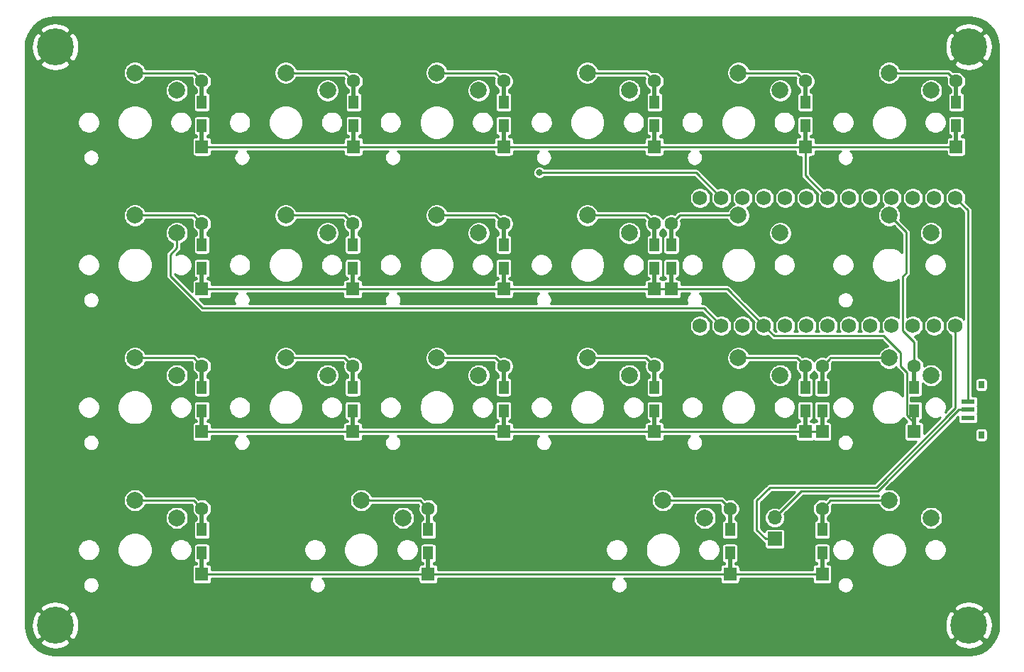
<source format=gbr>
G04 #@! TF.GenerationSoftware,KiCad,Pcbnew,(5.1.4)-1*
G04 #@! TF.CreationDate,2020-12-10T17:36:51-06:00*
G04 #@! TF.ProjectId,tenjuepad,74656e6a-7565-4706-9164-2e6b69636164,rev?*
G04 #@! TF.SameCoordinates,Original*
G04 #@! TF.FileFunction,Copper,L2,Bot*
G04 #@! TF.FilePolarity,Positive*
%FSLAX46Y46*%
G04 Gerber Fmt 4.6, Leading zero omitted, Abs format (unit mm)*
G04 Created by KiCad (PCBNEW (5.1.4)-1) date 2020-12-10 17:36:51*
%MOMM*%
%LPD*%
G04 APERTURE LIST*
%ADD10C,1.752600*%
%ADD11O,1.700000X1.700000*%
%ADD12R,1.700000X1.700000*%
%ADD13R,0.700000X0.900000*%
%ADD14R,1.610000X0.600000*%
%ADD15C,0.700000*%
%ADD16C,4.400000*%
%ADD17C,2.000000*%
%ADD18R,1.600000X1.600000*%
%ADD19C,1.600000*%
%ADD20R,0.500000X2.900000*%
%ADD21R,1.200000X1.600000*%
%ADD22C,0.800000*%
%ADD23C,0.250000*%
%ADD24C,0.254000*%
G04 APERTURE END LIST*
D10*
X297910000Y-178270000D03*
X297910000Y-163030000D03*
X295370000Y-163030000D03*
X267430000Y-178270000D03*
X292830000Y-163030000D03*
X290290000Y-163030000D03*
X287750000Y-163030000D03*
X285210000Y-163030000D03*
X282670000Y-163030000D03*
X280130000Y-163030000D03*
X277590000Y-163030000D03*
X275050000Y-163030000D03*
X272510000Y-163030000D03*
X269970000Y-163030000D03*
X267430000Y-163030000D03*
X269970000Y-178270000D03*
X272510000Y-178270000D03*
X275050000Y-178270000D03*
X277590000Y-178270000D03*
X280130000Y-178270000D03*
X282670000Y-178270000D03*
X285210000Y-178270000D03*
X287750000Y-178270000D03*
X290290000Y-178270000D03*
X292830000Y-178270000D03*
X295370000Y-178270000D03*
D11*
X276352000Y-201168000D03*
D12*
X276352000Y-203708000D03*
D13*
X301000000Y-191300000D03*
X301000000Y-185300000D03*
D14*
X299390000Y-189300000D03*
X299390000Y-188300000D03*
X299390000Y-187300000D03*
D15*
X191666726Y-143833274D03*
X190500000Y-143350000D03*
X189333274Y-143833274D03*
X188850000Y-145000000D03*
X189333274Y-146166726D03*
X190500000Y-146650000D03*
X191666726Y-146166726D03*
X192150000Y-145000000D03*
D16*
X190500000Y-145000000D03*
D15*
X191666726Y-212833274D03*
X190500000Y-212350000D03*
X189333274Y-212833274D03*
X188850000Y-214000000D03*
X189333274Y-215166726D03*
X190500000Y-215650000D03*
X191666726Y-215166726D03*
X192150000Y-214000000D03*
D16*
X190500000Y-214000000D03*
D15*
X300666726Y-212833274D03*
X299500000Y-212350000D03*
X298333274Y-212833274D03*
X297850000Y-214000000D03*
X298333274Y-215166726D03*
X299500000Y-215650000D03*
X300666726Y-215166726D03*
X301150000Y-214000000D03*
D16*
X299500000Y-214000000D03*
D15*
X300666726Y-143833274D03*
X299500000Y-143350000D03*
X298333274Y-143833274D03*
X297850000Y-145000000D03*
X298333274Y-146166726D03*
X299500000Y-146650000D03*
X300666726Y-146166726D03*
X301150000Y-145000000D03*
D16*
X299500000Y-145000000D03*
D17*
X295000000Y-201200000D03*
X290000000Y-199100000D03*
X268000000Y-201200000D03*
X263000000Y-199100000D03*
X232000000Y-201200000D03*
X227000000Y-199100000D03*
X205000000Y-201200000D03*
X200000000Y-199100000D03*
X295000000Y-184200000D03*
X290000000Y-182100000D03*
X277000000Y-184200000D03*
X272000000Y-182100000D03*
X259000000Y-184200000D03*
X254000000Y-182100000D03*
X241000000Y-184200000D03*
X236000000Y-182100000D03*
X223000000Y-184200000D03*
X218000000Y-182100000D03*
X205000000Y-184200000D03*
X200000000Y-182100000D03*
X295000000Y-167200000D03*
X290000000Y-165100000D03*
X277000000Y-167200000D03*
X272000000Y-165100000D03*
X259000000Y-167200000D03*
X254000000Y-165100000D03*
X241000000Y-167200000D03*
X236000000Y-165100000D03*
X223000000Y-167200000D03*
X218000000Y-165100000D03*
X205000000Y-167200000D03*
X200000000Y-165100000D03*
X295000000Y-150200000D03*
X290000000Y-148100000D03*
X277000000Y-150200000D03*
X272000000Y-148100000D03*
X259000000Y-150200000D03*
X254000000Y-148100000D03*
X241000000Y-150200000D03*
X236000000Y-148100000D03*
X223000000Y-150200000D03*
X218000000Y-148100000D03*
X205000000Y-150200000D03*
X200000000Y-148100000D03*
D18*
X282000000Y-207900000D03*
D19*
X282000000Y-200100000D03*
D20*
X282000000Y-206500000D03*
D21*
X282000000Y-205400000D03*
X282000000Y-202600000D03*
D20*
X282000000Y-201500000D03*
D18*
X271000000Y-207900000D03*
D19*
X271000000Y-200100000D03*
D20*
X271000000Y-206500000D03*
D21*
X271000000Y-205400000D03*
X271000000Y-202600000D03*
D20*
X271000000Y-201500000D03*
D18*
X235000000Y-207900000D03*
D19*
X235000000Y-200100000D03*
D20*
X235000000Y-206500000D03*
D21*
X235000000Y-205400000D03*
X235000000Y-202600000D03*
D20*
X235000000Y-201500000D03*
D18*
X208000000Y-207900000D03*
D19*
X208000000Y-200100000D03*
D20*
X208000000Y-206500000D03*
D21*
X208000000Y-205400000D03*
X208000000Y-202600000D03*
D20*
X208000000Y-201500000D03*
D18*
X282000000Y-190900000D03*
D19*
X282000000Y-183100000D03*
D20*
X282000000Y-189500000D03*
D21*
X282000000Y-188400000D03*
X282000000Y-185600000D03*
D20*
X282000000Y-184500000D03*
D18*
X280000000Y-190900000D03*
D19*
X280000000Y-183100000D03*
D20*
X280000000Y-189500000D03*
D21*
X280000000Y-188400000D03*
X280000000Y-185600000D03*
D20*
X280000000Y-184500000D03*
D18*
X262000000Y-190900000D03*
D19*
X262000000Y-183100000D03*
D20*
X262000000Y-189500000D03*
D21*
X262000000Y-188400000D03*
X262000000Y-185600000D03*
D20*
X262000000Y-184500000D03*
D18*
X244000000Y-190900000D03*
D19*
X244000000Y-183100000D03*
D20*
X244000000Y-189500000D03*
D21*
X244000000Y-188400000D03*
X244000000Y-185600000D03*
D20*
X244000000Y-184500000D03*
D18*
X226000000Y-190900000D03*
D19*
X226000000Y-183100000D03*
D20*
X226000000Y-189500000D03*
D21*
X226000000Y-188400000D03*
X226000000Y-185600000D03*
D20*
X226000000Y-184500000D03*
D18*
X208000000Y-190900000D03*
D19*
X208000000Y-183100000D03*
D20*
X208000000Y-189500000D03*
D21*
X208000000Y-188400000D03*
X208000000Y-185600000D03*
D20*
X208000000Y-184500000D03*
D18*
X293000000Y-190900000D03*
D19*
X293000000Y-183100000D03*
D20*
X293000000Y-189500000D03*
D21*
X293000000Y-188400000D03*
X293000000Y-185600000D03*
D20*
X293000000Y-184500000D03*
D18*
X264000000Y-173900000D03*
D19*
X264000000Y-166100000D03*
D20*
X264000000Y-172500000D03*
D21*
X264000000Y-171400000D03*
X264000000Y-168600000D03*
D20*
X264000000Y-167500000D03*
D18*
X262000000Y-173900000D03*
D19*
X262000000Y-166100000D03*
D20*
X262000000Y-172500000D03*
D21*
X262000000Y-171400000D03*
X262000000Y-168600000D03*
D20*
X262000000Y-167500000D03*
D18*
X244000000Y-173900000D03*
D19*
X244000000Y-166100000D03*
D20*
X244000000Y-172500000D03*
D21*
X244000000Y-171400000D03*
X244000000Y-168600000D03*
D20*
X244000000Y-167500000D03*
D18*
X226000000Y-173900000D03*
D19*
X226000000Y-166100000D03*
D20*
X226000000Y-172500000D03*
D21*
X226000000Y-171400000D03*
X226000000Y-168600000D03*
D20*
X226000000Y-167500000D03*
D18*
X208000000Y-173900000D03*
D19*
X208000000Y-166100000D03*
D20*
X208000000Y-172500000D03*
D21*
X208000000Y-171400000D03*
X208000000Y-168600000D03*
D20*
X208000000Y-167500000D03*
D18*
X298000000Y-156900000D03*
D19*
X298000000Y-149100000D03*
D20*
X298000000Y-155500000D03*
D21*
X298000000Y-154400000D03*
X298000000Y-151600000D03*
D20*
X298000000Y-150500000D03*
D18*
X280000000Y-156900000D03*
D19*
X280000000Y-149100000D03*
D20*
X280000000Y-155500000D03*
D21*
X280000000Y-154400000D03*
X280000000Y-151600000D03*
D20*
X280000000Y-150500000D03*
D18*
X262000000Y-156900000D03*
D19*
X262000000Y-149100000D03*
D20*
X262000000Y-155500000D03*
D21*
X262000000Y-154400000D03*
X262000000Y-151600000D03*
D20*
X262000000Y-150500000D03*
D18*
X244000000Y-156900000D03*
D19*
X244000000Y-149100000D03*
D20*
X244000000Y-155500000D03*
D21*
X244000000Y-154400000D03*
X244000000Y-151600000D03*
D20*
X244000000Y-150500000D03*
D18*
X226100000Y-156900000D03*
D19*
X226100000Y-149100000D03*
D20*
X226100000Y-155500000D03*
D21*
X226100000Y-154400000D03*
X226100000Y-151600000D03*
D20*
X226100000Y-150500000D03*
D18*
X208000000Y-156900000D03*
D19*
X208000000Y-149100000D03*
D20*
X208000000Y-155500000D03*
D21*
X208000000Y-154400000D03*
X208000000Y-151600000D03*
D20*
X208000000Y-150500000D03*
D22*
X248250000Y-160000000D03*
X277550000Y-181000000D03*
X278050000Y-186100000D03*
X211200000Y-175250000D03*
X214350000Y-175250000D03*
X232300000Y-175200000D03*
X250250000Y-175250000D03*
D23*
X204224999Y-172310001D02*
X208083697Y-176168699D01*
X204224999Y-169772003D02*
X204224999Y-172310001D01*
X205000000Y-167200000D02*
X205000000Y-168997002D01*
X205000000Y-168997002D02*
X204224999Y-169772003D01*
X267868699Y-176168699D02*
X269970000Y-178270000D01*
X260831301Y-176168699D02*
X267868699Y-176168699D01*
X208083697Y-176168699D02*
X260831301Y-176168699D01*
X266940000Y-160000000D02*
X269970000Y-163030000D01*
X265000000Y-160000000D02*
X266940000Y-160000000D01*
X248250000Y-160000000D02*
X265000000Y-160000000D01*
X208000000Y-156900000D02*
X226100000Y-156900000D01*
X226100000Y-156900000D02*
X244000000Y-156900000D01*
X244000000Y-156900000D02*
X262000000Y-156900000D01*
X262000000Y-156900000D02*
X280000000Y-156900000D01*
X280000000Y-156900000D02*
X294850000Y-156900000D01*
X293900000Y-156900000D02*
X292900000Y-156900000D01*
X294850000Y-156900000D02*
X293900000Y-156900000D01*
X294850000Y-156900000D02*
X298000000Y-156900000D01*
X280000000Y-160360000D02*
X282670000Y-163030000D01*
X280000000Y-156900000D02*
X280000000Y-160360000D01*
X208000000Y-173900000D02*
X226000000Y-173900000D01*
X227050000Y-173900000D02*
X244000000Y-173900000D01*
X226000000Y-173900000D02*
X227050000Y-173900000D01*
X245050000Y-173900000D02*
X262000000Y-173900000D01*
X244000000Y-173900000D02*
X245050000Y-173900000D01*
X262000000Y-173900000D02*
X264000000Y-173900000D01*
X291325001Y-182486003D02*
X291325001Y-181463999D01*
X270680000Y-173900000D02*
X275050000Y-178270000D01*
X266600000Y-173900000D02*
X270680000Y-173900000D01*
X264000000Y-173900000D02*
X266600000Y-173900000D01*
X276251301Y-179471301D02*
X280028699Y-179471301D01*
X275050000Y-178270000D02*
X276251301Y-179471301D01*
X280028699Y-179471301D02*
X279553375Y-179471301D01*
X291325001Y-181463999D02*
X289332303Y-179471301D01*
X291325001Y-183090003D02*
X291325001Y-181463999D01*
X292074999Y-183840001D02*
X291325001Y-183090003D01*
X292074999Y-188924999D02*
X292074999Y-183840001D01*
X293000000Y-189850000D02*
X292074999Y-188924999D01*
X289332303Y-179471301D02*
X280028699Y-179471301D01*
X293000000Y-190900000D02*
X293000000Y-189850000D01*
X280000000Y-190900000D02*
X262000000Y-190900000D01*
X262000000Y-190900000D02*
X244000000Y-190900000D01*
X244000000Y-190900000D02*
X226000000Y-190900000D01*
X212710998Y-190900000D02*
X208000000Y-190900000D01*
X226000000Y-190900000D02*
X212710998Y-190900000D01*
X280000000Y-190900000D02*
X282000000Y-190900000D01*
X208000000Y-207900000D02*
X235000000Y-207900000D01*
X235000000Y-207900000D02*
X271000000Y-207900000D01*
X271000000Y-207900000D02*
X282000000Y-207900000D01*
X207000000Y-148100000D02*
X208000000Y-149100000D01*
X200000000Y-148100000D02*
X207000000Y-148100000D01*
X225100000Y-148100000D02*
X226100000Y-149100000D01*
X218000000Y-148100000D02*
X225100000Y-148100000D01*
X243000000Y-148100000D02*
X244000000Y-149100000D01*
X236000000Y-148100000D02*
X243000000Y-148100000D01*
X261000000Y-148100000D02*
X262000000Y-149100000D01*
X254000000Y-148100000D02*
X261000000Y-148100000D01*
X279200001Y-148300001D02*
X280000000Y-149100000D01*
X279000000Y-148100000D02*
X279200001Y-148300001D01*
X272000000Y-148100000D02*
X279000000Y-148100000D01*
X297000000Y-148100000D02*
X298000000Y-149100000D01*
X290000000Y-148100000D02*
X297000000Y-148100000D01*
X207000000Y-165100000D02*
X208000000Y-166100000D01*
X200000000Y-165100000D02*
X207000000Y-165100000D01*
X225000000Y-165100000D02*
X226000000Y-166100000D01*
X218000000Y-165100000D02*
X225000000Y-165100000D01*
X243000000Y-165100000D02*
X244000000Y-166100000D01*
X236000000Y-165100000D02*
X243000000Y-165100000D01*
X261000000Y-165100000D02*
X262000000Y-166100000D01*
X254000000Y-165100000D02*
X261000000Y-165100000D01*
X265000000Y-165100000D02*
X264000000Y-166100000D01*
X272000000Y-165100000D02*
X265000000Y-165100000D01*
X290000000Y-165100000D02*
X292025001Y-167125001D01*
X292025001Y-171972001D02*
X292025001Y-170525001D01*
X291628699Y-172368303D02*
X292025001Y-171972001D01*
X291628699Y-178846625D02*
X291628699Y-172368303D01*
X293000000Y-180217926D02*
X291628699Y-178846625D01*
X293000000Y-183100000D02*
X293000000Y-180217926D01*
X292025001Y-167125001D02*
X292025001Y-170525001D01*
X207000000Y-182100000D02*
X208000000Y-183100000D01*
X200000000Y-182100000D02*
X207000000Y-182100000D01*
X225000000Y-182100000D02*
X226000000Y-183100000D01*
X218000000Y-182100000D02*
X225000000Y-182100000D01*
X243000000Y-182100000D02*
X244000000Y-183100000D01*
X236000000Y-182100000D02*
X243000000Y-182100000D01*
X261000000Y-182100000D02*
X262000000Y-183100000D01*
X254000000Y-182100000D02*
X261000000Y-182100000D01*
X279000000Y-182100000D02*
X280000000Y-183100000D01*
X272000000Y-182100000D02*
X279000000Y-182100000D01*
X282799999Y-182300001D02*
X282000000Y-183100000D01*
X283000000Y-182100000D02*
X282799999Y-182300001D01*
X290000000Y-182100000D02*
X283000000Y-182100000D01*
X207200001Y-199300001D02*
X208000000Y-200100000D01*
X207000000Y-199100000D02*
X207200001Y-199300001D01*
X200000000Y-199100000D02*
X207000000Y-199100000D01*
X234000000Y-199100000D02*
X235000000Y-200100000D01*
X227000000Y-199100000D02*
X234000000Y-199100000D01*
X270000000Y-199100000D02*
X271000000Y-200100000D01*
X263000000Y-199100000D02*
X270000000Y-199100000D01*
X283000000Y-199100000D02*
X282000000Y-200100000D01*
X290000000Y-199100000D02*
X283000000Y-199100000D01*
X299390000Y-187300000D02*
X299390000Y-186750000D01*
X299390000Y-164510000D02*
X297910000Y-163030000D01*
X299390000Y-186750000D02*
X299390000Y-164510000D01*
X279519489Y-198000511D02*
X276352000Y-201168000D01*
X288634489Y-198000511D02*
X279519489Y-198000511D01*
X299390000Y-188300000D02*
X298335000Y-188300000D01*
X298335000Y-188300000D02*
X288634489Y-198000511D01*
X275252000Y-203708000D02*
X276352000Y-203708000D01*
X297910000Y-178270000D02*
X297910000Y-188088590D01*
X297910000Y-188088590D02*
X288448089Y-197550501D01*
X288448089Y-197550501D02*
X275778499Y-197550501D01*
X275778499Y-197550501D02*
X274193000Y-199136000D01*
X274193000Y-199136000D02*
X274193000Y-202649000D01*
X274193000Y-202649000D02*
X275252000Y-203708000D01*
D24*
G36*
X190405708Y-141474040D02*
G01*
X190476374Y-141481000D01*
X299523626Y-141481000D01*
X299594292Y-141474040D01*
X299673336Y-141450062D01*
X300192819Y-141500998D01*
X300859257Y-141702208D01*
X301473911Y-142029026D01*
X302013384Y-142469009D01*
X302457123Y-143005398D01*
X302788225Y-143617760D01*
X302994079Y-144282768D01*
X303050909Y-144823463D01*
X303025960Y-144905709D01*
X303019000Y-144976375D01*
X303019001Y-214023626D01*
X303025961Y-214094292D01*
X303049938Y-214173333D01*
X302999002Y-214692819D01*
X302797793Y-215359255D01*
X302470975Y-215973911D01*
X302030989Y-216513386D01*
X301494602Y-216957123D01*
X300882245Y-217288223D01*
X300217232Y-217494079D01*
X299676538Y-217550909D01*
X299594292Y-217525960D01*
X299523626Y-217519000D01*
X190476374Y-217519000D01*
X190405708Y-217525960D01*
X190326664Y-217549938D01*
X189807181Y-217499002D01*
X189140745Y-217297793D01*
X188526089Y-216970975D01*
X187986614Y-216530989D01*
X187542877Y-215994602D01*
X187540268Y-215989775D01*
X188689830Y-215989775D01*
X188929976Y-216377018D01*
X189423877Y-216637641D01*
X189959133Y-216796901D01*
X190515174Y-216848678D01*
X191070632Y-216790981D01*
X191604161Y-216626028D01*
X192070024Y-216377018D01*
X192310170Y-215989775D01*
X297689830Y-215989775D01*
X297929976Y-216377018D01*
X298423877Y-216637641D01*
X298959133Y-216796901D01*
X299515174Y-216848678D01*
X300070632Y-216790981D01*
X300604161Y-216626028D01*
X301070024Y-216377018D01*
X301310170Y-215989775D01*
X299500000Y-214179605D01*
X297689830Y-215989775D01*
X192310170Y-215989775D01*
X190500000Y-214179605D01*
X188689830Y-215989775D01*
X187540268Y-215989775D01*
X187211777Y-215382245D01*
X187005921Y-214717232D01*
X186949091Y-214176538D01*
X186974040Y-214094292D01*
X186981000Y-214023626D01*
X186981000Y-214015174D01*
X187651322Y-214015174D01*
X187709019Y-214570632D01*
X187873972Y-215104161D01*
X188122982Y-215570024D01*
X188510225Y-215810170D01*
X190320395Y-214000000D01*
X190679605Y-214000000D01*
X192489775Y-215810170D01*
X192877018Y-215570024D01*
X193137641Y-215076123D01*
X193296901Y-214540867D01*
X193345852Y-214015174D01*
X296651322Y-214015174D01*
X296709019Y-214570632D01*
X296873972Y-215104161D01*
X297122982Y-215570024D01*
X297510225Y-215810170D01*
X299320395Y-214000000D01*
X299679605Y-214000000D01*
X301489775Y-215810170D01*
X301877018Y-215570024D01*
X302137641Y-215076123D01*
X302296901Y-214540867D01*
X302348678Y-213984826D01*
X302290981Y-213429368D01*
X302126028Y-212895839D01*
X301877018Y-212429976D01*
X301489775Y-212189830D01*
X299679605Y-214000000D01*
X299320395Y-214000000D01*
X297510225Y-212189830D01*
X297122982Y-212429976D01*
X296862359Y-212923877D01*
X296703099Y-213459133D01*
X296651322Y-214015174D01*
X193345852Y-214015174D01*
X193348678Y-213984826D01*
X193290981Y-213429368D01*
X193126028Y-212895839D01*
X192877018Y-212429976D01*
X192489775Y-212189830D01*
X190679605Y-214000000D01*
X190320395Y-214000000D01*
X188510225Y-212189830D01*
X188122982Y-212429976D01*
X187862359Y-212923877D01*
X187703099Y-213459133D01*
X187651322Y-214015174D01*
X186981000Y-214015174D01*
X186981000Y-212010225D01*
X188689830Y-212010225D01*
X190500000Y-213820395D01*
X192310170Y-212010225D01*
X297689830Y-212010225D01*
X299500000Y-213820395D01*
X301310170Y-212010225D01*
X301070024Y-211622982D01*
X300576123Y-211362359D01*
X300040867Y-211203099D01*
X299484826Y-211151322D01*
X298929368Y-211209019D01*
X298395839Y-211373972D01*
X297929976Y-211622982D01*
X297689830Y-212010225D01*
X192310170Y-212010225D01*
X192070024Y-211622982D01*
X191576123Y-211362359D01*
X191040867Y-211203099D01*
X190484826Y-211151322D01*
X189929368Y-211209019D01*
X189395839Y-211373972D01*
X188929976Y-211622982D01*
X188689830Y-212010225D01*
X186981000Y-212010225D01*
X186981000Y-209103380D01*
X193799000Y-209103380D01*
X193799000Y-209296620D01*
X193836699Y-209486147D01*
X193910649Y-209664678D01*
X194018007Y-209825351D01*
X194154649Y-209961993D01*
X194315322Y-210069351D01*
X194493853Y-210143301D01*
X194683380Y-210181000D01*
X194876620Y-210181000D01*
X195066147Y-210143301D01*
X195244678Y-210069351D01*
X195405351Y-209961993D01*
X195541993Y-209825351D01*
X195649351Y-209664678D01*
X195723301Y-209486147D01*
X195761000Y-209296620D01*
X195761000Y-209103380D01*
X195723301Y-208913853D01*
X195649351Y-208735322D01*
X195541993Y-208574649D01*
X195405351Y-208438007D01*
X195244678Y-208330649D01*
X195066147Y-208256699D01*
X194876620Y-208219000D01*
X194683380Y-208219000D01*
X194493853Y-208256699D01*
X194315322Y-208330649D01*
X194154649Y-208438007D01*
X194018007Y-208574649D01*
X193910649Y-208735322D01*
X193836699Y-208913853D01*
X193799000Y-209103380D01*
X186981000Y-209103380D01*
X186981000Y-207100000D01*
X206817157Y-207100000D01*
X206817157Y-208700000D01*
X206824513Y-208774689D01*
X206846299Y-208846508D01*
X206881678Y-208912696D01*
X206929289Y-208970711D01*
X206987304Y-209018322D01*
X207053492Y-209053701D01*
X207125311Y-209075487D01*
X207200000Y-209082843D01*
X208800000Y-209082843D01*
X208874689Y-209075487D01*
X208946508Y-209053701D01*
X209012696Y-209018322D01*
X209070711Y-208970711D01*
X209118322Y-208912696D01*
X209153701Y-208846508D01*
X209175487Y-208774689D01*
X209182843Y-208700000D01*
X209182843Y-208406000D01*
X221202551Y-208406000D01*
X221154649Y-208438007D01*
X221018007Y-208574649D01*
X220910649Y-208735322D01*
X220836699Y-208913853D01*
X220799000Y-209103380D01*
X220799000Y-209296620D01*
X220836699Y-209486147D01*
X220910649Y-209664678D01*
X221018007Y-209825351D01*
X221154649Y-209961993D01*
X221315322Y-210069351D01*
X221493853Y-210143301D01*
X221683380Y-210181000D01*
X221876620Y-210181000D01*
X222066147Y-210143301D01*
X222244678Y-210069351D01*
X222405351Y-209961993D01*
X222541993Y-209825351D01*
X222649351Y-209664678D01*
X222723301Y-209486147D01*
X222761000Y-209296620D01*
X222761000Y-209103380D01*
X222723301Y-208913853D01*
X222649351Y-208735322D01*
X222541993Y-208574649D01*
X222405351Y-208438007D01*
X222357449Y-208406000D01*
X233817157Y-208406000D01*
X233817157Y-208700000D01*
X233824513Y-208774689D01*
X233846299Y-208846508D01*
X233881678Y-208912696D01*
X233929289Y-208970711D01*
X233987304Y-209018322D01*
X234053492Y-209053701D01*
X234125311Y-209075487D01*
X234200000Y-209082843D01*
X235800000Y-209082843D01*
X235874689Y-209075487D01*
X235946508Y-209053701D01*
X236012696Y-209018322D01*
X236070711Y-208970711D01*
X236118322Y-208912696D01*
X236153701Y-208846508D01*
X236175487Y-208774689D01*
X236182843Y-208700000D01*
X236182843Y-208406000D01*
X257202551Y-208406000D01*
X257154649Y-208438007D01*
X257018007Y-208574649D01*
X256910649Y-208735322D01*
X256836699Y-208913853D01*
X256799000Y-209103380D01*
X256799000Y-209296620D01*
X256836699Y-209486147D01*
X256910649Y-209664678D01*
X257018007Y-209825351D01*
X257154649Y-209961993D01*
X257315322Y-210069351D01*
X257493853Y-210143301D01*
X257683380Y-210181000D01*
X257876620Y-210181000D01*
X258066147Y-210143301D01*
X258244678Y-210069351D01*
X258405351Y-209961993D01*
X258541993Y-209825351D01*
X258649351Y-209664678D01*
X258723301Y-209486147D01*
X258761000Y-209296620D01*
X258761000Y-209103380D01*
X283799000Y-209103380D01*
X283799000Y-209296620D01*
X283836699Y-209486147D01*
X283910649Y-209664678D01*
X284018007Y-209825351D01*
X284154649Y-209961993D01*
X284315322Y-210069351D01*
X284493853Y-210143301D01*
X284683380Y-210181000D01*
X284876620Y-210181000D01*
X285066147Y-210143301D01*
X285244678Y-210069351D01*
X285405351Y-209961993D01*
X285541993Y-209825351D01*
X285649351Y-209664678D01*
X285723301Y-209486147D01*
X285761000Y-209296620D01*
X285761000Y-209103380D01*
X285723301Y-208913853D01*
X285649351Y-208735322D01*
X285541993Y-208574649D01*
X285405351Y-208438007D01*
X285244678Y-208330649D01*
X285066147Y-208256699D01*
X284876620Y-208219000D01*
X284683380Y-208219000D01*
X284493853Y-208256699D01*
X284315322Y-208330649D01*
X284154649Y-208438007D01*
X284018007Y-208574649D01*
X283910649Y-208735322D01*
X283836699Y-208913853D01*
X283799000Y-209103380D01*
X258761000Y-209103380D01*
X258723301Y-208913853D01*
X258649351Y-208735322D01*
X258541993Y-208574649D01*
X258405351Y-208438007D01*
X258357449Y-208406000D01*
X269817157Y-208406000D01*
X269817157Y-208700000D01*
X269824513Y-208774689D01*
X269846299Y-208846508D01*
X269881678Y-208912696D01*
X269929289Y-208970711D01*
X269987304Y-209018322D01*
X270053492Y-209053701D01*
X270125311Y-209075487D01*
X270200000Y-209082843D01*
X271800000Y-209082843D01*
X271874689Y-209075487D01*
X271946508Y-209053701D01*
X272012696Y-209018322D01*
X272070711Y-208970711D01*
X272118322Y-208912696D01*
X272153701Y-208846508D01*
X272175487Y-208774689D01*
X272182843Y-208700000D01*
X272182843Y-208406000D01*
X280817157Y-208406000D01*
X280817157Y-208700000D01*
X280824513Y-208774689D01*
X280846299Y-208846508D01*
X280881678Y-208912696D01*
X280929289Y-208970711D01*
X280987304Y-209018322D01*
X281053492Y-209053701D01*
X281125311Y-209075487D01*
X281200000Y-209082843D01*
X282800000Y-209082843D01*
X282874689Y-209075487D01*
X282946508Y-209053701D01*
X283012696Y-209018322D01*
X283070711Y-208970711D01*
X283118322Y-208912696D01*
X283153701Y-208846508D01*
X283175487Y-208774689D01*
X283182843Y-208700000D01*
X283182843Y-207100000D01*
X283175487Y-207025311D01*
X283153701Y-206953492D01*
X283118322Y-206887304D01*
X283070711Y-206829289D01*
X283012696Y-206781678D01*
X282946508Y-206746299D01*
X282874689Y-206724513D01*
X282800000Y-206717157D01*
X282632843Y-206717157D01*
X282632843Y-206579608D01*
X282674689Y-206575487D01*
X282746508Y-206553701D01*
X282812696Y-206518322D01*
X282870711Y-206470711D01*
X282918322Y-206412696D01*
X282953701Y-206346508D01*
X282975487Y-206274689D01*
X282982843Y-206200000D01*
X282982843Y-204868908D01*
X283169000Y-204868908D01*
X283169000Y-205131092D01*
X283220150Y-205388238D01*
X283320483Y-205630465D01*
X283466145Y-205848463D01*
X283651537Y-206033855D01*
X283869535Y-206179517D01*
X284111762Y-206279850D01*
X284368908Y-206331000D01*
X284631092Y-206331000D01*
X284888238Y-206279850D01*
X285130465Y-206179517D01*
X285348463Y-206033855D01*
X285533855Y-205848463D01*
X285679517Y-205630465D01*
X285779850Y-205388238D01*
X285831000Y-205131092D01*
X285831000Y-204868908D01*
X285816307Y-204795039D01*
X287919000Y-204795039D01*
X287919000Y-205204961D01*
X287998972Y-205607005D01*
X288155842Y-205985723D01*
X288383582Y-206326560D01*
X288673440Y-206616418D01*
X289014277Y-206844158D01*
X289392995Y-207001028D01*
X289795039Y-207081000D01*
X290204961Y-207081000D01*
X290607005Y-207001028D01*
X290985723Y-206844158D01*
X291326560Y-206616418D01*
X291616418Y-206326560D01*
X291844158Y-205985723D01*
X292001028Y-205607005D01*
X292081000Y-205204961D01*
X292081000Y-204868908D01*
X294169000Y-204868908D01*
X294169000Y-205131092D01*
X294220150Y-205388238D01*
X294320483Y-205630465D01*
X294466145Y-205848463D01*
X294651537Y-206033855D01*
X294869535Y-206179517D01*
X295111762Y-206279850D01*
X295368908Y-206331000D01*
X295631092Y-206331000D01*
X295888238Y-206279850D01*
X296130465Y-206179517D01*
X296348463Y-206033855D01*
X296533855Y-205848463D01*
X296679517Y-205630465D01*
X296779850Y-205388238D01*
X296831000Y-205131092D01*
X296831000Y-204868908D01*
X296779850Y-204611762D01*
X296679517Y-204369535D01*
X296533855Y-204151537D01*
X296348463Y-203966145D01*
X296130465Y-203820483D01*
X295888238Y-203720150D01*
X295631092Y-203669000D01*
X295368908Y-203669000D01*
X295111762Y-203720150D01*
X294869535Y-203820483D01*
X294651537Y-203966145D01*
X294466145Y-204151537D01*
X294320483Y-204369535D01*
X294220150Y-204611762D01*
X294169000Y-204868908D01*
X292081000Y-204868908D01*
X292081000Y-204795039D01*
X292001028Y-204392995D01*
X291844158Y-204014277D01*
X291616418Y-203673440D01*
X291326560Y-203383582D01*
X290985723Y-203155842D01*
X290607005Y-202998972D01*
X290204961Y-202919000D01*
X289795039Y-202919000D01*
X289392995Y-202998972D01*
X289014277Y-203155842D01*
X288673440Y-203383582D01*
X288383582Y-203673440D01*
X288155842Y-204014277D01*
X287998972Y-204392995D01*
X287919000Y-204795039D01*
X285816307Y-204795039D01*
X285779850Y-204611762D01*
X285679517Y-204369535D01*
X285533855Y-204151537D01*
X285348463Y-203966145D01*
X285130465Y-203820483D01*
X284888238Y-203720150D01*
X284631092Y-203669000D01*
X284368908Y-203669000D01*
X284111762Y-203720150D01*
X283869535Y-203820483D01*
X283651537Y-203966145D01*
X283466145Y-204151537D01*
X283320483Y-204369535D01*
X283220150Y-204611762D01*
X283169000Y-204868908D01*
X282982843Y-204868908D01*
X282982843Y-204600000D01*
X282975487Y-204525311D01*
X282953701Y-204453492D01*
X282918322Y-204387304D01*
X282870711Y-204329289D01*
X282812696Y-204281678D01*
X282746508Y-204246299D01*
X282674689Y-204224513D01*
X282600000Y-204217157D01*
X281400000Y-204217157D01*
X281325311Y-204224513D01*
X281253492Y-204246299D01*
X281187304Y-204281678D01*
X281129289Y-204329289D01*
X281081678Y-204387304D01*
X281046299Y-204453492D01*
X281024513Y-204525311D01*
X281017157Y-204600000D01*
X281017157Y-206200000D01*
X281024513Y-206274689D01*
X281046299Y-206346508D01*
X281081678Y-206412696D01*
X281129289Y-206470711D01*
X281187304Y-206518322D01*
X281253492Y-206553701D01*
X281325311Y-206575487D01*
X281367157Y-206579608D01*
X281367157Y-206717157D01*
X281200000Y-206717157D01*
X281125311Y-206724513D01*
X281053492Y-206746299D01*
X280987304Y-206781678D01*
X280929289Y-206829289D01*
X280881678Y-206887304D01*
X280846299Y-206953492D01*
X280824513Y-207025311D01*
X280817157Y-207100000D01*
X280817157Y-207394000D01*
X272182843Y-207394000D01*
X272182843Y-207100000D01*
X272175487Y-207025311D01*
X272153701Y-206953492D01*
X272118322Y-206887304D01*
X272070711Y-206829289D01*
X272012696Y-206781678D01*
X271946508Y-206746299D01*
X271874689Y-206724513D01*
X271800000Y-206717157D01*
X271632843Y-206717157D01*
X271632843Y-206579608D01*
X271674689Y-206575487D01*
X271746508Y-206553701D01*
X271812696Y-206518322D01*
X271870711Y-206470711D01*
X271918322Y-206412696D01*
X271953701Y-206346508D01*
X271975487Y-206274689D01*
X271982843Y-206200000D01*
X271982843Y-204600000D01*
X271975487Y-204525311D01*
X271953701Y-204453492D01*
X271918322Y-204387304D01*
X271870711Y-204329289D01*
X271812696Y-204281678D01*
X271746508Y-204246299D01*
X271674689Y-204224513D01*
X271600000Y-204217157D01*
X270400000Y-204217157D01*
X270325311Y-204224513D01*
X270253492Y-204246299D01*
X270187304Y-204281678D01*
X270129289Y-204329289D01*
X270081678Y-204387304D01*
X270046299Y-204453492D01*
X270024513Y-204525311D01*
X270017157Y-204600000D01*
X270017157Y-206200000D01*
X270024513Y-206274689D01*
X270046299Y-206346508D01*
X270081678Y-206412696D01*
X270129289Y-206470711D01*
X270187304Y-206518322D01*
X270253492Y-206553701D01*
X270325311Y-206575487D01*
X270367157Y-206579608D01*
X270367157Y-206717157D01*
X270200000Y-206717157D01*
X270125311Y-206724513D01*
X270053492Y-206746299D01*
X269987304Y-206781678D01*
X269929289Y-206829289D01*
X269881678Y-206887304D01*
X269846299Y-206953492D01*
X269824513Y-207025311D01*
X269817157Y-207100000D01*
X269817157Y-207394000D01*
X236182843Y-207394000D01*
X236182843Y-207100000D01*
X236175487Y-207025311D01*
X236153701Y-206953492D01*
X236118322Y-206887304D01*
X236070711Y-206829289D01*
X236012696Y-206781678D01*
X235946508Y-206746299D01*
X235874689Y-206724513D01*
X235800000Y-206717157D01*
X235632843Y-206717157D01*
X235632843Y-206579608D01*
X235674689Y-206575487D01*
X235746508Y-206553701D01*
X235812696Y-206518322D01*
X235870711Y-206470711D01*
X235918322Y-206412696D01*
X235953701Y-206346508D01*
X235975487Y-206274689D01*
X235982843Y-206200000D01*
X235982843Y-204868908D01*
X256169000Y-204868908D01*
X256169000Y-205131092D01*
X256220150Y-205388238D01*
X256320483Y-205630465D01*
X256466145Y-205848463D01*
X256651537Y-206033855D01*
X256869535Y-206179517D01*
X257111762Y-206279850D01*
X257368908Y-206331000D01*
X257631092Y-206331000D01*
X257888238Y-206279850D01*
X258130465Y-206179517D01*
X258348463Y-206033855D01*
X258533855Y-205848463D01*
X258679517Y-205630465D01*
X258779850Y-205388238D01*
X258831000Y-205131092D01*
X258831000Y-204868908D01*
X258816307Y-204795039D01*
X260919000Y-204795039D01*
X260919000Y-205204961D01*
X260998972Y-205607005D01*
X261155842Y-205985723D01*
X261383582Y-206326560D01*
X261673440Y-206616418D01*
X262014277Y-206844158D01*
X262392995Y-207001028D01*
X262795039Y-207081000D01*
X263204961Y-207081000D01*
X263607005Y-207001028D01*
X263985723Y-206844158D01*
X264326560Y-206616418D01*
X264616418Y-206326560D01*
X264844158Y-205985723D01*
X265001028Y-205607005D01*
X265081000Y-205204961D01*
X265081000Y-204868908D01*
X267169000Y-204868908D01*
X267169000Y-205131092D01*
X267220150Y-205388238D01*
X267320483Y-205630465D01*
X267466145Y-205848463D01*
X267651537Y-206033855D01*
X267869535Y-206179517D01*
X268111762Y-206279850D01*
X268368908Y-206331000D01*
X268631092Y-206331000D01*
X268888238Y-206279850D01*
X269130465Y-206179517D01*
X269348463Y-206033855D01*
X269533855Y-205848463D01*
X269679517Y-205630465D01*
X269779850Y-205388238D01*
X269831000Y-205131092D01*
X269831000Y-204868908D01*
X269779850Y-204611762D01*
X269679517Y-204369535D01*
X269533855Y-204151537D01*
X269348463Y-203966145D01*
X269130465Y-203820483D01*
X268888238Y-203720150D01*
X268631092Y-203669000D01*
X268368908Y-203669000D01*
X268111762Y-203720150D01*
X267869535Y-203820483D01*
X267651537Y-203966145D01*
X267466145Y-204151537D01*
X267320483Y-204369535D01*
X267220150Y-204611762D01*
X267169000Y-204868908D01*
X265081000Y-204868908D01*
X265081000Y-204795039D01*
X265001028Y-204392995D01*
X264844158Y-204014277D01*
X264616418Y-203673440D01*
X264326560Y-203383582D01*
X263985723Y-203155842D01*
X263607005Y-202998972D01*
X263204961Y-202919000D01*
X262795039Y-202919000D01*
X262392995Y-202998972D01*
X262014277Y-203155842D01*
X261673440Y-203383582D01*
X261383582Y-203673440D01*
X261155842Y-204014277D01*
X260998972Y-204392995D01*
X260919000Y-204795039D01*
X258816307Y-204795039D01*
X258779850Y-204611762D01*
X258679517Y-204369535D01*
X258533855Y-204151537D01*
X258348463Y-203966145D01*
X258130465Y-203820483D01*
X257888238Y-203720150D01*
X257631092Y-203669000D01*
X257368908Y-203669000D01*
X257111762Y-203720150D01*
X256869535Y-203820483D01*
X256651537Y-203966145D01*
X256466145Y-204151537D01*
X256320483Y-204369535D01*
X256220150Y-204611762D01*
X256169000Y-204868908D01*
X235982843Y-204868908D01*
X235982843Y-204600000D01*
X235975487Y-204525311D01*
X235953701Y-204453492D01*
X235918322Y-204387304D01*
X235870711Y-204329289D01*
X235812696Y-204281678D01*
X235746508Y-204246299D01*
X235674689Y-204224513D01*
X235600000Y-204217157D01*
X234400000Y-204217157D01*
X234325311Y-204224513D01*
X234253492Y-204246299D01*
X234187304Y-204281678D01*
X234129289Y-204329289D01*
X234081678Y-204387304D01*
X234046299Y-204453492D01*
X234024513Y-204525311D01*
X234017157Y-204600000D01*
X234017157Y-206200000D01*
X234024513Y-206274689D01*
X234046299Y-206346508D01*
X234081678Y-206412696D01*
X234129289Y-206470711D01*
X234187304Y-206518322D01*
X234253492Y-206553701D01*
X234325311Y-206575487D01*
X234367157Y-206579608D01*
X234367157Y-206717157D01*
X234200000Y-206717157D01*
X234125311Y-206724513D01*
X234053492Y-206746299D01*
X233987304Y-206781678D01*
X233929289Y-206829289D01*
X233881678Y-206887304D01*
X233846299Y-206953492D01*
X233824513Y-207025311D01*
X233817157Y-207100000D01*
X233817157Y-207394000D01*
X209182843Y-207394000D01*
X209182843Y-207100000D01*
X209175487Y-207025311D01*
X209153701Y-206953492D01*
X209118322Y-206887304D01*
X209070711Y-206829289D01*
X209012696Y-206781678D01*
X208946508Y-206746299D01*
X208874689Y-206724513D01*
X208800000Y-206717157D01*
X208632843Y-206717157D01*
X208632843Y-206579608D01*
X208674689Y-206575487D01*
X208746508Y-206553701D01*
X208812696Y-206518322D01*
X208870711Y-206470711D01*
X208918322Y-206412696D01*
X208953701Y-206346508D01*
X208975487Y-206274689D01*
X208982843Y-206200000D01*
X208982843Y-204868908D01*
X220169000Y-204868908D01*
X220169000Y-205131092D01*
X220220150Y-205388238D01*
X220320483Y-205630465D01*
X220466145Y-205848463D01*
X220651537Y-206033855D01*
X220869535Y-206179517D01*
X221111762Y-206279850D01*
X221368908Y-206331000D01*
X221631092Y-206331000D01*
X221888238Y-206279850D01*
X222130465Y-206179517D01*
X222348463Y-206033855D01*
X222533855Y-205848463D01*
X222679517Y-205630465D01*
X222779850Y-205388238D01*
X222831000Y-205131092D01*
X222831000Y-204868908D01*
X222816307Y-204795039D01*
X224919000Y-204795039D01*
X224919000Y-205204961D01*
X224998972Y-205607005D01*
X225155842Y-205985723D01*
X225383582Y-206326560D01*
X225673440Y-206616418D01*
X226014277Y-206844158D01*
X226392995Y-207001028D01*
X226795039Y-207081000D01*
X227204961Y-207081000D01*
X227607005Y-207001028D01*
X227985723Y-206844158D01*
X228326560Y-206616418D01*
X228616418Y-206326560D01*
X228844158Y-205985723D01*
X229001028Y-205607005D01*
X229081000Y-205204961D01*
X229081000Y-204868908D01*
X231169000Y-204868908D01*
X231169000Y-205131092D01*
X231220150Y-205388238D01*
X231320483Y-205630465D01*
X231466145Y-205848463D01*
X231651537Y-206033855D01*
X231869535Y-206179517D01*
X232111762Y-206279850D01*
X232368908Y-206331000D01*
X232631092Y-206331000D01*
X232888238Y-206279850D01*
X233130465Y-206179517D01*
X233348463Y-206033855D01*
X233533855Y-205848463D01*
X233679517Y-205630465D01*
X233779850Y-205388238D01*
X233831000Y-205131092D01*
X233831000Y-204868908D01*
X233779850Y-204611762D01*
X233679517Y-204369535D01*
X233533855Y-204151537D01*
X233348463Y-203966145D01*
X233130465Y-203820483D01*
X232888238Y-203720150D01*
X232631092Y-203669000D01*
X232368908Y-203669000D01*
X232111762Y-203720150D01*
X231869535Y-203820483D01*
X231651537Y-203966145D01*
X231466145Y-204151537D01*
X231320483Y-204369535D01*
X231220150Y-204611762D01*
X231169000Y-204868908D01*
X229081000Y-204868908D01*
X229081000Y-204795039D01*
X229001028Y-204392995D01*
X228844158Y-204014277D01*
X228616418Y-203673440D01*
X228326560Y-203383582D01*
X227985723Y-203155842D01*
X227607005Y-202998972D01*
X227204961Y-202919000D01*
X226795039Y-202919000D01*
X226392995Y-202998972D01*
X226014277Y-203155842D01*
X225673440Y-203383582D01*
X225383582Y-203673440D01*
X225155842Y-204014277D01*
X224998972Y-204392995D01*
X224919000Y-204795039D01*
X222816307Y-204795039D01*
X222779850Y-204611762D01*
X222679517Y-204369535D01*
X222533855Y-204151537D01*
X222348463Y-203966145D01*
X222130465Y-203820483D01*
X221888238Y-203720150D01*
X221631092Y-203669000D01*
X221368908Y-203669000D01*
X221111762Y-203720150D01*
X220869535Y-203820483D01*
X220651537Y-203966145D01*
X220466145Y-204151537D01*
X220320483Y-204369535D01*
X220220150Y-204611762D01*
X220169000Y-204868908D01*
X208982843Y-204868908D01*
X208982843Y-204600000D01*
X208975487Y-204525311D01*
X208953701Y-204453492D01*
X208918322Y-204387304D01*
X208870711Y-204329289D01*
X208812696Y-204281678D01*
X208746508Y-204246299D01*
X208674689Y-204224513D01*
X208600000Y-204217157D01*
X207400000Y-204217157D01*
X207325311Y-204224513D01*
X207253492Y-204246299D01*
X207187304Y-204281678D01*
X207129289Y-204329289D01*
X207081678Y-204387304D01*
X207046299Y-204453492D01*
X207024513Y-204525311D01*
X207017157Y-204600000D01*
X207017157Y-206200000D01*
X207024513Y-206274689D01*
X207046299Y-206346508D01*
X207081678Y-206412696D01*
X207129289Y-206470711D01*
X207187304Y-206518322D01*
X207253492Y-206553701D01*
X207325311Y-206575487D01*
X207367157Y-206579608D01*
X207367157Y-206717157D01*
X207200000Y-206717157D01*
X207125311Y-206724513D01*
X207053492Y-206746299D01*
X206987304Y-206781678D01*
X206929289Y-206829289D01*
X206881678Y-206887304D01*
X206846299Y-206953492D01*
X206824513Y-207025311D01*
X206817157Y-207100000D01*
X186981000Y-207100000D01*
X186981000Y-204868908D01*
X193169000Y-204868908D01*
X193169000Y-205131092D01*
X193220150Y-205388238D01*
X193320483Y-205630465D01*
X193466145Y-205848463D01*
X193651537Y-206033855D01*
X193869535Y-206179517D01*
X194111762Y-206279850D01*
X194368908Y-206331000D01*
X194631092Y-206331000D01*
X194888238Y-206279850D01*
X195130465Y-206179517D01*
X195348463Y-206033855D01*
X195533855Y-205848463D01*
X195679517Y-205630465D01*
X195779850Y-205388238D01*
X195831000Y-205131092D01*
X195831000Y-204868908D01*
X195816307Y-204795039D01*
X197919000Y-204795039D01*
X197919000Y-205204961D01*
X197998972Y-205607005D01*
X198155842Y-205985723D01*
X198383582Y-206326560D01*
X198673440Y-206616418D01*
X199014277Y-206844158D01*
X199392995Y-207001028D01*
X199795039Y-207081000D01*
X200204961Y-207081000D01*
X200607005Y-207001028D01*
X200985723Y-206844158D01*
X201326560Y-206616418D01*
X201616418Y-206326560D01*
X201844158Y-205985723D01*
X202001028Y-205607005D01*
X202081000Y-205204961D01*
X202081000Y-204868908D01*
X204169000Y-204868908D01*
X204169000Y-205131092D01*
X204220150Y-205388238D01*
X204320483Y-205630465D01*
X204466145Y-205848463D01*
X204651537Y-206033855D01*
X204869535Y-206179517D01*
X205111762Y-206279850D01*
X205368908Y-206331000D01*
X205631092Y-206331000D01*
X205888238Y-206279850D01*
X206130465Y-206179517D01*
X206348463Y-206033855D01*
X206533855Y-205848463D01*
X206679517Y-205630465D01*
X206779850Y-205388238D01*
X206831000Y-205131092D01*
X206831000Y-204868908D01*
X206779850Y-204611762D01*
X206679517Y-204369535D01*
X206533855Y-204151537D01*
X206348463Y-203966145D01*
X206130465Y-203820483D01*
X205888238Y-203720150D01*
X205631092Y-203669000D01*
X205368908Y-203669000D01*
X205111762Y-203720150D01*
X204869535Y-203820483D01*
X204651537Y-203966145D01*
X204466145Y-204151537D01*
X204320483Y-204369535D01*
X204220150Y-204611762D01*
X204169000Y-204868908D01*
X202081000Y-204868908D01*
X202081000Y-204795039D01*
X202001028Y-204392995D01*
X201844158Y-204014277D01*
X201616418Y-203673440D01*
X201326560Y-203383582D01*
X200985723Y-203155842D01*
X200607005Y-202998972D01*
X200204961Y-202919000D01*
X199795039Y-202919000D01*
X199392995Y-202998972D01*
X199014277Y-203155842D01*
X198673440Y-203383582D01*
X198383582Y-203673440D01*
X198155842Y-204014277D01*
X197998972Y-204392995D01*
X197919000Y-204795039D01*
X195816307Y-204795039D01*
X195779850Y-204611762D01*
X195679517Y-204369535D01*
X195533855Y-204151537D01*
X195348463Y-203966145D01*
X195130465Y-203820483D01*
X194888238Y-203720150D01*
X194631092Y-203669000D01*
X194368908Y-203669000D01*
X194111762Y-203720150D01*
X193869535Y-203820483D01*
X193651537Y-203966145D01*
X193466145Y-204151537D01*
X193320483Y-204369535D01*
X193220150Y-204611762D01*
X193169000Y-204868908D01*
X186981000Y-204868908D01*
X186981000Y-201063983D01*
X203619000Y-201063983D01*
X203619000Y-201336017D01*
X203672071Y-201602823D01*
X203776174Y-201854149D01*
X203927307Y-202080336D01*
X204119664Y-202272693D01*
X204345851Y-202423826D01*
X204597177Y-202527929D01*
X204863983Y-202581000D01*
X205136017Y-202581000D01*
X205402823Y-202527929D01*
X205654149Y-202423826D01*
X205880336Y-202272693D01*
X206072693Y-202080336D01*
X206223826Y-201854149D01*
X206327929Y-201602823D01*
X206381000Y-201336017D01*
X206381000Y-201063983D01*
X206327929Y-200797177D01*
X206223826Y-200545851D01*
X206072693Y-200319664D01*
X205880336Y-200127307D01*
X205654149Y-199976174D01*
X205402823Y-199872071D01*
X205136017Y-199819000D01*
X204863983Y-199819000D01*
X204597177Y-199872071D01*
X204345851Y-199976174D01*
X204119664Y-200127307D01*
X203927307Y-200319664D01*
X203776174Y-200545851D01*
X203672071Y-200797177D01*
X203619000Y-201063983D01*
X186981000Y-201063983D01*
X186981000Y-198963983D01*
X198619000Y-198963983D01*
X198619000Y-199236017D01*
X198672071Y-199502823D01*
X198776174Y-199754149D01*
X198927307Y-199980336D01*
X199119664Y-200172693D01*
X199345851Y-200323826D01*
X199597177Y-200427929D01*
X199863983Y-200481000D01*
X200136017Y-200481000D01*
X200402823Y-200427929D01*
X200654149Y-200323826D01*
X200880336Y-200172693D01*
X201072693Y-199980336D01*
X201223826Y-199754149D01*
X201285192Y-199606000D01*
X206790409Y-199606000D01*
X206886511Y-199702102D01*
X206864386Y-199755515D01*
X206819000Y-199983682D01*
X206819000Y-200216318D01*
X206864386Y-200444485D01*
X206953412Y-200659413D01*
X207082658Y-200852843D01*
X207247157Y-201017342D01*
X207367157Y-201097524D01*
X207367157Y-201420392D01*
X207325311Y-201424513D01*
X207253492Y-201446299D01*
X207187304Y-201481678D01*
X207129289Y-201529289D01*
X207081678Y-201587304D01*
X207046299Y-201653492D01*
X207024513Y-201725311D01*
X207017157Y-201800000D01*
X207017157Y-203400000D01*
X207024513Y-203474689D01*
X207046299Y-203546508D01*
X207081678Y-203612696D01*
X207129289Y-203670711D01*
X207187304Y-203718322D01*
X207253492Y-203753701D01*
X207325311Y-203775487D01*
X207400000Y-203782843D01*
X208600000Y-203782843D01*
X208674689Y-203775487D01*
X208746508Y-203753701D01*
X208812696Y-203718322D01*
X208870711Y-203670711D01*
X208918322Y-203612696D01*
X208953701Y-203546508D01*
X208975487Y-203474689D01*
X208982843Y-203400000D01*
X208982843Y-201800000D01*
X208975487Y-201725311D01*
X208953701Y-201653492D01*
X208918322Y-201587304D01*
X208870711Y-201529289D01*
X208812696Y-201481678D01*
X208746508Y-201446299D01*
X208674689Y-201424513D01*
X208632843Y-201420392D01*
X208632843Y-201097524D01*
X208683040Y-201063983D01*
X230619000Y-201063983D01*
X230619000Y-201336017D01*
X230672071Y-201602823D01*
X230776174Y-201854149D01*
X230927307Y-202080336D01*
X231119664Y-202272693D01*
X231345851Y-202423826D01*
X231597177Y-202527929D01*
X231863983Y-202581000D01*
X232136017Y-202581000D01*
X232402823Y-202527929D01*
X232654149Y-202423826D01*
X232880336Y-202272693D01*
X233072693Y-202080336D01*
X233223826Y-201854149D01*
X233327929Y-201602823D01*
X233381000Y-201336017D01*
X233381000Y-201063983D01*
X233327929Y-200797177D01*
X233223826Y-200545851D01*
X233072693Y-200319664D01*
X232880336Y-200127307D01*
X232654149Y-199976174D01*
X232402823Y-199872071D01*
X232136017Y-199819000D01*
X231863983Y-199819000D01*
X231597177Y-199872071D01*
X231345851Y-199976174D01*
X231119664Y-200127307D01*
X230927307Y-200319664D01*
X230776174Y-200545851D01*
X230672071Y-200797177D01*
X230619000Y-201063983D01*
X208683040Y-201063983D01*
X208752843Y-201017342D01*
X208917342Y-200852843D01*
X209046588Y-200659413D01*
X209135614Y-200444485D01*
X209181000Y-200216318D01*
X209181000Y-199983682D01*
X209135614Y-199755515D01*
X209046588Y-199540587D01*
X208917342Y-199347157D01*
X208752843Y-199182658D01*
X208559413Y-199053412D01*
X208344485Y-198964386D01*
X208342460Y-198963983D01*
X225619000Y-198963983D01*
X225619000Y-199236017D01*
X225672071Y-199502823D01*
X225776174Y-199754149D01*
X225927307Y-199980336D01*
X226119664Y-200172693D01*
X226345851Y-200323826D01*
X226597177Y-200427929D01*
X226863983Y-200481000D01*
X227136017Y-200481000D01*
X227402823Y-200427929D01*
X227654149Y-200323826D01*
X227880336Y-200172693D01*
X228072693Y-199980336D01*
X228223826Y-199754149D01*
X228285192Y-199606000D01*
X233790409Y-199606000D01*
X233886510Y-199702102D01*
X233864386Y-199755515D01*
X233819000Y-199983682D01*
X233819000Y-200216318D01*
X233864386Y-200444485D01*
X233953412Y-200659413D01*
X234082658Y-200852843D01*
X234247157Y-201017342D01*
X234367157Y-201097524D01*
X234367157Y-201420392D01*
X234325311Y-201424513D01*
X234253492Y-201446299D01*
X234187304Y-201481678D01*
X234129289Y-201529289D01*
X234081678Y-201587304D01*
X234046299Y-201653492D01*
X234024513Y-201725311D01*
X234017157Y-201800000D01*
X234017157Y-203400000D01*
X234024513Y-203474689D01*
X234046299Y-203546508D01*
X234081678Y-203612696D01*
X234129289Y-203670711D01*
X234187304Y-203718322D01*
X234253492Y-203753701D01*
X234325311Y-203775487D01*
X234400000Y-203782843D01*
X235600000Y-203782843D01*
X235674689Y-203775487D01*
X235746508Y-203753701D01*
X235812696Y-203718322D01*
X235870711Y-203670711D01*
X235918322Y-203612696D01*
X235953701Y-203546508D01*
X235975487Y-203474689D01*
X235982843Y-203400000D01*
X235982843Y-201800000D01*
X235975487Y-201725311D01*
X235953701Y-201653492D01*
X235918322Y-201587304D01*
X235870711Y-201529289D01*
X235812696Y-201481678D01*
X235746508Y-201446299D01*
X235674689Y-201424513D01*
X235632843Y-201420392D01*
X235632843Y-201097524D01*
X235683040Y-201063983D01*
X266619000Y-201063983D01*
X266619000Y-201336017D01*
X266672071Y-201602823D01*
X266776174Y-201854149D01*
X266927307Y-202080336D01*
X267119664Y-202272693D01*
X267345851Y-202423826D01*
X267597177Y-202527929D01*
X267863983Y-202581000D01*
X268136017Y-202581000D01*
X268402823Y-202527929D01*
X268654149Y-202423826D01*
X268880336Y-202272693D01*
X269072693Y-202080336D01*
X269223826Y-201854149D01*
X269327929Y-201602823D01*
X269381000Y-201336017D01*
X269381000Y-201063983D01*
X269327929Y-200797177D01*
X269223826Y-200545851D01*
X269072693Y-200319664D01*
X268880336Y-200127307D01*
X268654149Y-199976174D01*
X268402823Y-199872071D01*
X268136017Y-199819000D01*
X267863983Y-199819000D01*
X267597177Y-199872071D01*
X267345851Y-199976174D01*
X267119664Y-200127307D01*
X266927307Y-200319664D01*
X266776174Y-200545851D01*
X266672071Y-200797177D01*
X266619000Y-201063983D01*
X235683040Y-201063983D01*
X235752843Y-201017342D01*
X235917342Y-200852843D01*
X236046588Y-200659413D01*
X236135614Y-200444485D01*
X236181000Y-200216318D01*
X236181000Y-199983682D01*
X236135614Y-199755515D01*
X236046588Y-199540587D01*
X235917342Y-199347157D01*
X235752843Y-199182658D01*
X235559413Y-199053412D01*
X235344485Y-198964386D01*
X235342460Y-198963983D01*
X261619000Y-198963983D01*
X261619000Y-199236017D01*
X261672071Y-199502823D01*
X261776174Y-199754149D01*
X261927307Y-199980336D01*
X262119664Y-200172693D01*
X262345851Y-200323826D01*
X262597177Y-200427929D01*
X262863983Y-200481000D01*
X263136017Y-200481000D01*
X263402823Y-200427929D01*
X263654149Y-200323826D01*
X263880336Y-200172693D01*
X264072693Y-199980336D01*
X264223826Y-199754149D01*
X264285192Y-199606000D01*
X269790409Y-199606000D01*
X269886510Y-199702102D01*
X269864386Y-199755515D01*
X269819000Y-199983682D01*
X269819000Y-200216318D01*
X269864386Y-200444485D01*
X269953412Y-200659413D01*
X270082658Y-200852843D01*
X270247157Y-201017342D01*
X270367157Y-201097524D01*
X270367157Y-201420392D01*
X270325311Y-201424513D01*
X270253492Y-201446299D01*
X270187304Y-201481678D01*
X270129289Y-201529289D01*
X270081678Y-201587304D01*
X270046299Y-201653492D01*
X270024513Y-201725311D01*
X270017157Y-201800000D01*
X270017157Y-203400000D01*
X270024513Y-203474689D01*
X270046299Y-203546508D01*
X270081678Y-203612696D01*
X270129289Y-203670711D01*
X270187304Y-203718322D01*
X270253492Y-203753701D01*
X270325311Y-203775487D01*
X270400000Y-203782843D01*
X271600000Y-203782843D01*
X271674689Y-203775487D01*
X271746508Y-203753701D01*
X271812696Y-203718322D01*
X271870711Y-203670711D01*
X271918322Y-203612696D01*
X271953701Y-203546508D01*
X271975487Y-203474689D01*
X271982843Y-203400000D01*
X271982843Y-201800000D01*
X271975487Y-201725311D01*
X271953701Y-201653492D01*
X271918322Y-201587304D01*
X271870711Y-201529289D01*
X271812696Y-201481678D01*
X271746508Y-201446299D01*
X271674689Y-201424513D01*
X271632843Y-201420392D01*
X271632843Y-201097524D01*
X271752843Y-201017342D01*
X271917342Y-200852843D01*
X272046588Y-200659413D01*
X272135614Y-200444485D01*
X272181000Y-200216318D01*
X272181000Y-199983682D01*
X272135614Y-199755515D01*
X272046588Y-199540587D01*
X271917342Y-199347157D01*
X271752843Y-199182658D01*
X271559413Y-199053412D01*
X271344485Y-198964386D01*
X271116318Y-198919000D01*
X270883682Y-198919000D01*
X270655515Y-198964386D01*
X270602102Y-198986510D01*
X270375376Y-198759785D01*
X270359527Y-198740473D01*
X270282479Y-198677241D01*
X270194575Y-198630255D01*
X270099193Y-198601322D01*
X270024854Y-198594000D01*
X270024846Y-198594000D01*
X270000000Y-198591553D01*
X269975154Y-198594000D01*
X264285192Y-198594000D01*
X264223826Y-198445851D01*
X264072693Y-198219664D01*
X263880336Y-198027307D01*
X263654149Y-197876174D01*
X263402823Y-197772071D01*
X263136017Y-197719000D01*
X262863983Y-197719000D01*
X262597177Y-197772071D01*
X262345851Y-197876174D01*
X262119664Y-198027307D01*
X261927307Y-198219664D01*
X261776174Y-198445851D01*
X261672071Y-198697177D01*
X261619000Y-198963983D01*
X235342460Y-198963983D01*
X235116318Y-198919000D01*
X234883682Y-198919000D01*
X234655515Y-198964386D01*
X234602102Y-198986510D01*
X234375376Y-198759785D01*
X234359527Y-198740473D01*
X234282479Y-198677241D01*
X234194575Y-198630255D01*
X234099193Y-198601322D01*
X234024854Y-198594000D01*
X234024846Y-198594000D01*
X234000000Y-198591553D01*
X233975154Y-198594000D01*
X228285192Y-198594000D01*
X228223826Y-198445851D01*
X228072693Y-198219664D01*
X227880336Y-198027307D01*
X227654149Y-197876174D01*
X227402823Y-197772071D01*
X227136017Y-197719000D01*
X226863983Y-197719000D01*
X226597177Y-197772071D01*
X226345851Y-197876174D01*
X226119664Y-198027307D01*
X225927307Y-198219664D01*
X225776174Y-198445851D01*
X225672071Y-198697177D01*
X225619000Y-198963983D01*
X208342460Y-198963983D01*
X208116318Y-198919000D01*
X207883682Y-198919000D01*
X207655515Y-198964386D01*
X207602102Y-198986511D01*
X207375376Y-198759785D01*
X207359527Y-198740473D01*
X207282479Y-198677241D01*
X207194575Y-198630255D01*
X207099193Y-198601322D01*
X207024854Y-198594000D01*
X207024846Y-198594000D01*
X207000000Y-198591553D01*
X206975154Y-198594000D01*
X201285192Y-198594000D01*
X201223826Y-198445851D01*
X201072693Y-198219664D01*
X200880336Y-198027307D01*
X200654149Y-197876174D01*
X200402823Y-197772071D01*
X200136017Y-197719000D01*
X199863983Y-197719000D01*
X199597177Y-197772071D01*
X199345851Y-197876174D01*
X199119664Y-198027307D01*
X198927307Y-198219664D01*
X198776174Y-198445851D01*
X198672071Y-198697177D01*
X198619000Y-198963983D01*
X186981000Y-198963983D01*
X186981000Y-192103380D01*
X193799000Y-192103380D01*
X193799000Y-192296620D01*
X193836699Y-192486147D01*
X193910649Y-192664678D01*
X194018007Y-192825351D01*
X194154649Y-192961993D01*
X194315322Y-193069351D01*
X194493853Y-193143301D01*
X194683380Y-193181000D01*
X194876620Y-193181000D01*
X195066147Y-193143301D01*
X195244678Y-193069351D01*
X195405351Y-192961993D01*
X195541993Y-192825351D01*
X195649351Y-192664678D01*
X195723301Y-192486147D01*
X195761000Y-192296620D01*
X195761000Y-192103380D01*
X195723301Y-191913853D01*
X195649351Y-191735322D01*
X195541993Y-191574649D01*
X195405351Y-191438007D01*
X195244678Y-191330649D01*
X195066147Y-191256699D01*
X194876620Y-191219000D01*
X194683380Y-191219000D01*
X194493853Y-191256699D01*
X194315322Y-191330649D01*
X194154649Y-191438007D01*
X194018007Y-191574649D01*
X193910649Y-191735322D01*
X193836699Y-191913853D01*
X193799000Y-192103380D01*
X186981000Y-192103380D01*
X186981000Y-190100000D01*
X206817157Y-190100000D01*
X206817157Y-191700000D01*
X206824513Y-191774689D01*
X206846299Y-191846508D01*
X206881678Y-191912696D01*
X206929289Y-191970711D01*
X206987304Y-192018322D01*
X207053492Y-192053701D01*
X207125311Y-192075487D01*
X207200000Y-192082843D01*
X208800000Y-192082843D01*
X208874689Y-192075487D01*
X208946508Y-192053701D01*
X209012696Y-192018322D01*
X209070711Y-191970711D01*
X209118322Y-191912696D01*
X209153701Y-191846508D01*
X209175487Y-191774689D01*
X209182843Y-191700000D01*
X209182843Y-191406000D01*
X212202551Y-191406000D01*
X212154649Y-191438007D01*
X212018007Y-191574649D01*
X211910649Y-191735322D01*
X211836699Y-191913853D01*
X211799000Y-192103380D01*
X211799000Y-192296620D01*
X211836699Y-192486147D01*
X211910649Y-192664678D01*
X212018007Y-192825351D01*
X212154649Y-192961993D01*
X212315322Y-193069351D01*
X212493853Y-193143301D01*
X212683380Y-193181000D01*
X212876620Y-193181000D01*
X213066147Y-193143301D01*
X213244678Y-193069351D01*
X213405351Y-192961993D01*
X213541993Y-192825351D01*
X213649351Y-192664678D01*
X213723301Y-192486147D01*
X213761000Y-192296620D01*
X213761000Y-192103380D01*
X213723301Y-191913853D01*
X213649351Y-191735322D01*
X213541993Y-191574649D01*
X213405351Y-191438007D01*
X213357449Y-191406000D01*
X224817157Y-191406000D01*
X224817157Y-191700000D01*
X224824513Y-191774689D01*
X224846299Y-191846508D01*
X224881678Y-191912696D01*
X224929289Y-191970711D01*
X224987304Y-192018322D01*
X225053492Y-192053701D01*
X225125311Y-192075487D01*
X225200000Y-192082843D01*
X226800000Y-192082843D01*
X226874689Y-192075487D01*
X226946508Y-192053701D01*
X227012696Y-192018322D01*
X227070711Y-191970711D01*
X227118322Y-191912696D01*
X227153701Y-191846508D01*
X227175487Y-191774689D01*
X227182843Y-191700000D01*
X227182843Y-191406000D01*
X230202551Y-191406000D01*
X230154649Y-191438007D01*
X230018007Y-191574649D01*
X229910649Y-191735322D01*
X229836699Y-191913853D01*
X229799000Y-192103380D01*
X229799000Y-192296620D01*
X229836699Y-192486147D01*
X229910649Y-192664678D01*
X230018007Y-192825351D01*
X230154649Y-192961993D01*
X230315322Y-193069351D01*
X230493853Y-193143301D01*
X230683380Y-193181000D01*
X230876620Y-193181000D01*
X231066147Y-193143301D01*
X231244678Y-193069351D01*
X231405351Y-192961993D01*
X231541993Y-192825351D01*
X231649351Y-192664678D01*
X231723301Y-192486147D01*
X231761000Y-192296620D01*
X231761000Y-192103380D01*
X231723301Y-191913853D01*
X231649351Y-191735322D01*
X231541993Y-191574649D01*
X231405351Y-191438007D01*
X231357449Y-191406000D01*
X242817157Y-191406000D01*
X242817157Y-191700000D01*
X242824513Y-191774689D01*
X242846299Y-191846508D01*
X242881678Y-191912696D01*
X242929289Y-191970711D01*
X242987304Y-192018322D01*
X243053492Y-192053701D01*
X243125311Y-192075487D01*
X243200000Y-192082843D01*
X244800000Y-192082843D01*
X244874689Y-192075487D01*
X244946508Y-192053701D01*
X245012696Y-192018322D01*
X245070711Y-191970711D01*
X245118322Y-191912696D01*
X245153701Y-191846508D01*
X245175487Y-191774689D01*
X245182843Y-191700000D01*
X245182843Y-191406000D01*
X248202551Y-191406000D01*
X248154649Y-191438007D01*
X248018007Y-191574649D01*
X247910649Y-191735322D01*
X247836699Y-191913853D01*
X247799000Y-192103380D01*
X247799000Y-192296620D01*
X247836699Y-192486147D01*
X247910649Y-192664678D01*
X248018007Y-192825351D01*
X248154649Y-192961993D01*
X248315322Y-193069351D01*
X248493853Y-193143301D01*
X248683380Y-193181000D01*
X248876620Y-193181000D01*
X249066147Y-193143301D01*
X249244678Y-193069351D01*
X249405351Y-192961993D01*
X249541993Y-192825351D01*
X249649351Y-192664678D01*
X249723301Y-192486147D01*
X249761000Y-192296620D01*
X249761000Y-192103380D01*
X249723301Y-191913853D01*
X249649351Y-191735322D01*
X249541993Y-191574649D01*
X249405351Y-191438007D01*
X249357449Y-191406000D01*
X260817157Y-191406000D01*
X260817157Y-191700000D01*
X260824513Y-191774689D01*
X260846299Y-191846508D01*
X260881678Y-191912696D01*
X260929289Y-191970711D01*
X260987304Y-192018322D01*
X261053492Y-192053701D01*
X261125311Y-192075487D01*
X261200000Y-192082843D01*
X262800000Y-192082843D01*
X262874689Y-192075487D01*
X262946508Y-192053701D01*
X263012696Y-192018322D01*
X263070711Y-191970711D01*
X263118322Y-191912696D01*
X263153701Y-191846508D01*
X263175487Y-191774689D01*
X263182843Y-191700000D01*
X263182843Y-191406000D01*
X266202551Y-191406000D01*
X266154649Y-191438007D01*
X266018007Y-191574649D01*
X265910649Y-191735322D01*
X265836699Y-191913853D01*
X265799000Y-192103380D01*
X265799000Y-192296620D01*
X265836699Y-192486147D01*
X265910649Y-192664678D01*
X266018007Y-192825351D01*
X266154649Y-192961993D01*
X266315322Y-193069351D01*
X266493853Y-193143301D01*
X266683380Y-193181000D01*
X266876620Y-193181000D01*
X267066147Y-193143301D01*
X267244678Y-193069351D01*
X267405351Y-192961993D01*
X267541993Y-192825351D01*
X267649351Y-192664678D01*
X267723301Y-192486147D01*
X267761000Y-192296620D01*
X267761000Y-192103380D01*
X283799000Y-192103380D01*
X283799000Y-192296620D01*
X283836699Y-192486147D01*
X283910649Y-192664678D01*
X284018007Y-192825351D01*
X284154649Y-192961993D01*
X284315322Y-193069351D01*
X284493853Y-193143301D01*
X284683380Y-193181000D01*
X284876620Y-193181000D01*
X285066147Y-193143301D01*
X285244678Y-193069351D01*
X285405351Y-192961993D01*
X285541993Y-192825351D01*
X285649351Y-192664678D01*
X285723301Y-192486147D01*
X285761000Y-192296620D01*
X285761000Y-192103380D01*
X285723301Y-191913853D01*
X285649351Y-191735322D01*
X285541993Y-191574649D01*
X285405351Y-191438007D01*
X285244678Y-191330649D01*
X285066147Y-191256699D01*
X284876620Y-191219000D01*
X284683380Y-191219000D01*
X284493853Y-191256699D01*
X284315322Y-191330649D01*
X284154649Y-191438007D01*
X284018007Y-191574649D01*
X283910649Y-191735322D01*
X283836699Y-191913853D01*
X283799000Y-192103380D01*
X267761000Y-192103380D01*
X267723301Y-191913853D01*
X267649351Y-191735322D01*
X267541993Y-191574649D01*
X267405351Y-191438007D01*
X267357449Y-191406000D01*
X278817157Y-191406000D01*
X278817157Y-191700000D01*
X278824513Y-191774689D01*
X278846299Y-191846508D01*
X278881678Y-191912696D01*
X278929289Y-191970711D01*
X278987304Y-192018322D01*
X279053492Y-192053701D01*
X279125311Y-192075487D01*
X279200000Y-192082843D01*
X280800000Y-192082843D01*
X280874689Y-192075487D01*
X280946508Y-192053701D01*
X281000000Y-192025108D01*
X281053492Y-192053701D01*
X281125311Y-192075487D01*
X281200000Y-192082843D01*
X282800000Y-192082843D01*
X282874689Y-192075487D01*
X282946508Y-192053701D01*
X283012696Y-192018322D01*
X283070711Y-191970711D01*
X283118322Y-191912696D01*
X283153701Y-191846508D01*
X283175487Y-191774689D01*
X283182843Y-191700000D01*
X283182843Y-190100000D01*
X283175487Y-190025311D01*
X283153701Y-189953492D01*
X283118322Y-189887304D01*
X283070711Y-189829289D01*
X283012696Y-189781678D01*
X282946508Y-189746299D01*
X282874689Y-189724513D01*
X282800000Y-189717157D01*
X282632843Y-189717157D01*
X282632843Y-189579608D01*
X282674689Y-189575487D01*
X282746508Y-189553701D01*
X282812696Y-189518322D01*
X282870711Y-189470711D01*
X282918322Y-189412696D01*
X282953701Y-189346508D01*
X282975487Y-189274689D01*
X282982843Y-189200000D01*
X282982843Y-187868908D01*
X283169000Y-187868908D01*
X283169000Y-188131092D01*
X283220150Y-188388238D01*
X283320483Y-188630465D01*
X283466145Y-188848463D01*
X283651537Y-189033855D01*
X283869535Y-189179517D01*
X284111762Y-189279850D01*
X284368908Y-189331000D01*
X284631092Y-189331000D01*
X284888238Y-189279850D01*
X285130465Y-189179517D01*
X285348463Y-189033855D01*
X285533855Y-188848463D01*
X285679517Y-188630465D01*
X285779850Y-188388238D01*
X285831000Y-188131092D01*
X285831000Y-187868908D01*
X285779850Y-187611762D01*
X285679517Y-187369535D01*
X285533855Y-187151537D01*
X285348463Y-186966145D01*
X285130465Y-186820483D01*
X284888238Y-186720150D01*
X284631092Y-186669000D01*
X284368908Y-186669000D01*
X284111762Y-186720150D01*
X283869535Y-186820483D01*
X283651537Y-186966145D01*
X283466145Y-187151537D01*
X283320483Y-187369535D01*
X283220150Y-187611762D01*
X283169000Y-187868908D01*
X282982843Y-187868908D01*
X282982843Y-187600000D01*
X282975487Y-187525311D01*
X282953701Y-187453492D01*
X282918322Y-187387304D01*
X282870711Y-187329289D01*
X282812696Y-187281678D01*
X282746508Y-187246299D01*
X282674689Y-187224513D01*
X282600000Y-187217157D01*
X281400000Y-187217157D01*
X281325311Y-187224513D01*
X281253492Y-187246299D01*
X281187304Y-187281678D01*
X281129289Y-187329289D01*
X281081678Y-187387304D01*
X281046299Y-187453492D01*
X281024513Y-187525311D01*
X281017157Y-187600000D01*
X281017157Y-189200000D01*
X281024513Y-189274689D01*
X281046299Y-189346508D01*
X281081678Y-189412696D01*
X281129289Y-189470711D01*
X281187304Y-189518322D01*
X281253492Y-189553701D01*
X281325311Y-189575487D01*
X281367157Y-189579608D01*
X281367157Y-189717157D01*
X281200000Y-189717157D01*
X281125311Y-189724513D01*
X281053492Y-189746299D01*
X281000000Y-189774892D01*
X280946508Y-189746299D01*
X280874689Y-189724513D01*
X280800000Y-189717157D01*
X280632843Y-189717157D01*
X280632843Y-189579608D01*
X280674689Y-189575487D01*
X280746508Y-189553701D01*
X280812696Y-189518322D01*
X280870711Y-189470711D01*
X280918322Y-189412696D01*
X280953701Y-189346508D01*
X280975487Y-189274689D01*
X280982843Y-189200000D01*
X280982843Y-187600000D01*
X280975487Y-187525311D01*
X280953701Y-187453492D01*
X280918322Y-187387304D01*
X280870711Y-187329289D01*
X280812696Y-187281678D01*
X280746508Y-187246299D01*
X280674689Y-187224513D01*
X280600000Y-187217157D01*
X279400000Y-187217157D01*
X279325311Y-187224513D01*
X279253492Y-187246299D01*
X279187304Y-187281678D01*
X279129289Y-187329289D01*
X279081678Y-187387304D01*
X279046299Y-187453492D01*
X279024513Y-187525311D01*
X279017157Y-187600000D01*
X279017157Y-189200000D01*
X279024513Y-189274689D01*
X279046299Y-189346508D01*
X279081678Y-189412696D01*
X279129289Y-189470711D01*
X279187304Y-189518322D01*
X279253492Y-189553701D01*
X279325311Y-189575487D01*
X279367157Y-189579608D01*
X279367157Y-189717157D01*
X279200000Y-189717157D01*
X279125311Y-189724513D01*
X279053492Y-189746299D01*
X278987304Y-189781678D01*
X278929289Y-189829289D01*
X278881678Y-189887304D01*
X278846299Y-189953492D01*
X278824513Y-190025311D01*
X278817157Y-190100000D01*
X278817157Y-190394000D01*
X263182843Y-190394000D01*
X263182843Y-190100000D01*
X263175487Y-190025311D01*
X263153701Y-189953492D01*
X263118322Y-189887304D01*
X263070711Y-189829289D01*
X263012696Y-189781678D01*
X262946508Y-189746299D01*
X262874689Y-189724513D01*
X262800000Y-189717157D01*
X262632843Y-189717157D01*
X262632843Y-189579608D01*
X262674689Y-189575487D01*
X262746508Y-189553701D01*
X262812696Y-189518322D01*
X262870711Y-189470711D01*
X262918322Y-189412696D01*
X262953701Y-189346508D01*
X262975487Y-189274689D01*
X262982843Y-189200000D01*
X262982843Y-187868908D01*
X265169000Y-187868908D01*
X265169000Y-188131092D01*
X265220150Y-188388238D01*
X265320483Y-188630465D01*
X265466145Y-188848463D01*
X265651537Y-189033855D01*
X265869535Y-189179517D01*
X266111762Y-189279850D01*
X266368908Y-189331000D01*
X266631092Y-189331000D01*
X266888238Y-189279850D01*
X267130465Y-189179517D01*
X267348463Y-189033855D01*
X267533855Y-188848463D01*
X267679517Y-188630465D01*
X267779850Y-188388238D01*
X267831000Y-188131092D01*
X267831000Y-187868908D01*
X267816307Y-187795039D01*
X269919000Y-187795039D01*
X269919000Y-188204961D01*
X269998972Y-188607005D01*
X270155842Y-188985723D01*
X270383582Y-189326560D01*
X270673440Y-189616418D01*
X271014277Y-189844158D01*
X271392995Y-190001028D01*
X271795039Y-190081000D01*
X272204961Y-190081000D01*
X272607005Y-190001028D01*
X272985723Y-189844158D01*
X273326560Y-189616418D01*
X273616418Y-189326560D01*
X273844158Y-188985723D01*
X274001028Y-188607005D01*
X274081000Y-188204961D01*
X274081000Y-187868908D01*
X276169000Y-187868908D01*
X276169000Y-188131092D01*
X276220150Y-188388238D01*
X276320483Y-188630465D01*
X276466145Y-188848463D01*
X276651537Y-189033855D01*
X276869535Y-189179517D01*
X277111762Y-189279850D01*
X277368908Y-189331000D01*
X277631092Y-189331000D01*
X277888238Y-189279850D01*
X278130465Y-189179517D01*
X278348463Y-189033855D01*
X278533855Y-188848463D01*
X278679517Y-188630465D01*
X278779850Y-188388238D01*
X278831000Y-188131092D01*
X278831000Y-187868908D01*
X278779850Y-187611762D01*
X278679517Y-187369535D01*
X278533855Y-187151537D01*
X278348463Y-186966145D01*
X278130465Y-186820483D01*
X277888238Y-186720150D01*
X277631092Y-186669000D01*
X277368908Y-186669000D01*
X277111762Y-186720150D01*
X276869535Y-186820483D01*
X276651537Y-186966145D01*
X276466145Y-187151537D01*
X276320483Y-187369535D01*
X276220150Y-187611762D01*
X276169000Y-187868908D01*
X274081000Y-187868908D01*
X274081000Y-187795039D01*
X274001028Y-187392995D01*
X273844158Y-187014277D01*
X273616418Y-186673440D01*
X273326560Y-186383582D01*
X272985723Y-186155842D01*
X272607005Y-185998972D01*
X272204961Y-185919000D01*
X271795039Y-185919000D01*
X271392995Y-185998972D01*
X271014277Y-186155842D01*
X270673440Y-186383582D01*
X270383582Y-186673440D01*
X270155842Y-187014277D01*
X269998972Y-187392995D01*
X269919000Y-187795039D01*
X267816307Y-187795039D01*
X267779850Y-187611762D01*
X267679517Y-187369535D01*
X267533855Y-187151537D01*
X267348463Y-186966145D01*
X267130465Y-186820483D01*
X266888238Y-186720150D01*
X266631092Y-186669000D01*
X266368908Y-186669000D01*
X266111762Y-186720150D01*
X265869535Y-186820483D01*
X265651537Y-186966145D01*
X265466145Y-187151537D01*
X265320483Y-187369535D01*
X265220150Y-187611762D01*
X265169000Y-187868908D01*
X262982843Y-187868908D01*
X262982843Y-187600000D01*
X262975487Y-187525311D01*
X262953701Y-187453492D01*
X262918322Y-187387304D01*
X262870711Y-187329289D01*
X262812696Y-187281678D01*
X262746508Y-187246299D01*
X262674689Y-187224513D01*
X262600000Y-187217157D01*
X261400000Y-187217157D01*
X261325311Y-187224513D01*
X261253492Y-187246299D01*
X261187304Y-187281678D01*
X261129289Y-187329289D01*
X261081678Y-187387304D01*
X261046299Y-187453492D01*
X261024513Y-187525311D01*
X261017157Y-187600000D01*
X261017157Y-189200000D01*
X261024513Y-189274689D01*
X261046299Y-189346508D01*
X261081678Y-189412696D01*
X261129289Y-189470711D01*
X261187304Y-189518322D01*
X261253492Y-189553701D01*
X261325311Y-189575487D01*
X261367157Y-189579608D01*
X261367157Y-189717157D01*
X261200000Y-189717157D01*
X261125311Y-189724513D01*
X261053492Y-189746299D01*
X260987304Y-189781678D01*
X260929289Y-189829289D01*
X260881678Y-189887304D01*
X260846299Y-189953492D01*
X260824513Y-190025311D01*
X260817157Y-190100000D01*
X260817157Y-190394000D01*
X245182843Y-190394000D01*
X245182843Y-190100000D01*
X245175487Y-190025311D01*
X245153701Y-189953492D01*
X245118322Y-189887304D01*
X245070711Y-189829289D01*
X245012696Y-189781678D01*
X244946508Y-189746299D01*
X244874689Y-189724513D01*
X244800000Y-189717157D01*
X244632843Y-189717157D01*
X244632843Y-189579608D01*
X244674689Y-189575487D01*
X244746508Y-189553701D01*
X244812696Y-189518322D01*
X244870711Y-189470711D01*
X244918322Y-189412696D01*
X244953701Y-189346508D01*
X244975487Y-189274689D01*
X244982843Y-189200000D01*
X244982843Y-187868908D01*
X247169000Y-187868908D01*
X247169000Y-188131092D01*
X247220150Y-188388238D01*
X247320483Y-188630465D01*
X247466145Y-188848463D01*
X247651537Y-189033855D01*
X247869535Y-189179517D01*
X248111762Y-189279850D01*
X248368908Y-189331000D01*
X248631092Y-189331000D01*
X248888238Y-189279850D01*
X249130465Y-189179517D01*
X249348463Y-189033855D01*
X249533855Y-188848463D01*
X249679517Y-188630465D01*
X249779850Y-188388238D01*
X249831000Y-188131092D01*
X249831000Y-187868908D01*
X249816307Y-187795039D01*
X251919000Y-187795039D01*
X251919000Y-188204961D01*
X251998972Y-188607005D01*
X252155842Y-188985723D01*
X252383582Y-189326560D01*
X252673440Y-189616418D01*
X253014277Y-189844158D01*
X253392995Y-190001028D01*
X253795039Y-190081000D01*
X254204961Y-190081000D01*
X254607005Y-190001028D01*
X254985723Y-189844158D01*
X255326560Y-189616418D01*
X255616418Y-189326560D01*
X255844158Y-188985723D01*
X256001028Y-188607005D01*
X256081000Y-188204961D01*
X256081000Y-187868908D01*
X258169000Y-187868908D01*
X258169000Y-188131092D01*
X258220150Y-188388238D01*
X258320483Y-188630465D01*
X258466145Y-188848463D01*
X258651537Y-189033855D01*
X258869535Y-189179517D01*
X259111762Y-189279850D01*
X259368908Y-189331000D01*
X259631092Y-189331000D01*
X259888238Y-189279850D01*
X260130465Y-189179517D01*
X260348463Y-189033855D01*
X260533855Y-188848463D01*
X260679517Y-188630465D01*
X260779850Y-188388238D01*
X260831000Y-188131092D01*
X260831000Y-187868908D01*
X260779850Y-187611762D01*
X260679517Y-187369535D01*
X260533855Y-187151537D01*
X260348463Y-186966145D01*
X260130465Y-186820483D01*
X259888238Y-186720150D01*
X259631092Y-186669000D01*
X259368908Y-186669000D01*
X259111762Y-186720150D01*
X258869535Y-186820483D01*
X258651537Y-186966145D01*
X258466145Y-187151537D01*
X258320483Y-187369535D01*
X258220150Y-187611762D01*
X258169000Y-187868908D01*
X256081000Y-187868908D01*
X256081000Y-187795039D01*
X256001028Y-187392995D01*
X255844158Y-187014277D01*
X255616418Y-186673440D01*
X255326560Y-186383582D01*
X254985723Y-186155842D01*
X254607005Y-185998972D01*
X254204961Y-185919000D01*
X253795039Y-185919000D01*
X253392995Y-185998972D01*
X253014277Y-186155842D01*
X252673440Y-186383582D01*
X252383582Y-186673440D01*
X252155842Y-187014277D01*
X251998972Y-187392995D01*
X251919000Y-187795039D01*
X249816307Y-187795039D01*
X249779850Y-187611762D01*
X249679517Y-187369535D01*
X249533855Y-187151537D01*
X249348463Y-186966145D01*
X249130465Y-186820483D01*
X248888238Y-186720150D01*
X248631092Y-186669000D01*
X248368908Y-186669000D01*
X248111762Y-186720150D01*
X247869535Y-186820483D01*
X247651537Y-186966145D01*
X247466145Y-187151537D01*
X247320483Y-187369535D01*
X247220150Y-187611762D01*
X247169000Y-187868908D01*
X244982843Y-187868908D01*
X244982843Y-187600000D01*
X244975487Y-187525311D01*
X244953701Y-187453492D01*
X244918322Y-187387304D01*
X244870711Y-187329289D01*
X244812696Y-187281678D01*
X244746508Y-187246299D01*
X244674689Y-187224513D01*
X244600000Y-187217157D01*
X243400000Y-187217157D01*
X243325311Y-187224513D01*
X243253492Y-187246299D01*
X243187304Y-187281678D01*
X243129289Y-187329289D01*
X243081678Y-187387304D01*
X243046299Y-187453492D01*
X243024513Y-187525311D01*
X243017157Y-187600000D01*
X243017157Y-189200000D01*
X243024513Y-189274689D01*
X243046299Y-189346508D01*
X243081678Y-189412696D01*
X243129289Y-189470711D01*
X243187304Y-189518322D01*
X243253492Y-189553701D01*
X243325311Y-189575487D01*
X243367157Y-189579608D01*
X243367157Y-189717157D01*
X243200000Y-189717157D01*
X243125311Y-189724513D01*
X243053492Y-189746299D01*
X242987304Y-189781678D01*
X242929289Y-189829289D01*
X242881678Y-189887304D01*
X242846299Y-189953492D01*
X242824513Y-190025311D01*
X242817157Y-190100000D01*
X242817157Y-190394000D01*
X227182843Y-190394000D01*
X227182843Y-190100000D01*
X227175487Y-190025311D01*
X227153701Y-189953492D01*
X227118322Y-189887304D01*
X227070711Y-189829289D01*
X227012696Y-189781678D01*
X226946508Y-189746299D01*
X226874689Y-189724513D01*
X226800000Y-189717157D01*
X226632843Y-189717157D01*
X226632843Y-189579608D01*
X226674689Y-189575487D01*
X226746508Y-189553701D01*
X226812696Y-189518322D01*
X226870711Y-189470711D01*
X226918322Y-189412696D01*
X226953701Y-189346508D01*
X226975487Y-189274689D01*
X226982843Y-189200000D01*
X226982843Y-187868908D01*
X229169000Y-187868908D01*
X229169000Y-188131092D01*
X229220150Y-188388238D01*
X229320483Y-188630465D01*
X229466145Y-188848463D01*
X229651537Y-189033855D01*
X229869535Y-189179517D01*
X230111762Y-189279850D01*
X230368908Y-189331000D01*
X230631092Y-189331000D01*
X230888238Y-189279850D01*
X231130465Y-189179517D01*
X231348463Y-189033855D01*
X231533855Y-188848463D01*
X231679517Y-188630465D01*
X231779850Y-188388238D01*
X231831000Y-188131092D01*
X231831000Y-187868908D01*
X231816307Y-187795039D01*
X233919000Y-187795039D01*
X233919000Y-188204961D01*
X233998972Y-188607005D01*
X234155842Y-188985723D01*
X234383582Y-189326560D01*
X234673440Y-189616418D01*
X235014277Y-189844158D01*
X235392995Y-190001028D01*
X235795039Y-190081000D01*
X236204961Y-190081000D01*
X236607005Y-190001028D01*
X236985723Y-189844158D01*
X237326560Y-189616418D01*
X237616418Y-189326560D01*
X237844158Y-188985723D01*
X238001028Y-188607005D01*
X238081000Y-188204961D01*
X238081000Y-187868908D01*
X240169000Y-187868908D01*
X240169000Y-188131092D01*
X240220150Y-188388238D01*
X240320483Y-188630465D01*
X240466145Y-188848463D01*
X240651537Y-189033855D01*
X240869535Y-189179517D01*
X241111762Y-189279850D01*
X241368908Y-189331000D01*
X241631092Y-189331000D01*
X241888238Y-189279850D01*
X242130465Y-189179517D01*
X242348463Y-189033855D01*
X242533855Y-188848463D01*
X242679517Y-188630465D01*
X242779850Y-188388238D01*
X242831000Y-188131092D01*
X242831000Y-187868908D01*
X242779850Y-187611762D01*
X242679517Y-187369535D01*
X242533855Y-187151537D01*
X242348463Y-186966145D01*
X242130465Y-186820483D01*
X241888238Y-186720150D01*
X241631092Y-186669000D01*
X241368908Y-186669000D01*
X241111762Y-186720150D01*
X240869535Y-186820483D01*
X240651537Y-186966145D01*
X240466145Y-187151537D01*
X240320483Y-187369535D01*
X240220150Y-187611762D01*
X240169000Y-187868908D01*
X238081000Y-187868908D01*
X238081000Y-187795039D01*
X238001028Y-187392995D01*
X237844158Y-187014277D01*
X237616418Y-186673440D01*
X237326560Y-186383582D01*
X236985723Y-186155842D01*
X236607005Y-185998972D01*
X236204961Y-185919000D01*
X235795039Y-185919000D01*
X235392995Y-185998972D01*
X235014277Y-186155842D01*
X234673440Y-186383582D01*
X234383582Y-186673440D01*
X234155842Y-187014277D01*
X233998972Y-187392995D01*
X233919000Y-187795039D01*
X231816307Y-187795039D01*
X231779850Y-187611762D01*
X231679517Y-187369535D01*
X231533855Y-187151537D01*
X231348463Y-186966145D01*
X231130465Y-186820483D01*
X230888238Y-186720150D01*
X230631092Y-186669000D01*
X230368908Y-186669000D01*
X230111762Y-186720150D01*
X229869535Y-186820483D01*
X229651537Y-186966145D01*
X229466145Y-187151537D01*
X229320483Y-187369535D01*
X229220150Y-187611762D01*
X229169000Y-187868908D01*
X226982843Y-187868908D01*
X226982843Y-187600000D01*
X226975487Y-187525311D01*
X226953701Y-187453492D01*
X226918322Y-187387304D01*
X226870711Y-187329289D01*
X226812696Y-187281678D01*
X226746508Y-187246299D01*
X226674689Y-187224513D01*
X226600000Y-187217157D01*
X225400000Y-187217157D01*
X225325311Y-187224513D01*
X225253492Y-187246299D01*
X225187304Y-187281678D01*
X225129289Y-187329289D01*
X225081678Y-187387304D01*
X225046299Y-187453492D01*
X225024513Y-187525311D01*
X225017157Y-187600000D01*
X225017157Y-189200000D01*
X225024513Y-189274689D01*
X225046299Y-189346508D01*
X225081678Y-189412696D01*
X225129289Y-189470711D01*
X225187304Y-189518322D01*
X225253492Y-189553701D01*
X225325311Y-189575487D01*
X225367157Y-189579608D01*
X225367157Y-189717157D01*
X225200000Y-189717157D01*
X225125311Y-189724513D01*
X225053492Y-189746299D01*
X224987304Y-189781678D01*
X224929289Y-189829289D01*
X224881678Y-189887304D01*
X224846299Y-189953492D01*
X224824513Y-190025311D01*
X224817157Y-190100000D01*
X224817157Y-190394000D01*
X209182843Y-190394000D01*
X209182843Y-190100000D01*
X209175487Y-190025311D01*
X209153701Y-189953492D01*
X209118322Y-189887304D01*
X209070711Y-189829289D01*
X209012696Y-189781678D01*
X208946508Y-189746299D01*
X208874689Y-189724513D01*
X208800000Y-189717157D01*
X208632843Y-189717157D01*
X208632843Y-189579608D01*
X208674689Y-189575487D01*
X208746508Y-189553701D01*
X208812696Y-189518322D01*
X208870711Y-189470711D01*
X208918322Y-189412696D01*
X208953701Y-189346508D01*
X208975487Y-189274689D01*
X208982843Y-189200000D01*
X208982843Y-187868908D01*
X211169000Y-187868908D01*
X211169000Y-188131092D01*
X211220150Y-188388238D01*
X211320483Y-188630465D01*
X211466145Y-188848463D01*
X211651537Y-189033855D01*
X211869535Y-189179517D01*
X212111762Y-189279850D01*
X212368908Y-189331000D01*
X212631092Y-189331000D01*
X212888238Y-189279850D01*
X213130465Y-189179517D01*
X213348463Y-189033855D01*
X213533855Y-188848463D01*
X213679517Y-188630465D01*
X213779850Y-188388238D01*
X213831000Y-188131092D01*
X213831000Y-187868908D01*
X213816307Y-187795039D01*
X215919000Y-187795039D01*
X215919000Y-188204961D01*
X215998972Y-188607005D01*
X216155842Y-188985723D01*
X216383582Y-189326560D01*
X216673440Y-189616418D01*
X217014277Y-189844158D01*
X217392995Y-190001028D01*
X217795039Y-190081000D01*
X218204961Y-190081000D01*
X218607005Y-190001028D01*
X218985723Y-189844158D01*
X219326560Y-189616418D01*
X219616418Y-189326560D01*
X219844158Y-188985723D01*
X220001028Y-188607005D01*
X220081000Y-188204961D01*
X220081000Y-187868908D01*
X222169000Y-187868908D01*
X222169000Y-188131092D01*
X222220150Y-188388238D01*
X222320483Y-188630465D01*
X222466145Y-188848463D01*
X222651537Y-189033855D01*
X222869535Y-189179517D01*
X223111762Y-189279850D01*
X223368908Y-189331000D01*
X223631092Y-189331000D01*
X223888238Y-189279850D01*
X224130465Y-189179517D01*
X224348463Y-189033855D01*
X224533855Y-188848463D01*
X224679517Y-188630465D01*
X224779850Y-188388238D01*
X224831000Y-188131092D01*
X224831000Y-187868908D01*
X224779850Y-187611762D01*
X224679517Y-187369535D01*
X224533855Y-187151537D01*
X224348463Y-186966145D01*
X224130465Y-186820483D01*
X223888238Y-186720150D01*
X223631092Y-186669000D01*
X223368908Y-186669000D01*
X223111762Y-186720150D01*
X222869535Y-186820483D01*
X222651537Y-186966145D01*
X222466145Y-187151537D01*
X222320483Y-187369535D01*
X222220150Y-187611762D01*
X222169000Y-187868908D01*
X220081000Y-187868908D01*
X220081000Y-187795039D01*
X220001028Y-187392995D01*
X219844158Y-187014277D01*
X219616418Y-186673440D01*
X219326560Y-186383582D01*
X218985723Y-186155842D01*
X218607005Y-185998972D01*
X218204961Y-185919000D01*
X217795039Y-185919000D01*
X217392995Y-185998972D01*
X217014277Y-186155842D01*
X216673440Y-186383582D01*
X216383582Y-186673440D01*
X216155842Y-187014277D01*
X215998972Y-187392995D01*
X215919000Y-187795039D01*
X213816307Y-187795039D01*
X213779850Y-187611762D01*
X213679517Y-187369535D01*
X213533855Y-187151537D01*
X213348463Y-186966145D01*
X213130465Y-186820483D01*
X212888238Y-186720150D01*
X212631092Y-186669000D01*
X212368908Y-186669000D01*
X212111762Y-186720150D01*
X211869535Y-186820483D01*
X211651537Y-186966145D01*
X211466145Y-187151537D01*
X211320483Y-187369535D01*
X211220150Y-187611762D01*
X211169000Y-187868908D01*
X208982843Y-187868908D01*
X208982843Y-187600000D01*
X208975487Y-187525311D01*
X208953701Y-187453492D01*
X208918322Y-187387304D01*
X208870711Y-187329289D01*
X208812696Y-187281678D01*
X208746508Y-187246299D01*
X208674689Y-187224513D01*
X208600000Y-187217157D01*
X207400000Y-187217157D01*
X207325311Y-187224513D01*
X207253492Y-187246299D01*
X207187304Y-187281678D01*
X207129289Y-187329289D01*
X207081678Y-187387304D01*
X207046299Y-187453492D01*
X207024513Y-187525311D01*
X207017157Y-187600000D01*
X207017157Y-189200000D01*
X207024513Y-189274689D01*
X207046299Y-189346508D01*
X207081678Y-189412696D01*
X207129289Y-189470711D01*
X207187304Y-189518322D01*
X207253492Y-189553701D01*
X207325311Y-189575487D01*
X207367157Y-189579608D01*
X207367157Y-189717157D01*
X207200000Y-189717157D01*
X207125311Y-189724513D01*
X207053492Y-189746299D01*
X206987304Y-189781678D01*
X206929289Y-189829289D01*
X206881678Y-189887304D01*
X206846299Y-189953492D01*
X206824513Y-190025311D01*
X206817157Y-190100000D01*
X186981000Y-190100000D01*
X186981000Y-187868908D01*
X193169000Y-187868908D01*
X193169000Y-188131092D01*
X193220150Y-188388238D01*
X193320483Y-188630465D01*
X193466145Y-188848463D01*
X193651537Y-189033855D01*
X193869535Y-189179517D01*
X194111762Y-189279850D01*
X194368908Y-189331000D01*
X194631092Y-189331000D01*
X194888238Y-189279850D01*
X195130465Y-189179517D01*
X195348463Y-189033855D01*
X195533855Y-188848463D01*
X195679517Y-188630465D01*
X195779850Y-188388238D01*
X195831000Y-188131092D01*
X195831000Y-187868908D01*
X195816307Y-187795039D01*
X197919000Y-187795039D01*
X197919000Y-188204961D01*
X197998972Y-188607005D01*
X198155842Y-188985723D01*
X198383582Y-189326560D01*
X198673440Y-189616418D01*
X199014277Y-189844158D01*
X199392995Y-190001028D01*
X199795039Y-190081000D01*
X200204961Y-190081000D01*
X200607005Y-190001028D01*
X200985723Y-189844158D01*
X201326560Y-189616418D01*
X201616418Y-189326560D01*
X201844158Y-188985723D01*
X202001028Y-188607005D01*
X202081000Y-188204961D01*
X202081000Y-187868908D01*
X204169000Y-187868908D01*
X204169000Y-188131092D01*
X204220150Y-188388238D01*
X204320483Y-188630465D01*
X204466145Y-188848463D01*
X204651537Y-189033855D01*
X204869535Y-189179517D01*
X205111762Y-189279850D01*
X205368908Y-189331000D01*
X205631092Y-189331000D01*
X205888238Y-189279850D01*
X206130465Y-189179517D01*
X206348463Y-189033855D01*
X206533855Y-188848463D01*
X206679517Y-188630465D01*
X206779850Y-188388238D01*
X206831000Y-188131092D01*
X206831000Y-187868908D01*
X206779850Y-187611762D01*
X206679517Y-187369535D01*
X206533855Y-187151537D01*
X206348463Y-186966145D01*
X206130465Y-186820483D01*
X205888238Y-186720150D01*
X205631092Y-186669000D01*
X205368908Y-186669000D01*
X205111762Y-186720150D01*
X204869535Y-186820483D01*
X204651537Y-186966145D01*
X204466145Y-187151537D01*
X204320483Y-187369535D01*
X204220150Y-187611762D01*
X204169000Y-187868908D01*
X202081000Y-187868908D01*
X202081000Y-187795039D01*
X202001028Y-187392995D01*
X201844158Y-187014277D01*
X201616418Y-186673440D01*
X201326560Y-186383582D01*
X200985723Y-186155842D01*
X200607005Y-185998972D01*
X200204961Y-185919000D01*
X199795039Y-185919000D01*
X199392995Y-185998972D01*
X199014277Y-186155842D01*
X198673440Y-186383582D01*
X198383582Y-186673440D01*
X198155842Y-187014277D01*
X197998972Y-187392995D01*
X197919000Y-187795039D01*
X195816307Y-187795039D01*
X195779850Y-187611762D01*
X195679517Y-187369535D01*
X195533855Y-187151537D01*
X195348463Y-186966145D01*
X195130465Y-186820483D01*
X194888238Y-186720150D01*
X194631092Y-186669000D01*
X194368908Y-186669000D01*
X194111762Y-186720150D01*
X193869535Y-186820483D01*
X193651537Y-186966145D01*
X193466145Y-187151537D01*
X193320483Y-187369535D01*
X193220150Y-187611762D01*
X193169000Y-187868908D01*
X186981000Y-187868908D01*
X186981000Y-184063983D01*
X203619000Y-184063983D01*
X203619000Y-184336017D01*
X203672071Y-184602823D01*
X203776174Y-184854149D01*
X203927307Y-185080336D01*
X204119664Y-185272693D01*
X204345851Y-185423826D01*
X204597177Y-185527929D01*
X204863983Y-185581000D01*
X205136017Y-185581000D01*
X205402823Y-185527929D01*
X205654149Y-185423826D01*
X205880336Y-185272693D01*
X206072693Y-185080336D01*
X206223826Y-184854149D01*
X206327929Y-184602823D01*
X206381000Y-184336017D01*
X206381000Y-184063983D01*
X206327929Y-183797177D01*
X206223826Y-183545851D01*
X206072693Y-183319664D01*
X205880336Y-183127307D01*
X205654149Y-182976174D01*
X205402823Y-182872071D01*
X205136017Y-182819000D01*
X204863983Y-182819000D01*
X204597177Y-182872071D01*
X204345851Y-182976174D01*
X204119664Y-183127307D01*
X203927307Y-183319664D01*
X203776174Y-183545851D01*
X203672071Y-183797177D01*
X203619000Y-184063983D01*
X186981000Y-184063983D01*
X186981000Y-181963983D01*
X198619000Y-181963983D01*
X198619000Y-182236017D01*
X198672071Y-182502823D01*
X198776174Y-182754149D01*
X198927307Y-182980336D01*
X199119664Y-183172693D01*
X199345851Y-183323826D01*
X199597177Y-183427929D01*
X199863983Y-183481000D01*
X200136017Y-183481000D01*
X200402823Y-183427929D01*
X200654149Y-183323826D01*
X200880336Y-183172693D01*
X201072693Y-182980336D01*
X201223826Y-182754149D01*
X201285192Y-182606000D01*
X206790409Y-182606000D01*
X206886510Y-182702102D01*
X206864386Y-182755515D01*
X206819000Y-182983682D01*
X206819000Y-183216318D01*
X206864386Y-183444485D01*
X206953412Y-183659413D01*
X207082658Y-183852843D01*
X207247157Y-184017342D01*
X207367157Y-184097524D01*
X207367157Y-184420392D01*
X207325311Y-184424513D01*
X207253492Y-184446299D01*
X207187304Y-184481678D01*
X207129289Y-184529289D01*
X207081678Y-184587304D01*
X207046299Y-184653492D01*
X207024513Y-184725311D01*
X207017157Y-184800000D01*
X207017157Y-186400000D01*
X207024513Y-186474689D01*
X207046299Y-186546508D01*
X207081678Y-186612696D01*
X207129289Y-186670711D01*
X207187304Y-186718322D01*
X207253492Y-186753701D01*
X207325311Y-186775487D01*
X207400000Y-186782843D01*
X208600000Y-186782843D01*
X208674689Y-186775487D01*
X208746508Y-186753701D01*
X208812696Y-186718322D01*
X208870711Y-186670711D01*
X208918322Y-186612696D01*
X208953701Y-186546508D01*
X208975487Y-186474689D01*
X208982843Y-186400000D01*
X208982843Y-184800000D01*
X208975487Y-184725311D01*
X208953701Y-184653492D01*
X208918322Y-184587304D01*
X208870711Y-184529289D01*
X208812696Y-184481678D01*
X208746508Y-184446299D01*
X208674689Y-184424513D01*
X208632843Y-184420392D01*
X208632843Y-184097524D01*
X208683040Y-184063983D01*
X221619000Y-184063983D01*
X221619000Y-184336017D01*
X221672071Y-184602823D01*
X221776174Y-184854149D01*
X221927307Y-185080336D01*
X222119664Y-185272693D01*
X222345851Y-185423826D01*
X222597177Y-185527929D01*
X222863983Y-185581000D01*
X223136017Y-185581000D01*
X223402823Y-185527929D01*
X223654149Y-185423826D01*
X223880336Y-185272693D01*
X224072693Y-185080336D01*
X224223826Y-184854149D01*
X224327929Y-184602823D01*
X224381000Y-184336017D01*
X224381000Y-184063983D01*
X224327929Y-183797177D01*
X224223826Y-183545851D01*
X224072693Y-183319664D01*
X223880336Y-183127307D01*
X223654149Y-182976174D01*
X223402823Y-182872071D01*
X223136017Y-182819000D01*
X222863983Y-182819000D01*
X222597177Y-182872071D01*
X222345851Y-182976174D01*
X222119664Y-183127307D01*
X221927307Y-183319664D01*
X221776174Y-183545851D01*
X221672071Y-183797177D01*
X221619000Y-184063983D01*
X208683040Y-184063983D01*
X208752843Y-184017342D01*
X208917342Y-183852843D01*
X209046588Y-183659413D01*
X209135614Y-183444485D01*
X209181000Y-183216318D01*
X209181000Y-182983682D01*
X209135614Y-182755515D01*
X209046588Y-182540587D01*
X208917342Y-182347157D01*
X208752843Y-182182658D01*
X208559413Y-182053412D01*
X208344485Y-181964386D01*
X208342460Y-181963983D01*
X216619000Y-181963983D01*
X216619000Y-182236017D01*
X216672071Y-182502823D01*
X216776174Y-182754149D01*
X216927307Y-182980336D01*
X217119664Y-183172693D01*
X217345851Y-183323826D01*
X217597177Y-183427929D01*
X217863983Y-183481000D01*
X218136017Y-183481000D01*
X218402823Y-183427929D01*
X218654149Y-183323826D01*
X218880336Y-183172693D01*
X219072693Y-182980336D01*
X219223826Y-182754149D01*
X219285192Y-182606000D01*
X224790409Y-182606000D01*
X224886510Y-182702102D01*
X224864386Y-182755515D01*
X224819000Y-182983682D01*
X224819000Y-183216318D01*
X224864386Y-183444485D01*
X224953412Y-183659413D01*
X225082658Y-183852843D01*
X225247157Y-184017342D01*
X225367157Y-184097524D01*
X225367157Y-184420392D01*
X225325311Y-184424513D01*
X225253492Y-184446299D01*
X225187304Y-184481678D01*
X225129289Y-184529289D01*
X225081678Y-184587304D01*
X225046299Y-184653492D01*
X225024513Y-184725311D01*
X225017157Y-184800000D01*
X225017157Y-186400000D01*
X225024513Y-186474689D01*
X225046299Y-186546508D01*
X225081678Y-186612696D01*
X225129289Y-186670711D01*
X225187304Y-186718322D01*
X225253492Y-186753701D01*
X225325311Y-186775487D01*
X225400000Y-186782843D01*
X226600000Y-186782843D01*
X226674689Y-186775487D01*
X226746508Y-186753701D01*
X226812696Y-186718322D01*
X226870711Y-186670711D01*
X226918322Y-186612696D01*
X226953701Y-186546508D01*
X226975487Y-186474689D01*
X226982843Y-186400000D01*
X226982843Y-184800000D01*
X226975487Y-184725311D01*
X226953701Y-184653492D01*
X226918322Y-184587304D01*
X226870711Y-184529289D01*
X226812696Y-184481678D01*
X226746508Y-184446299D01*
X226674689Y-184424513D01*
X226632843Y-184420392D01*
X226632843Y-184097524D01*
X226683040Y-184063983D01*
X239619000Y-184063983D01*
X239619000Y-184336017D01*
X239672071Y-184602823D01*
X239776174Y-184854149D01*
X239927307Y-185080336D01*
X240119664Y-185272693D01*
X240345851Y-185423826D01*
X240597177Y-185527929D01*
X240863983Y-185581000D01*
X241136017Y-185581000D01*
X241402823Y-185527929D01*
X241654149Y-185423826D01*
X241880336Y-185272693D01*
X242072693Y-185080336D01*
X242223826Y-184854149D01*
X242327929Y-184602823D01*
X242381000Y-184336017D01*
X242381000Y-184063983D01*
X242327929Y-183797177D01*
X242223826Y-183545851D01*
X242072693Y-183319664D01*
X241880336Y-183127307D01*
X241654149Y-182976174D01*
X241402823Y-182872071D01*
X241136017Y-182819000D01*
X240863983Y-182819000D01*
X240597177Y-182872071D01*
X240345851Y-182976174D01*
X240119664Y-183127307D01*
X239927307Y-183319664D01*
X239776174Y-183545851D01*
X239672071Y-183797177D01*
X239619000Y-184063983D01*
X226683040Y-184063983D01*
X226752843Y-184017342D01*
X226917342Y-183852843D01*
X227046588Y-183659413D01*
X227135614Y-183444485D01*
X227181000Y-183216318D01*
X227181000Y-182983682D01*
X227135614Y-182755515D01*
X227046588Y-182540587D01*
X226917342Y-182347157D01*
X226752843Y-182182658D01*
X226559413Y-182053412D01*
X226344485Y-181964386D01*
X226342460Y-181963983D01*
X234619000Y-181963983D01*
X234619000Y-182236017D01*
X234672071Y-182502823D01*
X234776174Y-182754149D01*
X234927307Y-182980336D01*
X235119664Y-183172693D01*
X235345851Y-183323826D01*
X235597177Y-183427929D01*
X235863983Y-183481000D01*
X236136017Y-183481000D01*
X236402823Y-183427929D01*
X236654149Y-183323826D01*
X236880336Y-183172693D01*
X237072693Y-182980336D01*
X237223826Y-182754149D01*
X237285192Y-182606000D01*
X242790409Y-182606000D01*
X242886510Y-182702102D01*
X242864386Y-182755515D01*
X242819000Y-182983682D01*
X242819000Y-183216318D01*
X242864386Y-183444485D01*
X242953412Y-183659413D01*
X243082658Y-183852843D01*
X243247157Y-184017342D01*
X243367157Y-184097524D01*
X243367157Y-184420392D01*
X243325311Y-184424513D01*
X243253492Y-184446299D01*
X243187304Y-184481678D01*
X243129289Y-184529289D01*
X243081678Y-184587304D01*
X243046299Y-184653492D01*
X243024513Y-184725311D01*
X243017157Y-184800000D01*
X243017157Y-186400000D01*
X243024513Y-186474689D01*
X243046299Y-186546508D01*
X243081678Y-186612696D01*
X243129289Y-186670711D01*
X243187304Y-186718322D01*
X243253492Y-186753701D01*
X243325311Y-186775487D01*
X243400000Y-186782843D01*
X244600000Y-186782843D01*
X244674689Y-186775487D01*
X244746508Y-186753701D01*
X244812696Y-186718322D01*
X244870711Y-186670711D01*
X244918322Y-186612696D01*
X244953701Y-186546508D01*
X244975487Y-186474689D01*
X244982843Y-186400000D01*
X244982843Y-184800000D01*
X244975487Y-184725311D01*
X244953701Y-184653492D01*
X244918322Y-184587304D01*
X244870711Y-184529289D01*
X244812696Y-184481678D01*
X244746508Y-184446299D01*
X244674689Y-184424513D01*
X244632843Y-184420392D01*
X244632843Y-184097524D01*
X244683040Y-184063983D01*
X257619000Y-184063983D01*
X257619000Y-184336017D01*
X257672071Y-184602823D01*
X257776174Y-184854149D01*
X257927307Y-185080336D01*
X258119664Y-185272693D01*
X258345851Y-185423826D01*
X258597177Y-185527929D01*
X258863983Y-185581000D01*
X259136017Y-185581000D01*
X259402823Y-185527929D01*
X259654149Y-185423826D01*
X259880336Y-185272693D01*
X260072693Y-185080336D01*
X260223826Y-184854149D01*
X260327929Y-184602823D01*
X260381000Y-184336017D01*
X260381000Y-184063983D01*
X260327929Y-183797177D01*
X260223826Y-183545851D01*
X260072693Y-183319664D01*
X259880336Y-183127307D01*
X259654149Y-182976174D01*
X259402823Y-182872071D01*
X259136017Y-182819000D01*
X258863983Y-182819000D01*
X258597177Y-182872071D01*
X258345851Y-182976174D01*
X258119664Y-183127307D01*
X257927307Y-183319664D01*
X257776174Y-183545851D01*
X257672071Y-183797177D01*
X257619000Y-184063983D01*
X244683040Y-184063983D01*
X244752843Y-184017342D01*
X244917342Y-183852843D01*
X245046588Y-183659413D01*
X245135614Y-183444485D01*
X245181000Y-183216318D01*
X245181000Y-182983682D01*
X245135614Y-182755515D01*
X245046588Y-182540587D01*
X244917342Y-182347157D01*
X244752843Y-182182658D01*
X244559413Y-182053412D01*
X244344485Y-181964386D01*
X244342460Y-181963983D01*
X252619000Y-181963983D01*
X252619000Y-182236017D01*
X252672071Y-182502823D01*
X252776174Y-182754149D01*
X252927307Y-182980336D01*
X253119664Y-183172693D01*
X253345851Y-183323826D01*
X253597177Y-183427929D01*
X253863983Y-183481000D01*
X254136017Y-183481000D01*
X254402823Y-183427929D01*
X254654149Y-183323826D01*
X254880336Y-183172693D01*
X255072693Y-182980336D01*
X255223826Y-182754149D01*
X255285192Y-182606000D01*
X260790409Y-182606000D01*
X260886510Y-182702102D01*
X260864386Y-182755515D01*
X260819000Y-182983682D01*
X260819000Y-183216318D01*
X260864386Y-183444485D01*
X260953412Y-183659413D01*
X261082658Y-183852843D01*
X261247157Y-184017342D01*
X261367157Y-184097524D01*
X261367157Y-184420392D01*
X261325311Y-184424513D01*
X261253492Y-184446299D01*
X261187304Y-184481678D01*
X261129289Y-184529289D01*
X261081678Y-184587304D01*
X261046299Y-184653492D01*
X261024513Y-184725311D01*
X261017157Y-184800000D01*
X261017157Y-186400000D01*
X261024513Y-186474689D01*
X261046299Y-186546508D01*
X261081678Y-186612696D01*
X261129289Y-186670711D01*
X261187304Y-186718322D01*
X261253492Y-186753701D01*
X261325311Y-186775487D01*
X261400000Y-186782843D01*
X262600000Y-186782843D01*
X262674689Y-186775487D01*
X262746508Y-186753701D01*
X262812696Y-186718322D01*
X262870711Y-186670711D01*
X262918322Y-186612696D01*
X262953701Y-186546508D01*
X262975487Y-186474689D01*
X262982843Y-186400000D01*
X262982843Y-184800000D01*
X262975487Y-184725311D01*
X262953701Y-184653492D01*
X262918322Y-184587304D01*
X262870711Y-184529289D01*
X262812696Y-184481678D01*
X262746508Y-184446299D01*
X262674689Y-184424513D01*
X262632843Y-184420392D01*
X262632843Y-184097524D01*
X262683040Y-184063983D01*
X275619000Y-184063983D01*
X275619000Y-184336017D01*
X275672071Y-184602823D01*
X275776174Y-184854149D01*
X275927307Y-185080336D01*
X276119664Y-185272693D01*
X276345851Y-185423826D01*
X276597177Y-185527929D01*
X276863983Y-185581000D01*
X277136017Y-185581000D01*
X277402823Y-185527929D01*
X277654149Y-185423826D01*
X277880336Y-185272693D01*
X278072693Y-185080336D01*
X278223826Y-184854149D01*
X278327929Y-184602823D01*
X278381000Y-184336017D01*
X278381000Y-184063983D01*
X278327929Y-183797177D01*
X278223826Y-183545851D01*
X278072693Y-183319664D01*
X277880336Y-183127307D01*
X277654149Y-182976174D01*
X277402823Y-182872071D01*
X277136017Y-182819000D01*
X276863983Y-182819000D01*
X276597177Y-182872071D01*
X276345851Y-182976174D01*
X276119664Y-183127307D01*
X275927307Y-183319664D01*
X275776174Y-183545851D01*
X275672071Y-183797177D01*
X275619000Y-184063983D01*
X262683040Y-184063983D01*
X262752843Y-184017342D01*
X262917342Y-183852843D01*
X263046588Y-183659413D01*
X263135614Y-183444485D01*
X263181000Y-183216318D01*
X263181000Y-182983682D01*
X263135614Y-182755515D01*
X263046588Y-182540587D01*
X262917342Y-182347157D01*
X262752843Y-182182658D01*
X262559413Y-182053412D01*
X262344485Y-181964386D01*
X262116318Y-181919000D01*
X261883682Y-181919000D01*
X261655515Y-181964386D01*
X261602102Y-181986510D01*
X261375376Y-181759785D01*
X261359527Y-181740473D01*
X261282479Y-181677241D01*
X261194575Y-181630255D01*
X261099193Y-181601322D01*
X261024854Y-181594000D01*
X261024846Y-181594000D01*
X261000000Y-181591553D01*
X260975154Y-181594000D01*
X255285192Y-181594000D01*
X255223826Y-181445851D01*
X255072693Y-181219664D01*
X254880336Y-181027307D01*
X254654149Y-180876174D01*
X254402823Y-180772071D01*
X254136017Y-180719000D01*
X253863983Y-180719000D01*
X253597177Y-180772071D01*
X253345851Y-180876174D01*
X253119664Y-181027307D01*
X252927307Y-181219664D01*
X252776174Y-181445851D01*
X252672071Y-181697177D01*
X252619000Y-181963983D01*
X244342460Y-181963983D01*
X244116318Y-181919000D01*
X243883682Y-181919000D01*
X243655515Y-181964386D01*
X243602102Y-181986510D01*
X243375376Y-181759785D01*
X243359527Y-181740473D01*
X243282479Y-181677241D01*
X243194575Y-181630255D01*
X243099193Y-181601322D01*
X243024854Y-181594000D01*
X243024846Y-181594000D01*
X243000000Y-181591553D01*
X242975154Y-181594000D01*
X237285192Y-181594000D01*
X237223826Y-181445851D01*
X237072693Y-181219664D01*
X236880336Y-181027307D01*
X236654149Y-180876174D01*
X236402823Y-180772071D01*
X236136017Y-180719000D01*
X235863983Y-180719000D01*
X235597177Y-180772071D01*
X235345851Y-180876174D01*
X235119664Y-181027307D01*
X234927307Y-181219664D01*
X234776174Y-181445851D01*
X234672071Y-181697177D01*
X234619000Y-181963983D01*
X226342460Y-181963983D01*
X226116318Y-181919000D01*
X225883682Y-181919000D01*
X225655515Y-181964386D01*
X225602102Y-181986510D01*
X225375376Y-181759785D01*
X225359527Y-181740473D01*
X225282479Y-181677241D01*
X225194575Y-181630255D01*
X225099193Y-181601322D01*
X225024854Y-181594000D01*
X225024846Y-181594000D01*
X225000000Y-181591553D01*
X224975154Y-181594000D01*
X219285192Y-181594000D01*
X219223826Y-181445851D01*
X219072693Y-181219664D01*
X218880336Y-181027307D01*
X218654149Y-180876174D01*
X218402823Y-180772071D01*
X218136017Y-180719000D01*
X217863983Y-180719000D01*
X217597177Y-180772071D01*
X217345851Y-180876174D01*
X217119664Y-181027307D01*
X216927307Y-181219664D01*
X216776174Y-181445851D01*
X216672071Y-181697177D01*
X216619000Y-181963983D01*
X208342460Y-181963983D01*
X208116318Y-181919000D01*
X207883682Y-181919000D01*
X207655515Y-181964386D01*
X207602102Y-181986510D01*
X207375376Y-181759785D01*
X207359527Y-181740473D01*
X207282479Y-181677241D01*
X207194575Y-181630255D01*
X207099193Y-181601322D01*
X207024854Y-181594000D01*
X207024846Y-181594000D01*
X207000000Y-181591553D01*
X206975154Y-181594000D01*
X201285192Y-181594000D01*
X201223826Y-181445851D01*
X201072693Y-181219664D01*
X200880336Y-181027307D01*
X200654149Y-180876174D01*
X200402823Y-180772071D01*
X200136017Y-180719000D01*
X199863983Y-180719000D01*
X199597177Y-180772071D01*
X199345851Y-180876174D01*
X199119664Y-181027307D01*
X198927307Y-181219664D01*
X198776174Y-181445851D01*
X198672071Y-181697177D01*
X198619000Y-181963983D01*
X186981000Y-181963983D01*
X186981000Y-178146167D01*
X266172700Y-178146167D01*
X266172700Y-178393833D01*
X266221017Y-178636741D01*
X266315795Y-178865555D01*
X266453391Y-179071482D01*
X266628518Y-179246609D01*
X266834445Y-179384205D01*
X267063259Y-179478983D01*
X267306167Y-179527300D01*
X267553833Y-179527300D01*
X267796741Y-179478983D01*
X268025555Y-179384205D01*
X268231482Y-179246609D01*
X268406609Y-179071482D01*
X268544205Y-178865555D01*
X268638983Y-178636741D01*
X268687300Y-178393833D01*
X268687300Y-178146167D01*
X268638983Y-177903259D01*
X268544205Y-177674445D01*
X268406609Y-177468518D01*
X268231482Y-177293391D01*
X268025555Y-177155795D01*
X267796741Y-177061017D01*
X267553833Y-177012700D01*
X267306167Y-177012700D01*
X267063259Y-177061017D01*
X266834445Y-177155795D01*
X266628518Y-177293391D01*
X266453391Y-177468518D01*
X266315795Y-177674445D01*
X266221017Y-177903259D01*
X266172700Y-178146167D01*
X186981000Y-178146167D01*
X186981000Y-175103380D01*
X193799000Y-175103380D01*
X193799000Y-175296620D01*
X193836699Y-175486147D01*
X193910649Y-175664678D01*
X194018007Y-175825351D01*
X194154649Y-175961993D01*
X194315322Y-176069351D01*
X194493853Y-176143301D01*
X194683380Y-176181000D01*
X194876620Y-176181000D01*
X195066147Y-176143301D01*
X195244678Y-176069351D01*
X195405351Y-175961993D01*
X195541993Y-175825351D01*
X195649351Y-175664678D01*
X195723301Y-175486147D01*
X195761000Y-175296620D01*
X195761000Y-175103380D01*
X195723301Y-174913853D01*
X195649351Y-174735322D01*
X195541993Y-174574649D01*
X195405351Y-174438007D01*
X195244678Y-174330649D01*
X195066147Y-174256699D01*
X194876620Y-174219000D01*
X194683380Y-174219000D01*
X194493853Y-174256699D01*
X194315322Y-174330649D01*
X194154649Y-174438007D01*
X194018007Y-174574649D01*
X193910649Y-174735322D01*
X193836699Y-174913853D01*
X193799000Y-175103380D01*
X186981000Y-175103380D01*
X186981000Y-170868908D01*
X193169000Y-170868908D01*
X193169000Y-171131092D01*
X193220150Y-171388238D01*
X193320483Y-171630465D01*
X193466145Y-171848463D01*
X193651537Y-172033855D01*
X193869535Y-172179517D01*
X194111762Y-172279850D01*
X194368908Y-172331000D01*
X194631092Y-172331000D01*
X194888238Y-172279850D01*
X195130465Y-172179517D01*
X195348463Y-172033855D01*
X195533855Y-171848463D01*
X195679517Y-171630465D01*
X195779850Y-171388238D01*
X195831000Y-171131092D01*
X195831000Y-170868908D01*
X195816307Y-170795039D01*
X197919000Y-170795039D01*
X197919000Y-171204961D01*
X197998972Y-171607005D01*
X198155842Y-171985723D01*
X198383582Y-172326560D01*
X198673440Y-172616418D01*
X199014277Y-172844158D01*
X199392995Y-173001028D01*
X199795039Y-173081000D01*
X200204961Y-173081000D01*
X200607005Y-173001028D01*
X200985723Y-172844158D01*
X201326560Y-172616418D01*
X201616418Y-172326560D01*
X201844158Y-171985723D01*
X202001028Y-171607005D01*
X202081000Y-171204961D01*
X202081000Y-170795039D01*
X202001028Y-170392995D01*
X201844158Y-170014277D01*
X201616418Y-169673440D01*
X201326560Y-169383582D01*
X200985723Y-169155842D01*
X200607005Y-168998972D01*
X200204961Y-168919000D01*
X199795039Y-168919000D01*
X199392995Y-168998972D01*
X199014277Y-169155842D01*
X198673440Y-169383582D01*
X198383582Y-169673440D01*
X198155842Y-170014277D01*
X197998972Y-170392995D01*
X197919000Y-170795039D01*
X195816307Y-170795039D01*
X195779850Y-170611762D01*
X195679517Y-170369535D01*
X195533855Y-170151537D01*
X195348463Y-169966145D01*
X195130465Y-169820483D01*
X194888238Y-169720150D01*
X194631092Y-169669000D01*
X194368908Y-169669000D01*
X194111762Y-169720150D01*
X193869535Y-169820483D01*
X193651537Y-169966145D01*
X193466145Y-170151537D01*
X193320483Y-170369535D01*
X193220150Y-170611762D01*
X193169000Y-170868908D01*
X186981000Y-170868908D01*
X186981000Y-167063983D01*
X203619000Y-167063983D01*
X203619000Y-167336017D01*
X203672071Y-167602823D01*
X203776174Y-167854149D01*
X203927307Y-168080336D01*
X204119664Y-168272693D01*
X204345851Y-168423826D01*
X204494001Y-168485192D01*
X204494001Y-168787409D01*
X203884784Y-169396627D01*
X203865472Y-169412476D01*
X203802240Y-169489524D01*
X203755254Y-169577429D01*
X203726321Y-169672811D01*
X203718999Y-169747150D01*
X203718999Y-169747157D01*
X203716552Y-169772003D01*
X203718999Y-169796849D01*
X203719000Y-172285145D01*
X203716552Y-172310001D01*
X203726321Y-172409193D01*
X203755254Y-172504575D01*
X203755255Y-172504576D01*
X203802241Y-172592480D01*
X203865473Y-172669528D01*
X203884780Y-172685373D01*
X207708325Y-176508919D01*
X207724170Y-176528226D01*
X207801218Y-176591458D01*
X207889122Y-176638444D01*
X207984504Y-176667377D01*
X208058843Y-176674699D01*
X208058850Y-176674699D01*
X208083696Y-176677146D01*
X208108542Y-176674699D01*
X267659108Y-176674699D01*
X268798112Y-177813704D01*
X268761017Y-177903259D01*
X268712700Y-178146167D01*
X268712700Y-178393833D01*
X268761017Y-178636741D01*
X268855795Y-178865555D01*
X268993391Y-179071482D01*
X269168518Y-179246609D01*
X269374445Y-179384205D01*
X269603259Y-179478983D01*
X269846167Y-179527300D01*
X270093833Y-179527300D01*
X270336741Y-179478983D01*
X270565555Y-179384205D01*
X270771482Y-179246609D01*
X270946609Y-179071482D01*
X271084205Y-178865555D01*
X271178983Y-178636741D01*
X271227300Y-178393833D01*
X271227300Y-178146167D01*
X271252700Y-178146167D01*
X271252700Y-178393833D01*
X271301017Y-178636741D01*
X271395795Y-178865555D01*
X271533391Y-179071482D01*
X271708518Y-179246609D01*
X271914445Y-179384205D01*
X272143259Y-179478983D01*
X272386167Y-179527300D01*
X272633833Y-179527300D01*
X272876741Y-179478983D01*
X273105555Y-179384205D01*
X273311482Y-179246609D01*
X273486609Y-179071482D01*
X273624205Y-178865555D01*
X273718983Y-178636741D01*
X273767300Y-178393833D01*
X273767300Y-178146167D01*
X273718983Y-177903259D01*
X273624205Y-177674445D01*
X273486609Y-177468518D01*
X273311482Y-177293391D01*
X273105555Y-177155795D01*
X272876741Y-177061017D01*
X272633833Y-177012700D01*
X272386167Y-177012700D01*
X272143259Y-177061017D01*
X271914445Y-177155795D01*
X271708518Y-177293391D01*
X271533391Y-177468518D01*
X271395795Y-177674445D01*
X271301017Y-177903259D01*
X271252700Y-178146167D01*
X271227300Y-178146167D01*
X271178983Y-177903259D01*
X271084205Y-177674445D01*
X270946609Y-177468518D01*
X270771482Y-177293391D01*
X270565555Y-177155795D01*
X270336741Y-177061017D01*
X270093833Y-177012700D01*
X269846167Y-177012700D01*
X269603259Y-177061017D01*
X269513704Y-177098112D01*
X268244075Y-175828484D01*
X268228226Y-175809172D01*
X268151178Y-175745940D01*
X268063274Y-175698954D01*
X267967892Y-175670021D01*
X267893553Y-175662699D01*
X267893545Y-175662699D01*
X267868699Y-175660252D01*
X267843853Y-175662699D01*
X267650171Y-175662699D01*
X267723301Y-175486147D01*
X267761000Y-175296620D01*
X267761000Y-175103380D01*
X267723301Y-174913853D01*
X267649351Y-174735322D01*
X267541993Y-174574649D01*
X267405351Y-174438007D01*
X267357449Y-174406000D01*
X270470409Y-174406000D01*
X273878112Y-177813704D01*
X273841017Y-177903259D01*
X273792700Y-178146167D01*
X273792700Y-178393833D01*
X273841017Y-178636741D01*
X273935795Y-178865555D01*
X274073391Y-179071482D01*
X274248518Y-179246609D01*
X274454445Y-179384205D01*
X274683259Y-179478983D01*
X274926167Y-179527300D01*
X275173833Y-179527300D01*
X275416741Y-179478983D01*
X275506296Y-179441888D01*
X275875929Y-179811521D01*
X275891774Y-179830828D01*
X275968822Y-179894060D01*
X276046251Y-179935447D01*
X276056726Y-179941046D01*
X276152107Y-179969979D01*
X276161995Y-179970953D01*
X276226447Y-179977301D01*
X276226454Y-179977301D01*
X276251300Y-179979748D01*
X276276146Y-179977301D01*
X289122712Y-179977301D01*
X289864411Y-180719000D01*
X289863983Y-180719000D01*
X289597177Y-180772071D01*
X289345851Y-180876174D01*
X289119664Y-181027307D01*
X288927307Y-181219664D01*
X288776174Y-181445851D01*
X288714808Y-181594000D01*
X283024845Y-181594000D01*
X282999999Y-181591553D01*
X282975153Y-181594000D01*
X282975146Y-181594000D01*
X282910694Y-181600348D01*
X282900806Y-181601322D01*
X282805425Y-181630255D01*
X282717521Y-181677241D01*
X282640473Y-181740473D01*
X282624624Y-181759785D01*
X282459783Y-181924626D01*
X282459777Y-181924631D01*
X282397898Y-181986510D01*
X282344485Y-181964386D01*
X282116318Y-181919000D01*
X281883682Y-181919000D01*
X281655515Y-181964386D01*
X281440587Y-182053412D01*
X281247157Y-182182658D01*
X281082658Y-182347157D01*
X281000000Y-182470863D01*
X280917342Y-182347157D01*
X280752843Y-182182658D01*
X280559413Y-182053412D01*
X280344485Y-181964386D01*
X280116318Y-181919000D01*
X279883682Y-181919000D01*
X279655515Y-181964386D01*
X279602102Y-181986510D01*
X279375376Y-181759785D01*
X279359527Y-181740473D01*
X279282479Y-181677241D01*
X279194575Y-181630255D01*
X279099193Y-181601322D01*
X279024854Y-181594000D01*
X279024846Y-181594000D01*
X279000000Y-181591553D01*
X278975154Y-181594000D01*
X273285192Y-181594000D01*
X273223826Y-181445851D01*
X273072693Y-181219664D01*
X272880336Y-181027307D01*
X272654149Y-180876174D01*
X272402823Y-180772071D01*
X272136017Y-180719000D01*
X271863983Y-180719000D01*
X271597177Y-180772071D01*
X271345851Y-180876174D01*
X271119664Y-181027307D01*
X270927307Y-181219664D01*
X270776174Y-181445851D01*
X270672071Y-181697177D01*
X270619000Y-181963983D01*
X270619000Y-182236017D01*
X270672071Y-182502823D01*
X270776174Y-182754149D01*
X270927307Y-182980336D01*
X271119664Y-183172693D01*
X271345851Y-183323826D01*
X271597177Y-183427929D01*
X271863983Y-183481000D01*
X272136017Y-183481000D01*
X272402823Y-183427929D01*
X272654149Y-183323826D01*
X272880336Y-183172693D01*
X273072693Y-182980336D01*
X273223826Y-182754149D01*
X273285192Y-182606000D01*
X278790409Y-182606000D01*
X278886510Y-182702102D01*
X278864386Y-182755515D01*
X278819000Y-182983682D01*
X278819000Y-183216318D01*
X278864386Y-183444485D01*
X278953412Y-183659413D01*
X279082658Y-183852843D01*
X279247157Y-184017342D01*
X279367157Y-184097524D01*
X279367157Y-184420392D01*
X279325311Y-184424513D01*
X279253492Y-184446299D01*
X279187304Y-184481678D01*
X279129289Y-184529289D01*
X279081678Y-184587304D01*
X279046299Y-184653492D01*
X279024513Y-184725311D01*
X279017157Y-184800000D01*
X279017157Y-186400000D01*
X279024513Y-186474689D01*
X279046299Y-186546508D01*
X279081678Y-186612696D01*
X279129289Y-186670711D01*
X279187304Y-186718322D01*
X279253492Y-186753701D01*
X279325311Y-186775487D01*
X279400000Y-186782843D01*
X280600000Y-186782843D01*
X280674689Y-186775487D01*
X280746508Y-186753701D01*
X280812696Y-186718322D01*
X280870711Y-186670711D01*
X280918322Y-186612696D01*
X280953701Y-186546508D01*
X280975487Y-186474689D01*
X280982843Y-186400000D01*
X280982843Y-184800000D01*
X280975487Y-184725311D01*
X280953701Y-184653492D01*
X280918322Y-184587304D01*
X280870711Y-184529289D01*
X280812696Y-184481678D01*
X280746508Y-184446299D01*
X280674689Y-184424513D01*
X280632843Y-184420392D01*
X280632843Y-184097524D01*
X280752843Y-184017342D01*
X280917342Y-183852843D01*
X281000000Y-183729137D01*
X281082658Y-183852843D01*
X281247157Y-184017342D01*
X281367157Y-184097524D01*
X281367157Y-184420392D01*
X281325311Y-184424513D01*
X281253492Y-184446299D01*
X281187304Y-184481678D01*
X281129289Y-184529289D01*
X281081678Y-184587304D01*
X281046299Y-184653492D01*
X281024513Y-184725311D01*
X281017157Y-184800000D01*
X281017157Y-186400000D01*
X281024513Y-186474689D01*
X281046299Y-186546508D01*
X281081678Y-186612696D01*
X281129289Y-186670711D01*
X281187304Y-186718322D01*
X281253492Y-186753701D01*
X281325311Y-186775487D01*
X281400000Y-186782843D01*
X282600000Y-186782843D01*
X282674689Y-186775487D01*
X282746508Y-186753701D01*
X282812696Y-186718322D01*
X282870711Y-186670711D01*
X282918322Y-186612696D01*
X282953701Y-186546508D01*
X282975487Y-186474689D01*
X282982843Y-186400000D01*
X282982843Y-184800000D01*
X282975487Y-184725311D01*
X282953701Y-184653492D01*
X282918322Y-184587304D01*
X282870711Y-184529289D01*
X282812696Y-184481678D01*
X282746508Y-184446299D01*
X282674689Y-184424513D01*
X282632843Y-184420392D01*
X282632843Y-184097524D01*
X282752843Y-184017342D01*
X282917342Y-183852843D01*
X283046588Y-183659413D01*
X283135614Y-183444485D01*
X283181000Y-183216318D01*
X283181000Y-182983682D01*
X283135614Y-182755515D01*
X283113490Y-182702102D01*
X283175369Y-182640223D01*
X283175374Y-182640217D01*
X283209591Y-182606000D01*
X288714808Y-182606000D01*
X288776174Y-182754149D01*
X288927307Y-182980336D01*
X289119664Y-183172693D01*
X289345851Y-183323826D01*
X289597177Y-183427929D01*
X289863983Y-183481000D01*
X290136017Y-183481000D01*
X290402823Y-183427929D01*
X290654149Y-183323826D01*
X290831264Y-183205482D01*
X290855256Y-183284577D01*
X290902242Y-183372482D01*
X290965474Y-183449530D01*
X290984786Y-183465379D01*
X291569000Y-184049594D01*
X291568999Y-186626021D01*
X291326560Y-186383582D01*
X290985723Y-186155842D01*
X290607005Y-185998972D01*
X290204961Y-185919000D01*
X289795039Y-185919000D01*
X289392995Y-185998972D01*
X289014277Y-186155842D01*
X288673440Y-186383582D01*
X288383582Y-186673440D01*
X288155842Y-187014277D01*
X287998972Y-187392995D01*
X287919000Y-187795039D01*
X287919000Y-188204961D01*
X287998972Y-188607005D01*
X288155842Y-188985723D01*
X288383582Y-189326560D01*
X288673440Y-189616418D01*
X289014277Y-189844158D01*
X289392995Y-190001028D01*
X289795039Y-190081000D01*
X290204961Y-190081000D01*
X290607005Y-190001028D01*
X290985723Y-189844158D01*
X291326560Y-189616418D01*
X291616418Y-189326560D01*
X291676353Y-189236860D01*
X291715472Y-189284526D01*
X291734784Y-189300375D01*
X292155908Y-189721500D01*
X292125311Y-189724513D01*
X292053492Y-189746299D01*
X291987304Y-189781678D01*
X291929289Y-189829289D01*
X291881678Y-189887304D01*
X291846299Y-189953492D01*
X291824513Y-190025311D01*
X291817157Y-190100000D01*
X291817157Y-191700000D01*
X291824513Y-191774689D01*
X291846299Y-191846508D01*
X291881678Y-191912696D01*
X291929289Y-191970711D01*
X291987304Y-192018322D01*
X292053492Y-192053701D01*
X292125311Y-192075487D01*
X292200000Y-192082843D01*
X293200155Y-192082843D01*
X288238498Y-197044501D01*
X275803344Y-197044501D01*
X275778498Y-197042054D01*
X275753652Y-197044501D01*
X275753645Y-197044501D01*
X275689193Y-197050849D01*
X275679305Y-197051823D01*
X275583924Y-197080756D01*
X275496020Y-197127742D01*
X275418972Y-197190974D01*
X275403128Y-197210280D01*
X273852785Y-198760624D01*
X273833473Y-198776473D01*
X273770241Y-198853521D01*
X273723255Y-198941426D01*
X273694322Y-199036808D01*
X273687000Y-199111147D01*
X273687000Y-199111154D01*
X273684553Y-199136000D01*
X273687000Y-199160846D01*
X273687001Y-202624144D01*
X273684553Y-202649000D01*
X273694322Y-202748192D01*
X273723255Y-202843574D01*
X273723256Y-202843575D01*
X273770242Y-202931479D01*
X273833474Y-203008527D01*
X273852780Y-203024371D01*
X274876628Y-204048220D01*
X274892473Y-204067527D01*
X274969521Y-204130759D01*
X275057425Y-204177745D01*
X275119157Y-204196471D01*
X275119157Y-204558000D01*
X275126513Y-204632689D01*
X275148299Y-204704508D01*
X275183678Y-204770696D01*
X275231289Y-204828711D01*
X275289304Y-204876322D01*
X275355492Y-204911701D01*
X275427311Y-204933487D01*
X275502000Y-204940843D01*
X277202000Y-204940843D01*
X277276689Y-204933487D01*
X277348508Y-204911701D01*
X277414696Y-204876322D01*
X277472711Y-204828711D01*
X277520322Y-204770696D01*
X277555701Y-204704508D01*
X277577487Y-204632689D01*
X277584843Y-204558000D01*
X277584843Y-202858000D01*
X277577487Y-202783311D01*
X277555701Y-202711492D01*
X277520322Y-202645304D01*
X277472711Y-202587289D01*
X277414696Y-202539678D01*
X277348508Y-202504299D01*
X277276689Y-202482513D01*
X277202000Y-202475157D01*
X275502000Y-202475157D01*
X275427311Y-202482513D01*
X275355492Y-202504299D01*
X275289304Y-202539678D01*
X275231289Y-202587289D01*
X275183678Y-202645304D01*
X275148299Y-202711492D01*
X275126513Y-202783311D01*
X275119157Y-202858000D01*
X275119157Y-202859565D01*
X274699000Y-202439409D01*
X274699000Y-199345591D01*
X275988091Y-198056501D01*
X278747907Y-198056501D01*
X276789949Y-200014459D01*
X276593318Y-199954812D01*
X276412472Y-199937000D01*
X276291528Y-199937000D01*
X276110682Y-199954812D01*
X275878637Y-200025202D01*
X275664784Y-200139509D01*
X275477340Y-200293340D01*
X275323509Y-200480784D01*
X275209202Y-200694637D01*
X275138812Y-200926682D01*
X275115044Y-201168000D01*
X275138812Y-201409318D01*
X275209202Y-201641363D01*
X275323509Y-201855216D01*
X275477340Y-202042660D01*
X275664784Y-202196491D01*
X275878637Y-202310798D01*
X276110682Y-202381188D01*
X276291528Y-202399000D01*
X276412472Y-202399000D01*
X276593318Y-202381188D01*
X276825363Y-202310798D01*
X277039216Y-202196491D01*
X277226660Y-202042660D01*
X277380491Y-201855216D01*
X277494798Y-201641363D01*
X277565188Y-201409318D01*
X277588956Y-201168000D01*
X277565188Y-200926682D01*
X277505541Y-200730051D01*
X279729081Y-198506511D01*
X288609643Y-198506511D01*
X288634489Y-198508958D01*
X288659335Y-198506511D01*
X288659343Y-198506511D01*
X288733682Y-198499189D01*
X288757012Y-198492112D01*
X288714808Y-198594000D01*
X283024854Y-198594000D01*
X283000000Y-198591552D01*
X282975146Y-198594000D01*
X282900807Y-198601322D01*
X282805425Y-198630255D01*
X282717521Y-198677241D01*
X282640473Y-198740473D01*
X282624628Y-198759780D01*
X282397898Y-198986510D01*
X282344485Y-198964386D01*
X282116318Y-198919000D01*
X281883682Y-198919000D01*
X281655515Y-198964386D01*
X281440587Y-199053412D01*
X281247157Y-199182658D01*
X281082658Y-199347157D01*
X280953412Y-199540587D01*
X280864386Y-199755515D01*
X280819000Y-199983682D01*
X280819000Y-200216318D01*
X280864386Y-200444485D01*
X280953412Y-200659413D01*
X281082658Y-200852843D01*
X281247157Y-201017342D01*
X281367157Y-201097524D01*
X281367157Y-201420392D01*
X281325311Y-201424513D01*
X281253492Y-201446299D01*
X281187304Y-201481678D01*
X281129289Y-201529289D01*
X281081678Y-201587304D01*
X281046299Y-201653492D01*
X281024513Y-201725311D01*
X281017157Y-201800000D01*
X281017157Y-203400000D01*
X281024513Y-203474689D01*
X281046299Y-203546508D01*
X281081678Y-203612696D01*
X281129289Y-203670711D01*
X281187304Y-203718322D01*
X281253492Y-203753701D01*
X281325311Y-203775487D01*
X281400000Y-203782843D01*
X282600000Y-203782843D01*
X282674689Y-203775487D01*
X282746508Y-203753701D01*
X282812696Y-203718322D01*
X282870711Y-203670711D01*
X282918322Y-203612696D01*
X282953701Y-203546508D01*
X282975487Y-203474689D01*
X282982843Y-203400000D01*
X282982843Y-201800000D01*
X282975487Y-201725311D01*
X282953701Y-201653492D01*
X282918322Y-201587304D01*
X282870711Y-201529289D01*
X282812696Y-201481678D01*
X282746508Y-201446299D01*
X282674689Y-201424513D01*
X282632843Y-201420392D01*
X282632843Y-201097524D01*
X282683040Y-201063983D01*
X293619000Y-201063983D01*
X293619000Y-201336017D01*
X293672071Y-201602823D01*
X293776174Y-201854149D01*
X293927307Y-202080336D01*
X294119664Y-202272693D01*
X294345851Y-202423826D01*
X294597177Y-202527929D01*
X294863983Y-202581000D01*
X295136017Y-202581000D01*
X295402823Y-202527929D01*
X295654149Y-202423826D01*
X295880336Y-202272693D01*
X296072693Y-202080336D01*
X296223826Y-201854149D01*
X296327929Y-201602823D01*
X296381000Y-201336017D01*
X296381000Y-201063983D01*
X296327929Y-200797177D01*
X296223826Y-200545851D01*
X296072693Y-200319664D01*
X295880336Y-200127307D01*
X295654149Y-199976174D01*
X295402823Y-199872071D01*
X295136017Y-199819000D01*
X294863983Y-199819000D01*
X294597177Y-199872071D01*
X294345851Y-199976174D01*
X294119664Y-200127307D01*
X293927307Y-200319664D01*
X293776174Y-200545851D01*
X293672071Y-200797177D01*
X293619000Y-201063983D01*
X282683040Y-201063983D01*
X282752843Y-201017342D01*
X282917342Y-200852843D01*
X283046588Y-200659413D01*
X283135614Y-200444485D01*
X283181000Y-200216318D01*
X283181000Y-199983682D01*
X283135614Y-199755515D01*
X283113490Y-199702102D01*
X283209592Y-199606000D01*
X288714808Y-199606000D01*
X288776174Y-199754149D01*
X288927307Y-199980336D01*
X289119664Y-200172693D01*
X289345851Y-200323826D01*
X289597177Y-200427929D01*
X289863983Y-200481000D01*
X290136017Y-200481000D01*
X290402823Y-200427929D01*
X290654149Y-200323826D01*
X290880336Y-200172693D01*
X291072693Y-199980336D01*
X291223826Y-199754149D01*
X291327929Y-199502823D01*
X291381000Y-199236017D01*
X291381000Y-198963983D01*
X291327929Y-198697177D01*
X291223826Y-198445851D01*
X291072693Y-198219664D01*
X290880336Y-198027307D01*
X290654149Y-197876174D01*
X290402823Y-197772071D01*
X290136017Y-197719000D01*
X289863983Y-197719000D01*
X289597177Y-197772071D01*
X289565328Y-197785264D01*
X296500592Y-190850000D01*
X300267157Y-190850000D01*
X300267157Y-191750000D01*
X300274513Y-191824689D01*
X300296299Y-191896508D01*
X300331678Y-191962696D01*
X300379289Y-192020711D01*
X300437304Y-192068322D01*
X300503492Y-192103701D01*
X300575311Y-192125487D01*
X300650000Y-192132843D01*
X301350000Y-192132843D01*
X301424689Y-192125487D01*
X301496508Y-192103701D01*
X301562696Y-192068322D01*
X301620711Y-192020711D01*
X301668322Y-191962696D01*
X301703701Y-191896508D01*
X301725487Y-191824689D01*
X301732843Y-191750000D01*
X301732843Y-190850000D01*
X301725487Y-190775311D01*
X301703701Y-190703492D01*
X301668322Y-190637304D01*
X301620711Y-190579289D01*
X301562696Y-190531678D01*
X301496508Y-190496299D01*
X301424689Y-190474513D01*
X301350000Y-190467157D01*
X300650000Y-190467157D01*
X300575311Y-190474513D01*
X300503492Y-190496299D01*
X300437304Y-190531678D01*
X300379289Y-190579289D01*
X300331678Y-190637304D01*
X300296299Y-190703492D01*
X300274513Y-190775311D01*
X300267157Y-190850000D01*
X296500592Y-190850000D01*
X298202157Y-189148435D01*
X298202157Y-189600000D01*
X298209513Y-189674689D01*
X298231299Y-189746508D01*
X298266678Y-189812696D01*
X298314289Y-189870711D01*
X298372304Y-189918322D01*
X298438492Y-189953701D01*
X298510311Y-189975487D01*
X298585000Y-189982843D01*
X300195000Y-189982843D01*
X300269689Y-189975487D01*
X300341508Y-189953701D01*
X300407696Y-189918322D01*
X300465711Y-189870711D01*
X300513322Y-189812696D01*
X300548701Y-189746508D01*
X300570487Y-189674689D01*
X300577843Y-189600000D01*
X300577843Y-189000000D01*
X300570487Y-188925311D01*
X300548701Y-188853492D01*
X300520108Y-188800000D01*
X300548701Y-188746508D01*
X300570487Y-188674689D01*
X300577843Y-188600000D01*
X300577843Y-188000000D01*
X300570487Y-187925311D01*
X300548701Y-187853492D01*
X300520108Y-187800000D01*
X300548701Y-187746508D01*
X300570487Y-187674689D01*
X300577843Y-187600000D01*
X300577843Y-187000000D01*
X300570487Y-186925311D01*
X300548701Y-186853492D01*
X300513322Y-186787304D01*
X300465711Y-186729289D01*
X300407696Y-186681678D01*
X300341508Y-186646299D01*
X300269689Y-186624513D01*
X300195000Y-186617157D01*
X299896000Y-186617157D01*
X299896000Y-184850000D01*
X300267157Y-184850000D01*
X300267157Y-185750000D01*
X300274513Y-185824689D01*
X300296299Y-185896508D01*
X300331678Y-185962696D01*
X300379289Y-186020711D01*
X300437304Y-186068322D01*
X300503492Y-186103701D01*
X300575311Y-186125487D01*
X300650000Y-186132843D01*
X301350000Y-186132843D01*
X301424689Y-186125487D01*
X301496508Y-186103701D01*
X301562696Y-186068322D01*
X301620711Y-186020711D01*
X301668322Y-185962696D01*
X301703701Y-185896508D01*
X301725487Y-185824689D01*
X301732843Y-185750000D01*
X301732843Y-184850000D01*
X301725487Y-184775311D01*
X301703701Y-184703492D01*
X301668322Y-184637304D01*
X301620711Y-184579289D01*
X301562696Y-184531678D01*
X301496508Y-184496299D01*
X301424689Y-184474513D01*
X301350000Y-184467157D01*
X300650000Y-184467157D01*
X300575311Y-184474513D01*
X300503492Y-184496299D01*
X300437304Y-184531678D01*
X300379289Y-184579289D01*
X300331678Y-184637304D01*
X300296299Y-184703492D01*
X300274513Y-184775311D01*
X300267157Y-184850000D01*
X299896000Y-184850000D01*
X299896000Y-164534845D01*
X299898447Y-164509999D01*
X299896000Y-164485153D01*
X299896000Y-164485146D01*
X299888678Y-164410807D01*
X299859745Y-164315425D01*
X299812759Y-164227521D01*
X299749527Y-164150473D01*
X299730220Y-164134628D01*
X299081888Y-163486296D01*
X299118983Y-163396741D01*
X299167300Y-163153833D01*
X299167300Y-162906167D01*
X299118983Y-162663259D01*
X299024205Y-162434445D01*
X298886609Y-162228518D01*
X298711482Y-162053391D01*
X298505555Y-161915795D01*
X298276741Y-161821017D01*
X298033833Y-161772700D01*
X297786167Y-161772700D01*
X297543259Y-161821017D01*
X297314445Y-161915795D01*
X297108518Y-162053391D01*
X296933391Y-162228518D01*
X296795795Y-162434445D01*
X296701017Y-162663259D01*
X296652700Y-162906167D01*
X296652700Y-163153833D01*
X296701017Y-163396741D01*
X296795795Y-163625555D01*
X296933391Y-163831482D01*
X297108518Y-164006609D01*
X297314445Y-164144205D01*
X297543259Y-164238983D01*
X297786167Y-164287300D01*
X298033833Y-164287300D01*
X298276741Y-164238983D01*
X298366296Y-164201888D01*
X298884001Y-164719593D01*
X298884000Y-177465909D01*
X298711482Y-177293391D01*
X298505555Y-177155795D01*
X298276741Y-177061017D01*
X298033833Y-177012700D01*
X297786167Y-177012700D01*
X297543259Y-177061017D01*
X297314445Y-177155795D01*
X297108518Y-177293391D01*
X296933391Y-177468518D01*
X296795795Y-177674445D01*
X296701017Y-177903259D01*
X296652700Y-178146167D01*
X296652700Y-178393833D01*
X296701017Y-178636741D01*
X296795795Y-178865555D01*
X296933391Y-179071482D01*
X297108518Y-179246609D01*
X297314445Y-179384205D01*
X297404000Y-179421300D01*
X297404001Y-187878997D01*
X296698597Y-188584401D01*
X296779850Y-188388238D01*
X296831000Y-188131092D01*
X296831000Y-187868908D01*
X296779850Y-187611762D01*
X296679517Y-187369535D01*
X296533855Y-187151537D01*
X296348463Y-186966145D01*
X296130465Y-186820483D01*
X295888238Y-186720150D01*
X295631092Y-186669000D01*
X295368908Y-186669000D01*
X295111762Y-186720150D01*
X294869535Y-186820483D01*
X294651537Y-186966145D01*
X294466145Y-187151537D01*
X294320483Y-187369535D01*
X294220150Y-187611762D01*
X294169000Y-187868908D01*
X294169000Y-188131092D01*
X294220150Y-188388238D01*
X294320483Y-188630465D01*
X294466145Y-188848463D01*
X294651537Y-189033855D01*
X294869535Y-189179517D01*
X295111762Y-189279850D01*
X295368908Y-189331000D01*
X295631092Y-189331000D01*
X295888238Y-189279850D01*
X296084401Y-189198597D01*
X294182843Y-191100155D01*
X294182843Y-190100000D01*
X294175487Y-190025311D01*
X294153701Y-189953492D01*
X294118322Y-189887304D01*
X294070711Y-189829289D01*
X294012696Y-189781678D01*
X293946508Y-189746299D01*
X293874689Y-189724513D01*
X293800000Y-189717157D01*
X293632843Y-189717157D01*
X293632843Y-189579608D01*
X293674689Y-189575487D01*
X293746508Y-189553701D01*
X293812696Y-189518322D01*
X293870711Y-189470711D01*
X293918322Y-189412696D01*
X293953701Y-189346508D01*
X293975487Y-189274689D01*
X293982843Y-189200000D01*
X293982843Y-187600000D01*
X293975487Y-187525311D01*
X293953701Y-187453492D01*
X293918322Y-187387304D01*
X293870711Y-187329289D01*
X293812696Y-187281678D01*
X293746508Y-187246299D01*
X293674689Y-187224513D01*
X293600000Y-187217157D01*
X292580999Y-187217157D01*
X292580999Y-186782843D01*
X293600000Y-186782843D01*
X293674689Y-186775487D01*
X293746508Y-186753701D01*
X293812696Y-186718322D01*
X293870711Y-186670711D01*
X293918322Y-186612696D01*
X293953701Y-186546508D01*
X293975487Y-186474689D01*
X293982843Y-186400000D01*
X293982843Y-185135872D01*
X294119664Y-185272693D01*
X294345851Y-185423826D01*
X294597177Y-185527929D01*
X294863983Y-185581000D01*
X295136017Y-185581000D01*
X295402823Y-185527929D01*
X295654149Y-185423826D01*
X295880336Y-185272693D01*
X296072693Y-185080336D01*
X296223826Y-184854149D01*
X296327929Y-184602823D01*
X296381000Y-184336017D01*
X296381000Y-184063983D01*
X296327929Y-183797177D01*
X296223826Y-183545851D01*
X296072693Y-183319664D01*
X295880336Y-183127307D01*
X295654149Y-182976174D01*
X295402823Y-182872071D01*
X295136017Y-182819000D01*
X294863983Y-182819000D01*
X294597177Y-182872071D01*
X294345851Y-182976174D01*
X294181000Y-183086324D01*
X294181000Y-182983682D01*
X294135614Y-182755515D01*
X294046588Y-182540587D01*
X293917342Y-182347157D01*
X293752843Y-182182658D01*
X293559413Y-182053412D01*
X293506000Y-182031288D01*
X293506000Y-180242771D01*
X293508447Y-180217925D01*
X293506000Y-180193079D01*
X293506000Y-180193072D01*
X293498678Y-180118733D01*
X293469745Y-180023351D01*
X293422759Y-179935447D01*
X293359527Y-179858399D01*
X293340220Y-179842554D01*
X293013164Y-179515498D01*
X293196741Y-179478983D01*
X293425555Y-179384205D01*
X293631482Y-179246609D01*
X293806609Y-179071482D01*
X293944205Y-178865555D01*
X294038983Y-178636741D01*
X294087300Y-178393833D01*
X294087300Y-178146167D01*
X294112700Y-178146167D01*
X294112700Y-178393833D01*
X294161017Y-178636741D01*
X294255795Y-178865555D01*
X294393391Y-179071482D01*
X294568518Y-179246609D01*
X294774445Y-179384205D01*
X295003259Y-179478983D01*
X295246167Y-179527300D01*
X295493833Y-179527300D01*
X295736741Y-179478983D01*
X295965555Y-179384205D01*
X296171482Y-179246609D01*
X296346609Y-179071482D01*
X296484205Y-178865555D01*
X296578983Y-178636741D01*
X296627300Y-178393833D01*
X296627300Y-178146167D01*
X296578983Y-177903259D01*
X296484205Y-177674445D01*
X296346609Y-177468518D01*
X296171482Y-177293391D01*
X295965555Y-177155795D01*
X295736741Y-177061017D01*
X295493833Y-177012700D01*
X295246167Y-177012700D01*
X295003259Y-177061017D01*
X294774445Y-177155795D01*
X294568518Y-177293391D01*
X294393391Y-177468518D01*
X294255795Y-177674445D01*
X294161017Y-177903259D01*
X294112700Y-178146167D01*
X294087300Y-178146167D01*
X294038983Y-177903259D01*
X293944205Y-177674445D01*
X293806609Y-177468518D01*
X293631482Y-177293391D01*
X293425555Y-177155795D01*
X293196741Y-177061017D01*
X292953833Y-177012700D01*
X292706167Y-177012700D01*
X292463259Y-177061017D01*
X292234445Y-177155795D01*
X292134699Y-177222443D01*
X292134699Y-172577894D01*
X292365221Y-172347373D01*
X292384528Y-172331528D01*
X292447760Y-172254480D01*
X292494746Y-172166576D01*
X292523679Y-172071194D01*
X292531001Y-171996855D01*
X292531001Y-171996854D01*
X292533449Y-171972001D01*
X292531001Y-171947147D01*
X292531001Y-170868908D01*
X294169000Y-170868908D01*
X294169000Y-171131092D01*
X294220150Y-171388238D01*
X294320483Y-171630465D01*
X294466145Y-171848463D01*
X294651537Y-172033855D01*
X294869535Y-172179517D01*
X295111762Y-172279850D01*
X295368908Y-172331000D01*
X295631092Y-172331000D01*
X295888238Y-172279850D01*
X296130465Y-172179517D01*
X296348463Y-172033855D01*
X296533855Y-171848463D01*
X296679517Y-171630465D01*
X296779850Y-171388238D01*
X296831000Y-171131092D01*
X296831000Y-170868908D01*
X296779850Y-170611762D01*
X296679517Y-170369535D01*
X296533855Y-170151537D01*
X296348463Y-169966145D01*
X296130465Y-169820483D01*
X295888238Y-169720150D01*
X295631092Y-169669000D01*
X295368908Y-169669000D01*
X295111762Y-169720150D01*
X294869535Y-169820483D01*
X294651537Y-169966145D01*
X294466145Y-170151537D01*
X294320483Y-170369535D01*
X294220150Y-170611762D01*
X294169000Y-170868908D01*
X292531001Y-170868908D01*
X292531001Y-167149855D01*
X292533449Y-167125001D01*
X292527440Y-167063983D01*
X293619000Y-167063983D01*
X293619000Y-167336017D01*
X293672071Y-167602823D01*
X293776174Y-167854149D01*
X293927307Y-168080336D01*
X294119664Y-168272693D01*
X294345851Y-168423826D01*
X294597177Y-168527929D01*
X294863983Y-168581000D01*
X295136017Y-168581000D01*
X295402823Y-168527929D01*
X295654149Y-168423826D01*
X295880336Y-168272693D01*
X296072693Y-168080336D01*
X296223826Y-167854149D01*
X296327929Y-167602823D01*
X296381000Y-167336017D01*
X296381000Y-167063983D01*
X296327929Y-166797177D01*
X296223826Y-166545851D01*
X296072693Y-166319664D01*
X295880336Y-166127307D01*
X295654149Y-165976174D01*
X295402823Y-165872071D01*
X295136017Y-165819000D01*
X294863983Y-165819000D01*
X294597177Y-165872071D01*
X294345851Y-165976174D01*
X294119664Y-166127307D01*
X293927307Y-166319664D01*
X293776174Y-166545851D01*
X293672071Y-166797177D01*
X293619000Y-167063983D01*
X292527440Y-167063983D01*
X292523679Y-167025808D01*
X292494746Y-166930426D01*
X292487848Y-166917521D01*
X292447760Y-166842522D01*
X292384528Y-166765474D01*
X292365221Y-166749629D01*
X291266563Y-165650972D01*
X291327929Y-165502823D01*
X291381000Y-165236017D01*
X291381000Y-164963983D01*
X291327929Y-164697177D01*
X291223826Y-164445851D01*
X291072693Y-164219664D01*
X290952502Y-164099473D01*
X291091482Y-164006609D01*
X291266609Y-163831482D01*
X291404205Y-163625555D01*
X291498983Y-163396741D01*
X291547300Y-163153833D01*
X291547300Y-162906167D01*
X291572700Y-162906167D01*
X291572700Y-163153833D01*
X291621017Y-163396741D01*
X291715795Y-163625555D01*
X291853391Y-163831482D01*
X292028518Y-164006609D01*
X292234445Y-164144205D01*
X292463259Y-164238983D01*
X292706167Y-164287300D01*
X292953833Y-164287300D01*
X293196741Y-164238983D01*
X293425555Y-164144205D01*
X293631482Y-164006609D01*
X293806609Y-163831482D01*
X293944205Y-163625555D01*
X294038983Y-163396741D01*
X294087300Y-163153833D01*
X294087300Y-162906167D01*
X294112700Y-162906167D01*
X294112700Y-163153833D01*
X294161017Y-163396741D01*
X294255795Y-163625555D01*
X294393391Y-163831482D01*
X294568518Y-164006609D01*
X294774445Y-164144205D01*
X295003259Y-164238983D01*
X295246167Y-164287300D01*
X295493833Y-164287300D01*
X295736741Y-164238983D01*
X295965555Y-164144205D01*
X296171482Y-164006609D01*
X296346609Y-163831482D01*
X296484205Y-163625555D01*
X296578983Y-163396741D01*
X296627300Y-163153833D01*
X296627300Y-162906167D01*
X296578983Y-162663259D01*
X296484205Y-162434445D01*
X296346609Y-162228518D01*
X296171482Y-162053391D01*
X295965555Y-161915795D01*
X295736741Y-161821017D01*
X295493833Y-161772700D01*
X295246167Y-161772700D01*
X295003259Y-161821017D01*
X294774445Y-161915795D01*
X294568518Y-162053391D01*
X294393391Y-162228518D01*
X294255795Y-162434445D01*
X294161017Y-162663259D01*
X294112700Y-162906167D01*
X294087300Y-162906167D01*
X294038983Y-162663259D01*
X293944205Y-162434445D01*
X293806609Y-162228518D01*
X293631482Y-162053391D01*
X293425555Y-161915795D01*
X293196741Y-161821017D01*
X292953833Y-161772700D01*
X292706167Y-161772700D01*
X292463259Y-161821017D01*
X292234445Y-161915795D01*
X292028518Y-162053391D01*
X291853391Y-162228518D01*
X291715795Y-162434445D01*
X291621017Y-162663259D01*
X291572700Y-162906167D01*
X291547300Y-162906167D01*
X291498983Y-162663259D01*
X291404205Y-162434445D01*
X291266609Y-162228518D01*
X291091482Y-162053391D01*
X290885555Y-161915795D01*
X290656741Y-161821017D01*
X290413833Y-161772700D01*
X290166167Y-161772700D01*
X289923259Y-161821017D01*
X289694445Y-161915795D01*
X289488518Y-162053391D01*
X289313391Y-162228518D01*
X289175795Y-162434445D01*
X289081017Y-162663259D01*
X289032700Y-162906167D01*
X289032700Y-163153833D01*
X289081017Y-163396741D01*
X289175795Y-163625555D01*
X289313391Y-163831482D01*
X289354500Y-163872591D01*
X289345851Y-163876174D01*
X289119664Y-164027307D01*
X288927307Y-164219664D01*
X288776174Y-164445851D01*
X288672071Y-164697177D01*
X288619000Y-164963983D01*
X288619000Y-165236017D01*
X288672071Y-165502823D01*
X288776174Y-165754149D01*
X288927307Y-165980336D01*
X289119664Y-166172693D01*
X289345851Y-166323826D01*
X289597177Y-166427929D01*
X289863983Y-166481000D01*
X290136017Y-166481000D01*
X290402823Y-166427929D01*
X290550972Y-166366563D01*
X291519001Y-167334593D01*
X291519002Y-169576024D01*
X291326560Y-169383582D01*
X290985723Y-169155842D01*
X290607005Y-168998972D01*
X290204961Y-168919000D01*
X289795039Y-168919000D01*
X289392995Y-168998972D01*
X289014277Y-169155842D01*
X288673440Y-169383582D01*
X288383582Y-169673440D01*
X288155842Y-170014277D01*
X287998972Y-170392995D01*
X287919000Y-170795039D01*
X287919000Y-171204961D01*
X287998972Y-171607005D01*
X288155842Y-171985723D01*
X288383582Y-172326560D01*
X288673440Y-172616418D01*
X289014277Y-172844158D01*
X289392995Y-173001028D01*
X289795039Y-173081000D01*
X290204961Y-173081000D01*
X290607005Y-173001028D01*
X290985723Y-172844158D01*
X291122700Y-172752633D01*
X291122699Y-177324608D01*
X291091482Y-177293391D01*
X290885555Y-177155795D01*
X290656741Y-177061017D01*
X290413833Y-177012700D01*
X290166167Y-177012700D01*
X289923259Y-177061017D01*
X289694445Y-177155795D01*
X289488518Y-177293391D01*
X289313391Y-177468518D01*
X289175795Y-177674445D01*
X289081017Y-177903259D01*
X289032700Y-178146167D01*
X289032700Y-178393833D01*
X289081017Y-178636741D01*
X289175795Y-178865555D01*
X289242443Y-178965301D01*
X288797557Y-178965301D01*
X288864205Y-178865555D01*
X288958983Y-178636741D01*
X289007300Y-178393833D01*
X289007300Y-178146167D01*
X288958983Y-177903259D01*
X288864205Y-177674445D01*
X288726609Y-177468518D01*
X288551482Y-177293391D01*
X288345555Y-177155795D01*
X288116741Y-177061017D01*
X287873833Y-177012700D01*
X287626167Y-177012700D01*
X287383259Y-177061017D01*
X287154445Y-177155795D01*
X286948518Y-177293391D01*
X286773391Y-177468518D01*
X286635795Y-177674445D01*
X286541017Y-177903259D01*
X286492700Y-178146167D01*
X286492700Y-178393833D01*
X286541017Y-178636741D01*
X286635795Y-178865555D01*
X286702443Y-178965301D01*
X286257557Y-178965301D01*
X286324205Y-178865555D01*
X286418983Y-178636741D01*
X286467300Y-178393833D01*
X286467300Y-178146167D01*
X286418983Y-177903259D01*
X286324205Y-177674445D01*
X286186609Y-177468518D01*
X286011482Y-177293391D01*
X285805555Y-177155795D01*
X285576741Y-177061017D01*
X285333833Y-177012700D01*
X285086167Y-177012700D01*
X284843259Y-177061017D01*
X284614445Y-177155795D01*
X284408518Y-177293391D01*
X284233391Y-177468518D01*
X284095795Y-177674445D01*
X284001017Y-177903259D01*
X283952700Y-178146167D01*
X283952700Y-178393833D01*
X284001017Y-178636741D01*
X284095795Y-178865555D01*
X284162443Y-178965301D01*
X283717557Y-178965301D01*
X283784205Y-178865555D01*
X283878983Y-178636741D01*
X283927300Y-178393833D01*
X283927300Y-178146167D01*
X283878983Y-177903259D01*
X283784205Y-177674445D01*
X283646609Y-177468518D01*
X283471482Y-177293391D01*
X283265555Y-177155795D01*
X283036741Y-177061017D01*
X282793833Y-177012700D01*
X282546167Y-177012700D01*
X282303259Y-177061017D01*
X282074445Y-177155795D01*
X281868518Y-177293391D01*
X281693391Y-177468518D01*
X281555795Y-177674445D01*
X281461017Y-177903259D01*
X281412700Y-178146167D01*
X281412700Y-178393833D01*
X281461017Y-178636741D01*
X281555795Y-178865555D01*
X281622443Y-178965301D01*
X281177557Y-178965301D01*
X281244205Y-178865555D01*
X281338983Y-178636741D01*
X281387300Y-178393833D01*
X281387300Y-178146167D01*
X281338983Y-177903259D01*
X281244205Y-177674445D01*
X281106609Y-177468518D01*
X280931482Y-177293391D01*
X280725555Y-177155795D01*
X280496741Y-177061017D01*
X280253833Y-177012700D01*
X280006167Y-177012700D01*
X279763259Y-177061017D01*
X279534445Y-177155795D01*
X279328518Y-177293391D01*
X279153391Y-177468518D01*
X279015795Y-177674445D01*
X278921017Y-177903259D01*
X278872700Y-178146167D01*
X278872700Y-178393833D01*
X278921017Y-178636741D01*
X279015795Y-178865555D01*
X279082443Y-178965301D01*
X278637557Y-178965301D01*
X278704205Y-178865555D01*
X278798983Y-178636741D01*
X278847300Y-178393833D01*
X278847300Y-178146167D01*
X278798983Y-177903259D01*
X278704205Y-177674445D01*
X278566609Y-177468518D01*
X278391482Y-177293391D01*
X278185555Y-177155795D01*
X277956741Y-177061017D01*
X277713833Y-177012700D01*
X277466167Y-177012700D01*
X277223259Y-177061017D01*
X276994445Y-177155795D01*
X276788518Y-177293391D01*
X276613391Y-177468518D01*
X276475795Y-177674445D01*
X276381017Y-177903259D01*
X276332700Y-178146167D01*
X276332700Y-178393833D01*
X276381017Y-178636741D01*
X276475795Y-178865555D01*
X276542443Y-178965301D01*
X276460893Y-178965301D01*
X276221888Y-178726296D01*
X276258983Y-178636741D01*
X276307300Y-178393833D01*
X276307300Y-178146167D01*
X276258983Y-177903259D01*
X276164205Y-177674445D01*
X276026609Y-177468518D01*
X275851482Y-177293391D01*
X275645555Y-177155795D01*
X275416741Y-177061017D01*
X275173833Y-177012700D01*
X274926167Y-177012700D01*
X274683259Y-177061017D01*
X274593704Y-177098112D01*
X272598972Y-175103380D01*
X283799000Y-175103380D01*
X283799000Y-175296620D01*
X283836699Y-175486147D01*
X283910649Y-175664678D01*
X284018007Y-175825351D01*
X284154649Y-175961993D01*
X284315322Y-176069351D01*
X284493853Y-176143301D01*
X284683380Y-176181000D01*
X284876620Y-176181000D01*
X285066147Y-176143301D01*
X285244678Y-176069351D01*
X285405351Y-175961993D01*
X285541993Y-175825351D01*
X285649351Y-175664678D01*
X285723301Y-175486147D01*
X285761000Y-175296620D01*
X285761000Y-175103380D01*
X285723301Y-174913853D01*
X285649351Y-174735322D01*
X285541993Y-174574649D01*
X285405351Y-174438007D01*
X285244678Y-174330649D01*
X285066147Y-174256699D01*
X284876620Y-174219000D01*
X284683380Y-174219000D01*
X284493853Y-174256699D01*
X284315322Y-174330649D01*
X284154649Y-174438007D01*
X284018007Y-174574649D01*
X283910649Y-174735322D01*
X283836699Y-174913853D01*
X283799000Y-175103380D01*
X272598972Y-175103380D01*
X271055376Y-173559785D01*
X271039527Y-173540473D01*
X270962479Y-173477241D01*
X270874575Y-173430255D01*
X270779193Y-173401322D01*
X270704854Y-173394000D01*
X270704846Y-173394000D01*
X270680000Y-173391553D01*
X270655154Y-173394000D01*
X265182843Y-173394000D01*
X265182843Y-173100000D01*
X265175487Y-173025311D01*
X265153701Y-172953492D01*
X265118322Y-172887304D01*
X265070711Y-172829289D01*
X265012696Y-172781678D01*
X264946508Y-172746299D01*
X264874689Y-172724513D01*
X264800000Y-172717157D01*
X264632843Y-172717157D01*
X264632843Y-172579608D01*
X264674689Y-172575487D01*
X264746508Y-172553701D01*
X264812696Y-172518322D01*
X264870711Y-172470711D01*
X264918322Y-172412696D01*
X264953701Y-172346508D01*
X264975487Y-172274689D01*
X264982843Y-172200000D01*
X264982843Y-170868908D01*
X265169000Y-170868908D01*
X265169000Y-171131092D01*
X265220150Y-171388238D01*
X265320483Y-171630465D01*
X265466145Y-171848463D01*
X265651537Y-172033855D01*
X265869535Y-172179517D01*
X266111762Y-172279850D01*
X266368908Y-172331000D01*
X266631092Y-172331000D01*
X266888238Y-172279850D01*
X267130465Y-172179517D01*
X267348463Y-172033855D01*
X267533855Y-171848463D01*
X267679517Y-171630465D01*
X267779850Y-171388238D01*
X267831000Y-171131092D01*
X267831000Y-170868908D01*
X267816307Y-170795039D01*
X269919000Y-170795039D01*
X269919000Y-171204961D01*
X269998972Y-171607005D01*
X270155842Y-171985723D01*
X270383582Y-172326560D01*
X270673440Y-172616418D01*
X271014277Y-172844158D01*
X271392995Y-173001028D01*
X271795039Y-173081000D01*
X272204961Y-173081000D01*
X272607005Y-173001028D01*
X272985723Y-172844158D01*
X273326560Y-172616418D01*
X273616418Y-172326560D01*
X273844158Y-171985723D01*
X274001028Y-171607005D01*
X274081000Y-171204961D01*
X274081000Y-170868908D01*
X276169000Y-170868908D01*
X276169000Y-171131092D01*
X276220150Y-171388238D01*
X276320483Y-171630465D01*
X276466145Y-171848463D01*
X276651537Y-172033855D01*
X276869535Y-172179517D01*
X277111762Y-172279850D01*
X277368908Y-172331000D01*
X277631092Y-172331000D01*
X277888238Y-172279850D01*
X278130465Y-172179517D01*
X278348463Y-172033855D01*
X278533855Y-171848463D01*
X278679517Y-171630465D01*
X278779850Y-171388238D01*
X278831000Y-171131092D01*
X278831000Y-170868908D01*
X283169000Y-170868908D01*
X283169000Y-171131092D01*
X283220150Y-171388238D01*
X283320483Y-171630465D01*
X283466145Y-171848463D01*
X283651537Y-172033855D01*
X283869535Y-172179517D01*
X284111762Y-172279850D01*
X284368908Y-172331000D01*
X284631092Y-172331000D01*
X284888238Y-172279850D01*
X285130465Y-172179517D01*
X285348463Y-172033855D01*
X285533855Y-171848463D01*
X285679517Y-171630465D01*
X285779850Y-171388238D01*
X285831000Y-171131092D01*
X285831000Y-170868908D01*
X285779850Y-170611762D01*
X285679517Y-170369535D01*
X285533855Y-170151537D01*
X285348463Y-169966145D01*
X285130465Y-169820483D01*
X284888238Y-169720150D01*
X284631092Y-169669000D01*
X284368908Y-169669000D01*
X284111762Y-169720150D01*
X283869535Y-169820483D01*
X283651537Y-169966145D01*
X283466145Y-170151537D01*
X283320483Y-170369535D01*
X283220150Y-170611762D01*
X283169000Y-170868908D01*
X278831000Y-170868908D01*
X278779850Y-170611762D01*
X278679517Y-170369535D01*
X278533855Y-170151537D01*
X278348463Y-169966145D01*
X278130465Y-169820483D01*
X277888238Y-169720150D01*
X277631092Y-169669000D01*
X277368908Y-169669000D01*
X277111762Y-169720150D01*
X276869535Y-169820483D01*
X276651537Y-169966145D01*
X276466145Y-170151537D01*
X276320483Y-170369535D01*
X276220150Y-170611762D01*
X276169000Y-170868908D01*
X274081000Y-170868908D01*
X274081000Y-170795039D01*
X274001028Y-170392995D01*
X273844158Y-170014277D01*
X273616418Y-169673440D01*
X273326560Y-169383582D01*
X272985723Y-169155842D01*
X272607005Y-168998972D01*
X272204961Y-168919000D01*
X271795039Y-168919000D01*
X271392995Y-168998972D01*
X271014277Y-169155842D01*
X270673440Y-169383582D01*
X270383582Y-169673440D01*
X270155842Y-170014277D01*
X269998972Y-170392995D01*
X269919000Y-170795039D01*
X267816307Y-170795039D01*
X267779850Y-170611762D01*
X267679517Y-170369535D01*
X267533855Y-170151537D01*
X267348463Y-169966145D01*
X267130465Y-169820483D01*
X266888238Y-169720150D01*
X266631092Y-169669000D01*
X266368908Y-169669000D01*
X266111762Y-169720150D01*
X265869535Y-169820483D01*
X265651537Y-169966145D01*
X265466145Y-170151537D01*
X265320483Y-170369535D01*
X265220150Y-170611762D01*
X265169000Y-170868908D01*
X264982843Y-170868908D01*
X264982843Y-170600000D01*
X264975487Y-170525311D01*
X264953701Y-170453492D01*
X264918322Y-170387304D01*
X264870711Y-170329289D01*
X264812696Y-170281678D01*
X264746508Y-170246299D01*
X264674689Y-170224513D01*
X264600000Y-170217157D01*
X263400000Y-170217157D01*
X263325311Y-170224513D01*
X263253492Y-170246299D01*
X263187304Y-170281678D01*
X263129289Y-170329289D01*
X263081678Y-170387304D01*
X263046299Y-170453492D01*
X263024513Y-170525311D01*
X263017157Y-170600000D01*
X263017157Y-172200000D01*
X263024513Y-172274689D01*
X263046299Y-172346508D01*
X263081678Y-172412696D01*
X263129289Y-172470711D01*
X263187304Y-172518322D01*
X263253492Y-172553701D01*
X263325311Y-172575487D01*
X263367157Y-172579608D01*
X263367157Y-172717157D01*
X263200000Y-172717157D01*
X263125311Y-172724513D01*
X263053492Y-172746299D01*
X263000000Y-172774892D01*
X262946508Y-172746299D01*
X262874689Y-172724513D01*
X262800000Y-172717157D01*
X262632843Y-172717157D01*
X262632843Y-172579608D01*
X262674689Y-172575487D01*
X262746508Y-172553701D01*
X262812696Y-172518322D01*
X262870711Y-172470711D01*
X262918322Y-172412696D01*
X262953701Y-172346508D01*
X262975487Y-172274689D01*
X262982843Y-172200000D01*
X262982843Y-170600000D01*
X262975487Y-170525311D01*
X262953701Y-170453492D01*
X262918322Y-170387304D01*
X262870711Y-170329289D01*
X262812696Y-170281678D01*
X262746508Y-170246299D01*
X262674689Y-170224513D01*
X262600000Y-170217157D01*
X261400000Y-170217157D01*
X261325311Y-170224513D01*
X261253492Y-170246299D01*
X261187304Y-170281678D01*
X261129289Y-170329289D01*
X261081678Y-170387304D01*
X261046299Y-170453492D01*
X261024513Y-170525311D01*
X261017157Y-170600000D01*
X261017157Y-172200000D01*
X261024513Y-172274689D01*
X261046299Y-172346508D01*
X261081678Y-172412696D01*
X261129289Y-172470711D01*
X261187304Y-172518322D01*
X261253492Y-172553701D01*
X261325311Y-172575487D01*
X261367157Y-172579608D01*
X261367157Y-172717157D01*
X261200000Y-172717157D01*
X261125311Y-172724513D01*
X261053492Y-172746299D01*
X260987304Y-172781678D01*
X260929289Y-172829289D01*
X260881678Y-172887304D01*
X260846299Y-172953492D01*
X260824513Y-173025311D01*
X260817157Y-173100000D01*
X260817157Y-173394000D01*
X245182843Y-173394000D01*
X245182843Y-173100000D01*
X245175487Y-173025311D01*
X245153701Y-172953492D01*
X245118322Y-172887304D01*
X245070711Y-172829289D01*
X245012696Y-172781678D01*
X244946508Y-172746299D01*
X244874689Y-172724513D01*
X244800000Y-172717157D01*
X244632843Y-172717157D01*
X244632843Y-172579608D01*
X244674689Y-172575487D01*
X244746508Y-172553701D01*
X244812696Y-172518322D01*
X244870711Y-172470711D01*
X244918322Y-172412696D01*
X244953701Y-172346508D01*
X244975487Y-172274689D01*
X244982843Y-172200000D01*
X244982843Y-170868908D01*
X247169000Y-170868908D01*
X247169000Y-171131092D01*
X247220150Y-171388238D01*
X247320483Y-171630465D01*
X247466145Y-171848463D01*
X247651537Y-172033855D01*
X247869535Y-172179517D01*
X248111762Y-172279850D01*
X248368908Y-172331000D01*
X248631092Y-172331000D01*
X248888238Y-172279850D01*
X249130465Y-172179517D01*
X249348463Y-172033855D01*
X249533855Y-171848463D01*
X249679517Y-171630465D01*
X249779850Y-171388238D01*
X249831000Y-171131092D01*
X249831000Y-170868908D01*
X249816307Y-170795039D01*
X251919000Y-170795039D01*
X251919000Y-171204961D01*
X251998972Y-171607005D01*
X252155842Y-171985723D01*
X252383582Y-172326560D01*
X252673440Y-172616418D01*
X253014277Y-172844158D01*
X253392995Y-173001028D01*
X253795039Y-173081000D01*
X254204961Y-173081000D01*
X254607005Y-173001028D01*
X254985723Y-172844158D01*
X255326560Y-172616418D01*
X255616418Y-172326560D01*
X255844158Y-171985723D01*
X256001028Y-171607005D01*
X256081000Y-171204961D01*
X256081000Y-170868908D01*
X258169000Y-170868908D01*
X258169000Y-171131092D01*
X258220150Y-171388238D01*
X258320483Y-171630465D01*
X258466145Y-171848463D01*
X258651537Y-172033855D01*
X258869535Y-172179517D01*
X259111762Y-172279850D01*
X259368908Y-172331000D01*
X259631092Y-172331000D01*
X259888238Y-172279850D01*
X260130465Y-172179517D01*
X260348463Y-172033855D01*
X260533855Y-171848463D01*
X260679517Y-171630465D01*
X260779850Y-171388238D01*
X260831000Y-171131092D01*
X260831000Y-170868908D01*
X260779850Y-170611762D01*
X260679517Y-170369535D01*
X260533855Y-170151537D01*
X260348463Y-169966145D01*
X260130465Y-169820483D01*
X259888238Y-169720150D01*
X259631092Y-169669000D01*
X259368908Y-169669000D01*
X259111762Y-169720150D01*
X258869535Y-169820483D01*
X258651537Y-169966145D01*
X258466145Y-170151537D01*
X258320483Y-170369535D01*
X258220150Y-170611762D01*
X258169000Y-170868908D01*
X256081000Y-170868908D01*
X256081000Y-170795039D01*
X256001028Y-170392995D01*
X255844158Y-170014277D01*
X255616418Y-169673440D01*
X255326560Y-169383582D01*
X254985723Y-169155842D01*
X254607005Y-168998972D01*
X254204961Y-168919000D01*
X253795039Y-168919000D01*
X253392995Y-168998972D01*
X253014277Y-169155842D01*
X252673440Y-169383582D01*
X252383582Y-169673440D01*
X252155842Y-170014277D01*
X251998972Y-170392995D01*
X251919000Y-170795039D01*
X249816307Y-170795039D01*
X249779850Y-170611762D01*
X249679517Y-170369535D01*
X249533855Y-170151537D01*
X249348463Y-169966145D01*
X249130465Y-169820483D01*
X248888238Y-169720150D01*
X248631092Y-169669000D01*
X248368908Y-169669000D01*
X248111762Y-169720150D01*
X247869535Y-169820483D01*
X247651537Y-169966145D01*
X247466145Y-170151537D01*
X247320483Y-170369535D01*
X247220150Y-170611762D01*
X247169000Y-170868908D01*
X244982843Y-170868908D01*
X244982843Y-170600000D01*
X244975487Y-170525311D01*
X244953701Y-170453492D01*
X244918322Y-170387304D01*
X244870711Y-170329289D01*
X244812696Y-170281678D01*
X244746508Y-170246299D01*
X244674689Y-170224513D01*
X244600000Y-170217157D01*
X243400000Y-170217157D01*
X243325311Y-170224513D01*
X243253492Y-170246299D01*
X243187304Y-170281678D01*
X243129289Y-170329289D01*
X243081678Y-170387304D01*
X243046299Y-170453492D01*
X243024513Y-170525311D01*
X243017157Y-170600000D01*
X243017157Y-172200000D01*
X243024513Y-172274689D01*
X243046299Y-172346508D01*
X243081678Y-172412696D01*
X243129289Y-172470711D01*
X243187304Y-172518322D01*
X243253492Y-172553701D01*
X243325311Y-172575487D01*
X243367157Y-172579608D01*
X243367157Y-172717157D01*
X243200000Y-172717157D01*
X243125311Y-172724513D01*
X243053492Y-172746299D01*
X242987304Y-172781678D01*
X242929289Y-172829289D01*
X242881678Y-172887304D01*
X242846299Y-172953492D01*
X242824513Y-173025311D01*
X242817157Y-173100000D01*
X242817157Y-173394000D01*
X227182843Y-173394000D01*
X227182843Y-173100000D01*
X227175487Y-173025311D01*
X227153701Y-172953492D01*
X227118322Y-172887304D01*
X227070711Y-172829289D01*
X227012696Y-172781678D01*
X226946508Y-172746299D01*
X226874689Y-172724513D01*
X226800000Y-172717157D01*
X226632843Y-172717157D01*
X226632843Y-172579608D01*
X226674689Y-172575487D01*
X226746508Y-172553701D01*
X226812696Y-172518322D01*
X226870711Y-172470711D01*
X226918322Y-172412696D01*
X226953701Y-172346508D01*
X226975487Y-172274689D01*
X226982843Y-172200000D01*
X226982843Y-170868908D01*
X229169000Y-170868908D01*
X229169000Y-171131092D01*
X229220150Y-171388238D01*
X229320483Y-171630465D01*
X229466145Y-171848463D01*
X229651537Y-172033855D01*
X229869535Y-172179517D01*
X230111762Y-172279850D01*
X230368908Y-172331000D01*
X230631092Y-172331000D01*
X230888238Y-172279850D01*
X231130465Y-172179517D01*
X231348463Y-172033855D01*
X231533855Y-171848463D01*
X231679517Y-171630465D01*
X231779850Y-171388238D01*
X231831000Y-171131092D01*
X231831000Y-170868908D01*
X231816307Y-170795039D01*
X233919000Y-170795039D01*
X233919000Y-171204961D01*
X233998972Y-171607005D01*
X234155842Y-171985723D01*
X234383582Y-172326560D01*
X234673440Y-172616418D01*
X235014277Y-172844158D01*
X235392995Y-173001028D01*
X235795039Y-173081000D01*
X236204961Y-173081000D01*
X236607005Y-173001028D01*
X236985723Y-172844158D01*
X237326560Y-172616418D01*
X237616418Y-172326560D01*
X237844158Y-171985723D01*
X238001028Y-171607005D01*
X238081000Y-171204961D01*
X238081000Y-170868908D01*
X240169000Y-170868908D01*
X240169000Y-171131092D01*
X240220150Y-171388238D01*
X240320483Y-171630465D01*
X240466145Y-171848463D01*
X240651537Y-172033855D01*
X240869535Y-172179517D01*
X241111762Y-172279850D01*
X241368908Y-172331000D01*
X241631092Y-172331000D01*
X241888238Y-172279850D01*
X242130465Y-172179517D01*
X242348463Y-172033855D01*
X242533855Y-171848463D01*
X242679517Y-171630465D01*
X242779850Y-171388238D01*
X242831000Y-171131092D01*
X242831000Y-170868908D01*
X242779850Y-170611762D01*
X242679517Y-170369535D01*
X242533855Y-170151537D01*
X242348463Y-169966145D01*
X242130465Y-169820483D01*
X241888238Y-169720150D01*
X241631092Y-169669000D01*
X241368908Y-169669000D01*
X241111762Y-169720150D01*
X240869535Y-169820483D01*
X240651537Y-169966145D01*
X240466145Y-170151537D01*
X240320483Y-170369535D01*
X240220150Y-170611762D01*
X240169000Y-170868908D01*
X238081000Y-170868908D01*
X238081000Y-170795039D01*
X238001028Y-170392995D01*
X237844158Y-170014277D01*
X237616418Y-169673440D01*
X237326560Y-169383582D01*
X236985723Y-169155842D01*
X236607005Y-168998972D01*
X236204961Y-168919000D01*
X235795039Y-168919000D01*
X235392995Y-168998972D01*
X235014277Y-169155842D01*
X234673440Y-169383582D01*
X234383582Y-169673440D01*
X234155842Y-170014277D01*
X233998972Y-170392995D01*
X233919000Y-170795039D01*
X231816307Y-170795039D01*
X231779850Y-170611762D01*
X231679517Y-170369535D01*
X231533855Y-170151537D01*
X231348463Y-169966145D01*
X231130465Y-169820483D01*
X230888238Y-169720150D01*
X230631092Y-169669000D01*
X230368908Y-169669000D01*
X230111762Y-169720150D01*
X229869535Y-169820483D01*
X229651537Y-169966145D01*
X229466145Y-170151537D01*
X229320483Y-170369535D01*
X229220150Y-170611762D01*
X229169000Y-170868908D01*
X226982843Y-170868908D01*
X226982843Y-170600000D01*
X226975487Y-170525311D01*
X226953701Y-170453492D01*
X226918322Y-170387304D01*
X226870711Y-170329289D01*
X226812696Y-170281678D01*
X226746508Y-170246299D01*
X226674689Y-170224513D01*
X226600000Y-170217157D01*
X225400000Y-170217157D01*
X225325311Y-170224513D01*
X225253492Y-170246299D01*
X225187304Y-170281678D01*
X225129289Y-170329289D01*
X225081678Y-170387304D01*
X225046299Y-170453492D01*
X225024513Y-170525311D01*
X225017157Y-170600000D01*
X225017157Y-172200000D01*
X225024513Y-172274689D01*
X225046299Y-172346508D01*
X225081678Y-172412696D01*
X225129289Y-172470711D01*
X225187304Y-172518322D01*
X225253492Y-172553701D01*
X225325311Y-172575487D01*
X225367157Y-172579608D01*
X225367157Y-172717157D01*
X225200000Y-172717157D01*
X225125311Y-172724513D01*
X225053492Y-172746299D01*
X224987304Y-172781678D01*
X224929289Y-172829289D01*
X224881678Y-172887304D01*
X224846299Y-172953492D01*
X224824513Y-173025311D01*
X224817157Y-173100000D01*
X224817157Y-173394000D01*
X209182843Y-173394000D01*
X209182843Y-173100000D01*
X209175487Y-173025311D01*
X209153701Y-172953492D01*
X209118322Y-172887304D01*
X209070711Y-172829289D01*
X209012696Y-172781678D01*
X208946508Y-172746299D01*
X208874689Y-172724513D01*
X208800000Y-172717157D01*
X208632843Y-172717157D01*
X208632843Y-172579608D01*
X208674689Y-172575487D01*
X208746508Y-172553701D01*
X208812696Y-172518322D01*
X208870711Y-172470711D01*
X208918322Y-172412696D01*
X208953701Y-172346508D01*
X208975487Y-172274689D01*
X208982843Y-172200000D01*
X208982843Y-170868908D01*
X211169000Y-170868908D01*
X211169000Y-171131092D01*
X211220150Y-171388238D01*
X211320483Y-171630465D01*
X211466145Y-171848463D01*
X211651537Y-172033855D01*
X211869535Y-172179517D01*
X212111762Y-172279850D01*
X212368908Y-172331000D01*
X212631092Y-172331000D01*
X212888238Y-172279850D01*
X213130465Y-172179517D01*
X213348463Y-172033855D01*
X213533855Y-171848463D01*
X213679517Y-171630465D01*
X213779850Y-171388238D01*
X213831000Y-171131092D01*
X213831000Y-170868908D01*
X213816307Y-170795039D01*
X215919000Y-170795039D01*
X215919000Y-171204961D01*
X215998972Y-171607005D01*
X216155842Y-171985723D01*
X216383582Y-172326560D01*
X216673440Y-172616418D01*
X217014277Y-172844158D01*
X217392995Y-173001028D01*
X217795039Y-173081000D01*
X218204961Y-173081000D01*
X218607005Y-173001028D01*
X218985723Y-172844158D01*
X219326560Y-172616418D01*
X219616418Y-172326560D01*
X219844158Y-171985723D01*
X220001028Y-171607005D01*
X220081000Y-171204961D01*
X220081000Y-170868908D01*
X222169000Y-170868908D01*
X222169000Y-171131092D01*
X222220150Y-171388238D01*
X222320483Y-171630465D01*
X222466145Y-171848463D01*
X222651537Y-172033855D01*
X222869535Y-172179517D01*
X223111762Y-172279850D01*
X223368908Y-172331000D01*
X223631092Y-172331000D01*
X223888238Y-172279850D01*
X224130465Y-172179517D01*
X224348463Y-172033855D01*
X224533855Y-171848463D01*
X224679517Y-171630465D01*
X224779850Y-171388238D01*
X224831000Y-171131092D01*
X224831000Y-170868908D01*
X224779850Y-170611762D01*
X224679517Y-170369535D01*
X224533855Y-170151537D01*
X224348463Y-169966145D01*
X224130465Y-169820483D01*
X223888238Y-169720150D01*
X223631092Y-169669000D01*
X223368908Y-169669000D01*
X223111762Y-169720150D01*
X222869535Y-169820483D01*
X222651537Y-169966145D01*
X222466145Y-170151537D01*
X222320483Y-170369535D01*
X222220150Y-170611762D01*
X222169000Y-170868908D01*
X220081000Y-170868908D01*
X220081000Y-170795039D01*
X220001028Y-170392995D01*
X219844158Y-170014277D01*
X219616418Y-169673440D01*
X219326560Y-169383582D01*
X218985723Y-169155842D01*
X218607005Y-168998972D01*
X218204961Y-168919000D01*
X217795039Y-168919000D01*
X217392995Y-168998972D01*
X217014277Y-169155842D01*
X216673440Y-169383582D01*
X216383582Y-169673440D01*
X216155842Y-170014277D01*
X215998972Y-170392995D01*
X215919000Y-170795039D01*
X213816307Y-170795039D01*
X213779850Y-170611762D01*
X213679517Y-170369535D01*
X213533855Y-170151537D01*
X213348463Y-169966145D01*
X213130465Y-169820483D01*
X212888238Y-169720150D01*
X212631092Y-169669000D01*
X212368908Y-169669000D01*
X212111762Y-169720150D01*
X211869535Y-169820483D01*
X211651537Y-169966145D01*
X211466145Y-170151537D01*
X211320483Y-170369535D01*
X211220150Y-170611762D01*
X211169000Y-170868908D01*
X208982843Y-170868908D01*
X208982843Y-170600000D01*
X208975487Y-170525311D01*
X208953701Y-170453492D01*
X208918322Y-170387304D01*
X208870711Y-170329289D01*
X208812696Y-170281678D01*
X208746508Y-170246299D01*
X208674689Y-170224513D01*
X208600000Y-170217157D01*
X207400000Y-170217157D01*
X207325311Y-170224513D01*
X207253492Y-170246299D01*
X207187304Y-170281678D01*
X207129289Y-170329289D01*
X207081678Y-170387304D01*
X207046299Y-170453492D01*
X207024513Y-170525311D01*
X207017157Y-170600000D01*
X207017157Y-172200000D01*
X207024513Y-172274689D01*
X207046299Y-172346508D01*
X207081678Y-172412696D01*
X207129289Y-172470711D01*
X207187304Y-172518322D01*
X207253492Y-172553701D01*
X207325311Y-172575487D01*
X207367157Y-172579608D01*
X207367157Y-172717157D01*
X207200000Y-172717157D01*
X207125311Y-172724513D01*
X207053492Y-172746299D01*
X206987304Y-172781678D01*
X206929289Y-172829289D01*
X206881678Y-172887304D01*
X206846299Y-172953492D01*
X206824513Y-173025311D01*
X206817157Y-173100000D01*
X206817157Y-174186567D01*
X204730999Y-172100410D01*
X204730999Y-172086950D01*
X204869535Y-172179517D01*
X205111762Y-172279850D01*
X205368908Y-172331000D01*
X205631092Y-172331000D01*
X205888238Y-172279850D01*
X206130465Y-172179517D01*
X206348463Y-172033855D01*
X206533855Y-171848463D01*
X206679517Y-171630465D01*
X206779850Y-171388238D01*
X206831000Y-171131092D01*
X206831000Y-170868908D01*
X206779850Y-170611762D01*
X206679517Y-170369535D01*
X206533855Y-170151537D01*
X206348463Y-169966145D01*
X206130465Y-169820483D01*
X205888238Y-169720150D01*
X205631092Y-169669000D01*
X205368908Y-169669000D01*
X205111762Y-169720150D01*
X204908073Y-169804520D01*
X205340220Y-169372374D01*
X205359527Y-169356529D01*
X205422759Y-169279481D01*
X205469745Y-169191577D01*
X205498678Y-169096195D01*
X205506000Y-169021856D01*
X205508448Y-168997002D01*
X205506000Y-168972148D01*
X205506000Y-168485192D01*
X205654149Y-168423826D01*
X205880336Y-168272693D01*
X206072693Y-168080336D01*
X206223826Y-167854149D01*
X206327929Y-167602823D01*
X206381000Y-167336017D01*
X206381000Y-167063983D01*
X206327929Y-166797177D01*
X206223826Y-166545851D01*
X206072693Y-166319664D01*
X205880336Y-166127307D01*
X205654149Y-165976174D01*
X205402823Y-165872071D01*
X205136017Y-165819000D01*
X204863983Y-165819000D01*
X204597177Y-165872071D01*
X204345851Y-165976174D01*
X204119664Y-166127307D01*
X203927307Y-166319664D01*
X203776174Y-166545851D01*
X203672071Y-166797177D01*
X203619000Y-167063983D01*
X186981000Y-167063983D01*
X186981000Y-164963983D01*
X198619000Y-164963983D01*
X198619000Y-165236017D01*
X198672071Y-165502823D01*
X198776174Y-165754149D01*
X198927307Y-165980336D01*
X199119664Y-166172693D01*
X199345851Y-166323826D01*
X199597177Y-166427929D01*
X199863983Y-166481000D01*
X200136017Y-166481000D01*
X200402823Y-166427929D01*
X200654149Y-166323826D01*
X200880336Y-166172693D01*
X201072693Y-165980336D01*
X201223826Y-165754149D01*
X201285192Y-165606000D01*
X206790409Y-165606000D01*
X206886510Y-165702102D01*
X206864386Y-165755515D01*
X206819000Y-165983682D01*
X206819000Y-166216318D01*
X206864386Y-166444485D01*
X206953412Y-166659413D01*
X207082658Y-166852843D01*
X207247157Y-167017342D01*
X207367157Y-167097524D01*
X207367157Y-167420392D01*
X207325311Y-167424513D01*
X207253492Y-167446299D01*
X207187304Y-167481678D01*
X207129289Y-167529289D01*
X207081678Y-167587304D01*
X207046299Y-167653492D01*
X207024513Y-167725311D01*
X207017157Y-167800000D01*
X207017157Y-169400000D01*
X207024513Y-169474689D01*
X207046299Y-169546508D01*
X207081678Y-169612696D01*
X207129289Y-169670711D01*
X207187304Y-169718322D01*
X207253492Y-169753701D01*
X207325311Y-169775487D01*
X207400000Y-169782843D01*
X208600000Y-169782843D01*
X208674689Y-169775487D01*
X208746508Y-169753701D01*
X208812696Y-169718322D01*
X208870711Y-169670711D01*
X208918322Y-169612696D01*
X208953701Y-169546508D01*
X208975487Y-169474689D01*
X208982843Y-169400000D01*
X208982843Y-167800000D01*
X208975487Y-167725311D01*
X208953701Y-167653492D01*
X208918322Y-167587304D01*
X208870711Y-167529289D01*
X208812696Y-167481678D01*
X208746508Y-167446299D01*
X208674689Y-167424513D01*
X208632843Y-167420392D01*
X208632843Y-167097524D01*
X208683040Y-167063983D01*
X221619000Y-167063983D01*
X221619000Y-167336017D01*
X221672071Y-167602823D01*
X221776174Y-167854149D01*
X221927307Y-168080336D01*
X222119664Y-168272693D01*
X222345851Y-168423826D01*
X222597177Y-168527929D01*
X222863983Y-168581000D01*
X223136017Y-168581000D01*
X223402823Y-168527929D01*
X223654149Y-168423826D01*
X223880336Y-168272693D01*
X224072693Y-168080336D01*
X224223826Y-167854149D01*
X224327929Y-167602823D01*
X224381000Y-167336017D01*
X224381000Y-167063983D01*
X224327929Y-166797177D01*
X224223826Y-166545851D01*
X224072693Y-166319664D01*
X223880336Y-166127307D01*
X223654149Y-165976174D01*
X223402823Y-165872071D01*
X223136017Y-165819000D01*
X222863983Y-165819000D01*
X222597177Y-165872071D01*
X222345851Y-165976174D01*
X222119664Y-166127307D01*
X221927307Y-166319664D01*
X221776174Y-166545851D01*
X221672071Y-166797177D01*
X221619000Y-167063983D01*
X208683040Y-167063983D01*
X208752843Y-167017342D01*
X208917342Y-166852843D01*
X209046588Y-166659413D01*
X209135614Y-166444485D01*
X209181000Y-166216318D01*
X209181000Y-165983682D01*
X209135614Y-165755515D01*
X209046588Y-165540587D01*
X208917342Y-165347157D01*
X208752843Y-165182658D01*
X208559413Y-165053412D01*
X208344485Y-164964386D01*
X208342460Y-164963983D01*
X216619000Y-164963983D01*
X216619000Y-165236017D01*
X216672071Y-165502823D01*
X216776174Y-165754149D01*
X216927307Y-165980336D01*
X217119664Y-166172693D01*
X217345851Y-166323826D01*
X217597177Y-166427929D01*
X217863983Y-166481000D01*
X218136017Y-166481000D01*
X218402823Y-166427929D01*
X218654149Y-166323826D01*
X218880336Y-166172693D01*
X219072693Y-165980336D01*
X219223826Y-165754149D01*
X219285192Y-165606000D01*
X224790409Y-165606000D01*
X224886510Y-165702102D01*
X224864386Y-165755515D01*
X224819000Y-165983682D01*
X224819000Y-166216318D01*
X224864386Y-166444485D01*
X224953412Y-166659413D01*
X225082658Y-166852843D01*
X225247157Y-167017342D01*
X225367157Y-167097524D01*
X225367157Y-167420392D01*
X225325311Y-167424513D01*
X225253492Y-167446299D01*
X225187304Y-167481678D01*
X225129289Y-167529289D01*
X225081678Y-167587304D01*
X225046299Y-167653492D01*
X225024513Y-167725311D01*
X225017157Y-167800000D01*
X225017157Y-169400000D01*
X225024513Y-169474689D01*
X225046299Y-169546508D01*
X225081678Y-169612696D01*
X225129289Y-169670711D01*
X225187304Y-169718322D01*
X225253492Y-169753701D01*
X225325311Y-169775487D01*
X225400000Y-169782843D01*
X226600000Y-169782843D01*
X226674689Y-169775487D01*
X226746508Y-169753701D01*
X226812696Y-169718322D01*
X226870711Y-169670711D01*
X226918322Y-169612696D01*
X226953701Y-169546508D01*
X226975487Y-169474689D01*
X226982843Y-169400000D01*
X226982843Y-167800000D01*
X226975487Y-167725311D01*
X226953701Y-167653492D01*
X226918322Y-167587304D01*
X226870711Y-167529289D01*
X226812696Y-167481678D01*
X226746508Y-167446299D01*
X226674689Y-167424513D01*
X226632843Y-167420392D01*
X226632843Y-167097524D01*
X226683040Y-167063983D01*
X239619000Y-167063983D01*
X239619000Y-167336017D01*
X239672071Y-167602823D01*
X239776174Y-167854149D01*
X239927307Y-168080336D01*
X240119664Y-168272693D01*
X240345851Y-168423826D01*
X240597177Y-168527929D01*
X240863983Y-168581000D01*
X241136017Y-168581000D01*
X241402823Y-168527929D01*
X241654149Y-168423826D01*
X241880336Y-168272693D01*
X242072693Y-168080336D01*
X242223826Y-167854149D01*
X242327929Y-167602823D01*
X242381000Y-167336017D01*
X242381000Y-167063983D01*
X242327929Y-166797177D01*
X242223826Y-166545851D01*
X242072693Y-166319664D01*
X241880336Y-166127307D01*
X241654149Y-165976174D01*
X241402823Y-165872071D01*
X241136017Y-165819000D01*
X240863983Y-165819000D01*
X240597177Y-165872071D01*
X240345851Y-165976174D01*
X240119664Y-166127307D01*
X239927307Y-166319664D01*
X239776174Y-166545851D01*
X239672071Y-166797177D01*
X239619000Y-167063983D01*
X226683040Y-167063983D01*
X226752843Y-167017342D01*
X226917342Y-166852843D01*
X227046588Y-166659413D01*
X227135614Y-166444485D01*
X227181000Y-166216318D01*
X227181000Y-165983682D01*
X227135614Y-165755515D01*
X227046588Y-165540587D01*
X226917342Y-165347157D01*
X226752843Y-165182658D01*
X226559413Y-165053412D01*
X226344485Y-164964386D01*
X226342460Y-164963983D01*
X234619000Y-164963983D01*
X234619000Y-165236017D01*
X234672071Y-165502823D01*
X234776174Y-165754149D01*
X234927307Y-165980336D01*
X235119664Y-166172693D01*
X235345851Y-166323826D01*
X235597177Y-166427929D01*
X235863983Y-166481000D01*
X236136017Y-166481000D01*
X236402823Y-166427929D01*
X236654149Y-166323826D01*
X236880336Y-166172693D01*
X237072693Y-165980336D01*
X237223826Y-165754149D01*
X237285192Y-165606000D01*
X242790409Y-165606000D01*
X242886510Y-165702102D01*
X242864386Y-165755515D01*
X242819000Y-165983682D01*
X242819000Y-166216318D01*
X242864386Y-166444485D01*
X242953412Y-166659413D01*
X243082658Y-166852843D01*
X243247157Y-167017342D01*
X243367157Y-167097524D01*
X243367157Y-167420392D01*
X243325311Y-167424513D01*
X243253492Y-167446299D01*
X243187304Y-167481678D01*
X243129289Y-167529289D01*
X243081678Y-167587304D01*
X243046299Y-167653492D01*
X243024513Y-167725311D01*
X243017157Y-167800000D01*
X243017157Y-169400000D01*
X243024513Y-169474689D01*
X243046299Y-169546508D01*
X243081678Y-169612696D01*
X243129289Y-169670711D01*
X243187304Y-169718322D01*
X243253492Y-169753701D01*
X243325311Y-169775487D01*
X243400000Y-169782843D01*
X244600000Y-169782843D01*
X244674689Y-169775487D01*
X244746508Y-169753701D01*
X244812696Y-169718322D01*
X244870711Y-169670711D01*
X244918322Y-169612696D01*
X244953701Y-169546508D01*
X244975487Y-169474689D01*
X244982843Y-169400000D01*
X244982843Y-167800000D01*
X244975487Y-167725311D01*
X244953701Y-167653492D01*
X244918322Y-167587304D01*
X244870711Y-167529289D01*
X244812696Y-167481678D01*
X244746508Y-167446299D01*
X244674689Y-167424513D01*
X244632843Y-167420392D01*
X244632843Y-167097524D01*
X244683040Y-167063983D01*
X257619000Y-167063983D01*
X257619000Y-167336017D01*
X257672071Y-167602823D01*
X257776174Y-167854149D01*
X257927307Y-168080336D01*
X258119664Y-168272693D01*
X258345851Y-168423826D01*
X258597177Y-168527929D01*
X258863983Y-168581000D01*
X259136017Y-168581000D01*
X259402823Y-168527929D01*
X259654149Y-168423826D01*
X259880336Y-168272693D01*
X260072693Y-168080336D01*
X260223826Y-167854149D01*
X260327929Y-167602823D01*
X260381000Y-167336017D01*
X260381000Y-167063983D01*
X260327929Y-166797177D01*
X260223826Y-166545851D01*
X260072693Y-166319664D01*
X259880336Y-166127307D01*
X259654149Y-165976174D01*
X259402823Y-165872071D01*
X259136017Y-165819000D01*
X258863983Y-165819000D01*
X258597177Y-165872071D01*
X258345851Y-165976174D01*
X258119664Y-166127307D01*
X257927307Y-166319664D01*
X257776174Y-166545851D01*
X257672071Y-166797177D01*
X257619000Y-167063983D01*
X244683040Y-167063983D01*
X244752843Y-167017342D01*
X244917342Y-166852843D01*
X245046588Y-166659413D01*
X245135614Y-166444485D01*
X245181000Y-166216318D01*
X245181000Y-165983682D01*
X245135614Y-165755515D01*
X245046588Y-165540587D01*
X244917342Y-165347157D01*
X244752843Y-165182658D01*
X244559413Y-165053412D01*
X244344485Y-164964386D01*
X244342460Y-164963983D01*
X252619000Y-164963983D01*
X252619000Y-165236017D01*
X252672071Y-165502823D01*
X252776174Y-165754149D01*
X252927307Y-165980336D01*
X253119664Y-166172693D01*
X253345851Y-166323826D01*
X253597177Y-166427929D01*
X253863983Y-166481000D01*
X254136017Y-166481000D01*
X254402823Y-166427929D01*
X254654149Y-166323826D01*
X254880336Y-166172693D01*
X255072693Y-165980336D01*
X255223826Y-165754149D01*
X255285192Y-165606000D01*
X260790409Y-165606000D01*
X260886510Y-165702102D01*
X260864386Y-165755515D01*
X260819000Y-165983682D01*
X260819000Y-166216318D01*
X260864386Y-166444485D01*
X260953412Y-166659413D01*
X261082658Y-166852843D01*
X261247157Y-167017342D01*
X261367157Y-167097524D01*
X261367157Y-167420392D01*
X261325311Y-167424513D01*
X261253492Y-167446299D01*
X261187304Y-167481678D01*
X261129289Y-167529289D01*
X261081678Y-167587304D01*
X261046299Y-167653492D01*
X261024513Y-167725311D01*
X261017157Y-167800000D01*
X261017157Y-169400000D01*
X261024513Y-169474689D01*
X261046299Y-169546508D01*
X261081678Y-169612696D01*
X261129289Y-169670711D01*
X261187304Y-169718322D01*
X261253492Y-169753701D01*
X261325311Y-169775487D01*
X261400000Y-169782843D01*
X262600000Y-169782843D01*
X262674689Y-169775487D01*
X262746508Y-169753701D01*
X262812696Y-169718322D01*
X262870711Y-169670711D01*
X262918322Y-169612696D01*
X262953701Y-169546508D01*
X262975487Y-169474689D01*
X262982843Y-169400000D01*
X262982843Y-167800000D01*
X262975487Y-167725311D01*
X262953701Y-167653492D01*
X262918322Y-167587304D01*
X262870711Y-167529289D01*
X262812696Y-167481678D01*
X262746508Y-167446299D01*
X262674689Y-167424513D01*
X262632843Y-167420392D01*
X262632843Y-167097524D01*
X262752843Y-167017342D01*
X262917342Y-166852843D01*
X263000000Y-166729137D01*
X263082658Y-166852843D01*
X263247157Y-167017342D01*
X263367157Y-167097524D01*
X263367157Y-167420392D01*
X263325311Y-167424513D01*
X263253492Y-167446299D01*
X263187304Y-167481678D01*
X263129289Y-167529289D01*
X263081678Y-167587304D01*
X263046299Y-167653492D01*
X263024513Y-167725311D01*
X263017157Y-167800000D01*
X263017157Y-169400000D01*
X263024513Y-169474689D01*
X263046299Y-169546508D01*
X263081678Y-169612696D01*
X263129289Y-169670711D01*
X263187304Y-169718322D01*
X263253492Y-169753701D01*
X263325311Y-169775487D01*
X263400000Y-169782843D01*
X264600000Y-169782843D01*
X264674689Y-169775487D01*
X264746508Y-169753701D01*
X264812696Y-169718322D01*
X264870711Y-169670711D01*
X264918322Y-169612696D01*
X264953701Y-169546508D01*
X264975487Y-169474689D01*
X264982843Y-169400000D01*
X264982843Y-167800000D01*
X264975487Y-167725311D01*
X264953701Y-167653492D01*
X264918322Y-167587304D01*
X264870711Y-167529289D01*
X264812696Y-167481678D01*
X264746508Y-167446299D01*
X264674689Y-167424513D01*
X264632843Y-167420392D01*
X264632843Y-167097524D01*
X264683040Y-167063983D01*
X275619000Y-167063983D01*
X275619000Y-167336017D01*
X275672071Y-167602823D01*
X275776174Y-167854149D01*
X275927307Y-168080336D01*
X276119664Y-168272693D01*
X276345851Y-168423826D01*
X276597177Y-168527929D01*
X276863983Y-168581000D01*
X277136017Y-168581000D01*
X277402823Y-168527929D01*
X277654149Y-168423826D01*
X277880336Y-168272693D01*
X278072693Y-168080336D01*
X278223826Y-167854149D01*
X278327929Y-167602823D01*
X278381000Y-167336017D01*
X278381000Y-167063983D01*
X278327929Y-166797177D01*
X278223826Y-166545851D01*
X278072693Y-166319664D01*
X277880336Y-166127307D01*
X277654149Y-165976174D01*
X277402823Y-165872071D01*
X277136017Y-165819000D01*
X276863983Y-165819000D01*
X276597177Y-165872071D01*
X276345851Y-165976174D01*
X276119664Y-166127307D01*
X275927307Y-166319664D01*
X275776174Y-166545851D01*
X275672071Y-166797177D01*
X275619000Y-167063983D01*
X264683040Y-167063983D01*
X264752843Y-167017342D01*
X264917342Y-166852843D01*
X265046588Y-166659413D01*
X265135614Y-166444485D01*
X265181000Y-166216318D01*
X265181000Y-165983682D01*
X265135614Y-165755515D01*
X265113490Y-165702102D01*
X265209592Y-165606000D01*
X270714808Y-165606000D01*
X270776174Y-165754149D01*
X270927307Y-165980336D01*
X271119664Y-166172693D01*
X271345851Y-166323826D01*
X271597177Y-166427929D01*
X271863983Y-166481000D01*
X272136017Y-166481000D01*
X272402823Y-166427929D01*
X272654149Y-166323826D01*
X272880336Y-166172693D01*
X273072693Y-165980336D01*
X273223826Y-165754149D01*
X273327929Y-165502823D01*
X273381000Y-165236017D01*
X273381000Y-164963983D01*
X273327929Y-164697177D01*
X273223826Y-164445851D01*
X273072693Y-164219664D01*
X273028961Y-164175932D01*
X273105555Y-164144205D01*
X273311482Y-164006609D01*
X273486609Y-163831482D01*
X273624205Y-163625555D01*
X273718983Y-163396741D01*
X273767300Y-163153833D01*
X273767300Y-162906167D01*
X273792700Y-162906167D01*
X273792700Y-163153833D01*
X273841017Y-163396741D01*
X273935795Y-163625555D01*
X274073391Y-163831482D01*
X274248518Y-164006609D01*
X274454445Y-164144205D01*
X274683259Y-164238983D01*
X274926167Y-164287300D01*
X275173833Y-164287300D01*
X275416741Y-164238983D01*
X275645555Y-164144205D01*
X275851482Y-164006609D01*
X276026609Y-163831482D01*
X276164205Y-163625555D01*
X276258983Y-163396741D01*
X276307300Y-163153833D01*
X276307300Y-162906167D01*
X276332700Y-162906167D01*
X276332700Y-163153833D01*
X276381017Y-163396741D01*
X276475795Y-163625555D01*
X276613391Y-163831482D01*
X276788518Y-164006609D01*
X276994445Y-164144205D01*
X277223259Y-164238983D01*
X277466167Y-164287300D01*
X277713833Y-164287300D01*
X277956741Y-164238983D01*
X278185555Y-164144205D01*
X278391482Y-164006609D01*
X278566609Y-163831482D01*
X278704205Y-163625555D01*
X278798983Y-163396741D01*
X278847300Y-163153833D01*
X278847300Y-162906167D01*
X278872700Y-162906167D01*
X278872700Y-163153833D01*
X278921017Y-163396741D01*
X279015795Y-163625555D01*
X279153391Y-163831482D01*
X279328518Y-164006609D01*
X279534445Y-164144205D01*
X279763259Y-164238983D01*
X280006167Y-164287300D01*
X280253833Y-164287300D01*
X280496741Y-164238983D01*
X280725555Y-164144205D01*
X280931482Y-164006609D01*
X281106609Y-163831482D01*
X281244205Y-163625555D01*
X281338983Y-163396741D01*
X281387300Y-163153833D01*
X281387300Y-162906167D01*
X281338983Y-162663259D01*
X281244205Y-162434445D01*
X281106609Y-162228518D01*
X280931482Y-162053391D01*
X280725555Y-161915795D01*
X280496741Y-161821017D01*
X280253833Y-161772700D01*
X280006167Y-161772700D01*
X279763259Y-161821017D01*
X279534445Y-161915795D01*
X279328518Y-162053391D01*
X279153391Y-162228518D01*
X279015795Y-162434445D01*
X278921017Y-162663259D01*
X278872700Y-162906167D01*
X278847300Y-162906167D01*
X278798983Y-162663259D01*
X278704205Y-162434445D01*
X278566609Y-162228518D01*
X278391482Y-162053391D01*
X278185555Y-161915795D01*
X277956741Y-161821017D01*
X277713833Y-161772700D01*
X277466167Y-161772700D01*
X277223259Y-161821017D01*
X276994445Y-161915795D01*
X276788518Y-162053391D01*
X276613391Y-162228518D01*
X276475795Y-162434445D01*
X276381017Y-162663259D01*
X276332700Y-162906167D01*
X276307300Y-162906167D01*
X276258983Y-162663259D01*
X276164205Y-162434445D01*
X276026609Y-162228518D01*
X275851482Y-162053391D01*
X275645555Y-161915795D01*
X275416741Y-161821017D01*
X275173833Y-161772700D01*
X274926167Y-161772700D01*
X274683259Y-161821017D01*
X274454445Y-161915795D01*
X274248518Y-162053391D01*
X274073391Y-162228518D01*
X273935795Y-162434445D01*
X273841017Y-162663259D01*
X273792700Y-162906167D01*
X273767300Y-162906167D01*
X273718983Y-162663259D01*
X273624205Y-162434445D01*
X273486609Y-162228518D01*
X273311482Y-162053391D01*
X273105555Y-161915795D01*
X272876741Y-161821017D01*
X272633833Y-161772700D01*
X272386167Y-161772700D01*
X272143259Y-161821017D01*
X271914445Y-161915795D01*
X271708518Y-162053391D01*
X271533391Y-162228518D01*
X271395795Y-162434445D01*
X271301017Y-162663259D01*
X271252700Y-162906167D01*
X271252700Y-163153833D01*
X271301017Y-163396741D01*
X271395795Y-163625555D01*
X271516126Y-163805643D01*
X271345851Y-163876174D01*
X271119664Y-164027307D01*
X270927307Y-164219664D01*
X270776174Y-164445851D01*
X270714808Y-164594000D01*
X265024854Y-164594000D01*
X265000000Y-164591552D01*
X264975146Y-164594000D01*
X264900807Y-164601322D01*
X264805425Y-164630255D01*
X264717521Y-164677241D01*
X264640473Y-164740473D01*
X264624628Y-164759780D01*
X264397898Y-164986510D01*
X264344485Y-164964386D01*
X264116318Y-164919000D01*
X263883682Y-164919000D01*
X263655515Y-164964386D01*
X263440587Y-165053412D01*
X263247157Y-165182658D01*
X263082658Y-165347157D01*
X263000000Y-165470863D01*
X262917342Y-165347157D01*
X262752843Y-165182658D01*
X262559413Y-165053412D01*
X262344485Y-164964386D01*
X262116318Y-164919000D01*
X261883682Y-164919000D01*
X261655515Y-164964386D01*
X261602102Y-164986510D01*
X261375376Y-164759785D01*
X261359527Y-164740473D01*
X261282479Y-164677241D01*
X261194575Y-164630255D01*
X261099193Y-164601322D01*
X261024854Y-164594000D01*
X261024846Y-164594000D01*
X261000000Y-164591553D01*
X260975154Y-164594000D01*
X255285192Y-164594000D01*
X255223826Y-164445851D01*
X255072693Y-164219664D01*
X254880336Y-164027307D01*
X254654149Y-163876174D01*
X254402823Y-163772071D01*
X254136017Y-163719000D01*
X253863983Y-163719000D01*
X253597177Y-163772071D01*
X253345851Y-163876174D01*
X253119664Y-164027307D01*
X252927307Y-164219664D01*
X252776174Y-164445851D01*
X252672071Y-164697177D01*
X252619000Y-164963983D01*
X244342460Y-164963983D01*
X244116318Y-164919000D01*
X243883682Y-164919000D01*
X243655515Y-164964386D01*
X243602102Y-164986510D01*
X243375376Y-164759785D01*
X243359527Y-164740473D01*
X243282479Y-164677241D01*
X243194575Y-164630255D01*
X243099193Y-164601322D01*
X243024854Y-164594000D01*
X243024846Y-164594000D01*
X243000000Y-164591553D01*
X242975154Y-164594000D01*
X237285192Y-164594000D01*
X237223826Y-164445851D01*
X237072693Y-164219664D01*
X236880336Y-164027307D01*
X236654149Y-163876174D01*
X236402823Y-163772071D01*
X236136017Y-163719000D01*
X235863983Y-163719000D01*
X235597177Y-163772071D01*
X235345851Y-163876174D01*
X235119664Y-164027307D01*
X234927307Y-164219664D01*
X234776174Y-164445851D01*
X234672071Y-164697177D01*
X234619000Y-164963983D01*
X226342460Y-164963983D01*
X226116318Y-164919000D01*
X225883682Y-164919000D01*
X225655515Y-164964386D01*
X225602102Y-164986510D01*
X225375376Y-164759785D01*
X225359527Y-164740473D01*
X225282479Y-164677241D01*
X225194575Y-164630255D01*
X225099193Y-164601322D01*
X225024854Y-164594000D01*
X225024846Y-164594000D01*
X225000000Y-164591553D01*
X224975154Y-164594000D01*
X219285192Y-164594000D01*
X219223826Y-164445851D01*
X219072693Y-164219664D01*
X218880336Y-164027307D01*
X218654149Y-163876174D01*
X218402823Y-163772071D01*
X218136017Y-163719000D01*
X217863983Y-163719000D01*
X217597177Y-163772071D01*
X217345851Y-163876174D01*
X217119664Y-164027307D01*
X216927307Y-164219664D01*
X216776174Y-164445851D01*
X216672071Y-164697177D01*
X216619000Y-164963983D01*
X208342460Y-164963983D01*
X208116318Y-164919000D01*
X207883682Y-164919000D01*
X207655515Y-164964386D01*
X207602102Y-164986510D01*
X207375376Y-164759785D01*
X207359527Y-164740473D01*
X207282479Y-164677241D01*
X207194575Y-164630255D01*
X207099193Y-164601322D01*
X207024854Y-164594000D01*
X207024846Y-164594000D01*
X207000000Y-164591553D01*
X206975154Y-164594000D01*
X201285192Y-164594000D01*
X201223826Y-164445851D01*
X201072693Y-164219664D01*
X200880336Y-164027307D01*
X200654149Y-163876174D01*
X200402823Y-163772071D01*
X200136017Y-163719000D01*
X199863983Y-163719000D01*
X199597177Y-163772071D01*
X199345851Y-163876174D01*
X199119664Y-164027307D01*
X198927307Y-164219664D01*
X198776174Y-164445851D01*
X198672071Y-164697177D01*
X198619000Y-164963983D01*
X186981000Y-164963983D01*
X186981000Y-162906167D01*
X266172700Y-162906167D01*
X266172700Y-163153833D01*
X266221017Y-163396741D01*
X266315795Y-163625555D01*
X266453391Y-163831482D01*
X266628518Y-164006609D01*
X266834445Y-164144205D01*
X267063259Y-164238983D01*
X267306167Y-164287300D01*
X267553833Y-164287300D01*
X267796741Y-164238983D01*
X268025555Y-164144205D01*
X268231482Y-164006609D01*
X268406609Y-163831482D01*
X268544205Y-163625555D01*
X268638983Y-163396741D01*
X268687300Y-163153833D01*
X268687300Y-162906167D01*
X268638983Y-162663259D01*
X268544205Y-162434445D01*
X268406609Y-162228518D01*
X268231482Y-162053391D01*
X268025555Y-161915795D01*
X267796741Y-161821017D01*
X267553833Y-161772700D01*
X267306167Y-161772700D01*
X267063259Y-161821017D01*
X266834445Y-161915795D01*
X266628518Y-162053391D01*
X266453391Y-162228518D01*
X266315795Y-162434445D01*
X266221017Y-162663259D01*
X266172700Y-162906167D01*
X186981000Y-162906167D01*
X186981000Y-159923078D01*
X247469000Y-159923078D01*
X247469000Y-160076922D01*
X247499013Y-160227809D01*
X247557887Y-160369942D01*
X247643358Y-160497859D01*
X247752141Y-160606642D01*
X247880058Y-160692113D01*
X248022191Y-160750987D01*
X248173078Y-160781000D01*
X248326922Y-160781000D01*
X248477809Y-160750987D01*
X248619942Y-160692113D01*
X248747859Y-160606642D01*
X248848501Y-160506000D01*
X266730409Y-160506000D01*
X268798112Y-162573704D01*
X268761017Y-162663259D01*
X268712700Y-162906167D01*
X268712700Y-163153833D01*
X268761017Y-163396741D01*
X268855795Y-163625555D01*
X268993391Y-163831482D01*
X269168518Y-164006609D01*
X269374445Y-164144205D01*
X269603259Y-164238983D01*
X269846167Y-164287300D01*
X270093833Y-164287300D01*
X270336741Y-164238983D01*
X270565555Y-164144205D01*
X270771482Y-164006609D01*
X270946609Y-163831482D01*
X271084205Y-163625555D01*
X271178983Y-163396741D01*
X271227300Y-163153833D01*
X271227300Y-162906167D01*
X271178983Y-162663259D01*
X271084205Y-162434445D01*
X270946609Y-162228518D01*
X270771482Y-162053391D01*
X270565555Y-161915795D01*
X270336741Y-161821017D01*
X270093833Y-161772700D01*
X269846167Y-161772700D01*
X269603259Y-161821017D01*
X269513704Y-161858112D01*
X267315376Y-159659785D01*
X267299527Y-159640473D01*
X267222479Y-159577241D01*
X267134575Y-159530255D01*
X267039193Y-159501322D01*
X266964854Y-159494000D01*
X266964846Y-159494000D01*
X266940000Y-159491553D01*
X266915154Y-159494000D01*
X248848501Y-159494000D01*
X248747859Y-159393358D01*
X248619942Y-159307887D01*
X248477809Y-159249013D01*
X248326922Y-159219000D01*
X248173078Y-159219000D01*
X248022191Y-159249013D01*
X247880058Y-159307887D01*
X247752141Y-159393358D01*
X247643358Y-159502141D01*
X247557887Y-159630058D01*
X247499013Y-159772191D01*
X247469000Y-159923078D01*
X186981000Y-159923078D01*
X186981000Y-158103380D01*
X193799000Y-158103380D01*
X193799000Y-158296620D01*
X193836699Y-158486147D01*
X193910649Y-158664678D01*
X194018007Y-158825351D01*
X194154649Y-158961993D01*
X194315322Y-159069351D01*
X194493853Y-159143301D01*
X194683380Y-159181000D01*
X194876620Y-159181000D01*
X195066147Y-159143301D01*
X195244678Y-159069351D01*
X195405351Y-158961993D01*
X195541993Y-158825351D01*
X195649351Y-158664678D01*
X195723301Y-158486147D01*
X195761000Y-158296620D01*
X195761000Y-158103380D01*
X195723301Y-157913853D01*
X195649351Y-157735322D01*
X195541993Y-157574649D01*
X195405351Y-157438007D01*
X195244678Y-157330649D01*
X195066147Y-157256699D01*
X194876620Y-157219000D01*
X194683380Y-157219000D01*
X194493853Y-157256699D01*
X194315322Y-157330649D01*
X194154649Y-157438007D01*
X194018007Y-157574649D01*
X193910649Y-157735322D01*
X193836699Y-157913853D01*
X193799000Y-158103380D01*
X186981000Y-158103380D01*
X186981000Y-156100000D01*
X206817157Y-156100000D01*
X206817157Y-157700000D01*
X206824513Y-157774689D01*
X206846299Y-157846508D01*
X206881678Y-157912696D01*
X206929289Y-157970711D01*
X206987304Y-158018322D01*
X207053492Y-158053701D01*
X207125311Y-158075487D01*
X207200000Y-158082843D01*
X208800000Y-158082843D01*
X208874689Y-158075487D01*
X208946508Y-158053701D01*
X209012696Y-158018322D01*
X209070711Y-157970711D01*
X209118322Y-157912696D01*
X209153701Y-157846508D01*
X209175487Y-157774689D01*
X209182843Y-157700000D01*
X209182843Y-157406000D01*
X212202551Y-157406000D01*
X212154649Y-157438007D01*
X212018007Y-157574649D01*
X211910649Y-157735322D01*
X211836699Y-157913853D01*
X211799000Y-158103380D01*
X211799000Y-158296620D01*
X211836699Y-158486147D01*
X211910649Y-158664678D01*
X212018007Y-158825351D01*
X212154649Y-158961993D01*
X212315322Y-159069351D01*
X212493853Y-159143301D01*
X212683380Y-159181000D01*
X212876620Y-159181000D01*
X213066147Y-159143301D01*
X213244678Y-159069351D01*
X213405351Y-158961993D01*
X213541993Y-158825351D01*
X213649351Y-158664678D01*
X213723301Y-158486147D01*
X213761000Y-158296620D01*
X213761000Y-158103380D01*
X213723301Y-157913853D01*
X213649351Y-157735322D01*
X213541993Y-157574649D01*
X213405351Y-157438007D01*
X213357449Y-157406000D01*
X224917157Y-157406000D01*
X224917157Y-157700000D01*
X224924513Y-157774689D01*
X224946299Y-157846508D01*
X224981678Y-157912696D01*
X225029289Y-157970711D01*
X225087304Y-158018322D01*
X225153492Y-158053701D01*
X225225311Y-158075487D01*
X225300000Y-158082843D01*
X226900000Y-158082843D01*
X226974689Y-158075487D01*
X227046508Y-158053701D01*
X227112696Y-158018322D01*
X227170711Y-157970711D01*
X227218322Y-157912696D01*
X227253701Y-157846508D01*
X227275487Y-157774689D01*
X227282843Y-157700000D01*
X227282843Y-157406000D01*
X230202551Y-157406000D01*
X230154649Y-157438007D01*
X230018007Y-157574649D01*
X229910649Y-157735322D01*
X229836699Y-157913853D01*
X229799000Y-158103380D01*
X229799000Y-158296620D01*
X229836699Y-158486147D01*
X229910649Y-158664678D01*
X230018007Y-158825351D01*
X230154649Y-158961993D01*
X230315322Y-159069351D01*
X230493853Y-159143301D01*
X230683380Y-159181000D01*
X230876620Y-159181000D01*
X231066147Y-159143301D01*
X231244678Y-159069351D01*
X231405351Y-158961993D01*
X231541993Y-158825351D01*
X231649351Y-158664678D01*
X231723301Y-158486147D01*
X231761000Y-158296620D01*
X231761000Y-158103380D01*
X231723301Y-157913853D01*
X231649351Y-157735322D01*
X231541993Y-157574649D01*
X231405351Y-157438007D01*
X231357449Y-157406000D01*
X242817157Y-157406000D01*
X242817157Y-157700000D01*
X242824513Y-157774689D01*
X242846299Y-157846508D01*
X242881678Y-157912696D01*
X242929289Y-157970711D01*
X242987304Y-158018322D01*
X243053492Y-158053701D01*
X243125311Y-158075487D01*
X243200000Y-158082843D01*
X244800000Y-158082843D01*
X244874689Y-158075487D01*
X244946508Y-158053701D01*
X245012696Y-158018322D01*
X245070711Y-157970711D01*
X245118322Y-157912696D01*
X245153701Y-157846508D01*
X245175487Y-157774689D01*
X245182843Y-157700000D01*
X245182843Y-157406000D01*
X248202551Y-157406000D01*
X248154649Y-157438007D01*
X248018007Y-157574649D01*
X247910649Y-157735322D01*
X247836699Y-157913853D01*
X247799000Y-158103380D01*
X247799000Y-158296620D01*
X247836699Y-158486147D01*
X247910649Y-158664678D01*
X248018007Y-158825351D01*
X248154649Y-158961993D01*
X248315322Y-159069351D01*
X248493853Y-159143301D01*
X248683380Y-159181000D01*
X248876620Y-159181000D01*
X249066147Y-159143301D01*
X249244678Y-159069351D01*
X249405351Y-158961993D01*
X249541993Y-158825351D01*
X249649351Y-158664678D01*
X249723301Y-158486147D01*
X249761000Y-158296620D01*
X249761000Y-158103380D01*
X249723301Y-157913853D01*
X249649351Y-157735322D01*
X249541993Y-157574649D01*
X249405351Y-157438007D01*
X249357449Y-157406000D01*
X260817157Y-157406000D01*
X260817157Y-157700000D01*
X260824513Y-157774689D01*
X260846299Y-157846508D01*
X260881678Y-157912696D01*
X260929289Y-157970711D01*
X260987304Y-158018322D01*
X261053492Y-158053701D01*
X261125311Y-158075487D01*
X261200000Y-158082843D01*
X262800000Y-158082843D01*
X262874689Y-158075487D01*
X262946508Y-158053701D01*
X263012696Y-158018322D01*
X263070711Y-157970711D01*
X263118322Y-157912696D01*
X263153701Y-157846508D01*
X263175487Y-157774689D01*
X263182843Y-157700000D01*
X263182843Y-157406000D01*
X266202551Y-157406000D01*
X266154649Y-157438007D01*
X266018007Y-157574649D01*
X265910649Y-157735322D01*
X265836699Y-157913853D01*
X265799000Y-158103380D01*
X265799000Y-158296620D01*
X265836699Y-158486147D01*
X265910649Y-158664678D01*
X266018007Y-158825351D01*
X266154649Y-158961993D01*
X266315322Y-159069351D01*
X266493853Y-159143301D01*
X266683380Y-159181000D01*
X266876620Y-159181000D01*
X267066147Y-159143301D01*
X267244678Y-159069351D01*
X267405351Y-158961993D01*
X267541993Y-158825351D01*
X267649351Y-158664678D01*
X267723301Y-158486147D01*
X267761000Y-158296620D01*
X267761000Y-158103380D01*
X267723301Y-157913853D01*
X267649351Y-157735322D01*
X267541993Y-157574649D01*
X267405351Y-157438007D01*
X267357449Y-157406000D01*
X278817157Y-157406000D01*
X278817157Y-157700000D01*
X278824513Y-157774689D01*
X278846299Y-157846508D01*
X278881678Y-157912696D01*
X278929289Y-157970711D01*
X278987304Y-158018322D01*
X279053492Y-158053701D01*
X279125311Y-158075487D01*
X279200000Y-158082843D01*
X279494000Y-158082843D01*
X279494001Y-160335144D01*
X279491553Y-160360000D01*
X279501322Y-160459192D01*
X279530255Y-160554574D01*
X279530256Y-160554575D01*
X279577242Y-160642479D01*
X279640474Y-160719527D01*
X279659781Y-160735372D01*
X281498112Y-162573704D01*
X281461017Y-162663259D01*
X281412700Y-162906167D01*
X281412700Y-163153833D01*
X281461017Y-163396741D01*
X281555795Y-163625555D01*
X281693391Y-163831482D01*
X281868518Y-164006609D01*
X282074445Y-164144205D01*
X282303259Y-164238983D01*
X282546167Y-164287300D01*
X282793833Y-164287300D01*
X283036741Y-164238983D01*
X283265555Y-164144205D01*
X283471482Y-164006609D01*
X283646609Y-163831482D01*
X283784205Y-163625555D01*
X283878983Y-163396741D01*
X283927300Y-163153833D01*
X283927300Y-162906167D01*
X283952700Y-162906167D01*
X283952700Y-163153833D01*
X284001017Y-163396741D01*
X284095795Y-163625555D01*
X284233391Y-163831482D01*
X284408518Y-164006609D01*
X284614445Y-164144205D01*
X284843259Y-164238983D01*
X285086167Y-164287300D01*
X285333833Y-164287300D01*
X285576741Y-164238983D01*
X285805555Y-164144205D01*
X286011482Y-164006609D01*
X286186609Y-163831482D01*
X286324205Y-163625555D01*
X286418983Y-163396741D01*
X286467300Y-163153833D01*
X286467300Y-162906167D01*
X286492700Y-162906167D01*
X286492700Y-163153833D01*
X286541017Y-163396741D01*
X286635795Y-163625555D01*
X286773391Y-163831482D01*
X286948518Y-164006609D01*
X287154445Y-164144205D01*
X287383259Y-164238983D01*
X287626167Y-164287300D01*
X287873833Y-164287300D01*
X288116741Y-164238983D01*
X288345555Y-164144205D01*
X288551482Y-164006609D01*
X288726609Y-163831482D01*
X288864205Y-163625555D01*
X288958983Y-163396741D01*
X289007300Y-163153833D01*
X289007300Y-162906167D01*
X288958983Y-162663259D01*
X288864205Y-162434445D01*
X288726609Y-162228518D01*
X288551482Y-162053391D01*
X288345555Y-161915795D01*
X288116741Y-161821017D01*
X287873833Y-161772700D01*
X287626167Y-161772700D01*
X287383259Y-161821017D01*
X287154445Y-161915795D01*
X286948518Y-162053391D01*
X286773391Y-162228518D01*
X286635795Y-162434445D01*
X286541017Y-162663259D01*
X286492700Y-162906167D01*
X286467300Y-162906167D01*
X286418983Y-162663259D01*
X286324205Y-162434445D01*
X286186609Y-162228518D01*
X286011482Y-162053391D01*
X285805555Y-161915795D01*
X285576741Y-161821017D01*
X285333833Y-161772700D01*
X285086167Y-161772700D01*
X284843259Y-161821017D01*
X284614445Y-161915795D01*
X284408518Y-162053391D01*
X284233391Y-162228518D01*
X284095795Y-162434445D01*
X284001017Y-162663259D01*
X283952700Y-162906167D01*
X283927300Y-162906167D01*
X283878983Y-162663259D01*
X283784205Y-162434445D01*
X283646609Y-162228518D01*
X283471482Y-162053391D01*
X283265555Y-161915795D01*
X283036741Y-161821017D01*
X282793833Y-161772700D01*
X282546167Y-161772700D01*
X282303259Y-161821017D01*
X282213704Y-161858112D01*
X280506000Y-160150409D01*
X280506000Y-158082843D01*
X280800000Y-158082843D01*
X280874689Y-158075487D01*
X280946508Y-158053701D01*
X281012696Y-158018322D01*
X281070711Y-157970711D01*
X281118322Y-157912696D01*
X281153701Y-157846508D01*
X281175487Y-157774689D01*
X281182843Y-157700000D01*
X281182843Y-157406000D01*
X284202551Y-157406000D01*
X284154649Y-157438007D01*
X284018007Y-157574649D01*
X283910649Y-157735322D01*
X283836699Y-157913853D01*
X283799000Y-158103380D01*
X283799000Y-158296620D01*
X283836699Y-158486147D01*
X283910649Y-158664678D01*
X284018007Y-158825351D01*
X284154649Y-158961993D01*
X284315322Y-159069351D01*
X284493853Y-159143301D01*
X284683380Y-159181000D01*
X284876620Y-159181000D01*
X285066147Y-159143301D01*
X285244678Y-159069351D01*
X285405351Y-158961993D01*
X285541993Y-158825351D01*
X285649351Y-158664678D01*
X285723301Y-158486147D01*
X285761000Y-158296620D01*
X285761000Y-158103380D01*
X285723301Y-157913853D01*
X285649351Y-157735322D01*
X285541993Y-157574649D01*
X285405351Y-157438007D01*
X285357449Y-157406000D01*
X296817157Y-157406000D01*
X296817157Y-157700000D01*
X296824513Y-157774689D01*
X296846299Y-157846508D01*
X296881678Y-157912696D01*
X296929289Y-157970711D01*
X296987304Y-158018322D01*
X297053492Y-158053701D01*
X297125311Y-158075487D01*
X297200000Y-158082843D01*
X298800000Y-158082843D01*
X298874689Y-158075487D01*
X298946508Y-158053701D01*
X299012696Y-158018322D01*
X299070711Y-157970711D01*
X299118322Y-157912696D01*
X299153701Y-157846508D01*
X299175487Y-157774689D01*
X299182843Y-157700000D01*
X299182843Y-156100000D01*
X299175487Y-156025311D01*
X299153701Y-155953492D01*
X299118322Y-155887304D01*
X299070711Y-155829289D01*
X299012696Y-155781678D01*
X298946508Y-155746299D01*
X298874689Y-155724513D01*
X298800000Y-155717157D01*
X298632843Y-155717157D01*
X298632843Y-155579608D01*
X298674689Y-155575487D01*
X298746508Y-155553701D01*
X298812696Y-155518322D01*
X298870711Y-155470711D01*
X298918322Y-155412696D01*
X298953701Y-155346508D01*
X298975487Y-155274689D01*
X298982843Y-155200000D01*
X298982843Y-153600000D01*
X298975487Y-153525311D01*
X298953701Y-153453492D01*
X298918322Y-153387304D01*
X298870711Y-153329289D01*
X298812696Y-153281678D01*
X298746508Y-153246299D01*
X298674689Y-153224513D01*
X298600000Y-153217157D01*
X297400000Y-153217157D01*
X297325311Y-153224513D01*
X297253492Y-153246299D01*
X297187304Y-153281678D01*
X297129289Y-153329289D01*
X297081678Y-153387304D01*
X297046299Y-153453492D01*
X297024513Y-153525311D01*
X297017157Y-153600000D01*
X297017157Y-155200000D01*
X297024513Y-155274689D01*
X297046299Y-155346508D01*
X297081678Y-155412696D01*
X297129289Y-155470711D01*
X297187304Y-155518322D01*
X297253492Y-155553701D01*
X297325311Y-155575487D01*
X297367157Y-155579608D01*
X297367157Y-155717157D01*
X297200000Y-155717157D01*
X297125311Y-155724513D01*
X297053492Y-155746299D01*
X296987304Y-155781678D01*
X296929289Y-155829289D01*
X296881678Y-155887304D01*
X296846299Y-155953492D01*
X296824513Y-156025311D01*
X296817157Y-156100000D01*
X296817157Y-156394000D01*
X281182843Y-156394000D01*
X281182843Y-156100000D01*
X281175487Y-156025311D01*
X281153701Y-155953492D01*
X281118322Y-155887304D01*
X281070711Y-155829289D01*
X281012696Y-155781678D01*
X280946508Y-155746299D01*
X280874689Y-155724513D01*
X280800000Y-155717157D01*
X280632843Y-155717157D01*
X280632843Y-155579608D01*
X280674689Y-155575487D01*
X280746508Y-155553701D01*
X280812696Y-155518322D01*
X280870711Y-155470711D01*
X280918322Y-155412696D01*
X280953701Y-155346508D01*
X280975487Y-155274689D01*
X280982843Y-155200000D01*
X280982843Y-153868908D01*
X283169000Y-153868908D01*
X283169000Y-154131092D01*
X283220150Y-154388238D01*
X283320483Y-154630465D01*
X283466145Y-154848463D01*
X283651537Y-155033855D01*
X283869535Y-155179517D01*
X284111762Y-155279850D01*
X284368908Y-155331000D01*
X284631092Y-155331000D01*
X284888238Y-155279850D01*
X285130465Y-155179517D01*
X285348463Y-155033855D01*
X285533855Y-154848463D01*
X285679517Y-154630465D01*
X285779850Y-154388238D01*
X285831000Y-154131092D01*
X285831000Y-153868908D01*
X285816307Y-153795039D01*
X287919000Y-153795039D01*
X287919000Y-154204961D01*
X287998972Y-154607005D01*
X288155842Y-154985723D01*
X288383582Y-155326560D01*
X288673440Y-155616418D01*
X289014277Y-155844158D01*
X289392995Y-156001028D01*
X289795039Y-156081000D01*
X290204961Y-156081000D01*
X290607005Y-156001028D01*
X290985723Y-155844158D01*
X291326560Y-155616418D01*
X291616418Y-155326560D01*
X291844158Y-154985723D01*
X292001028Y-154607005D01*
X292081000Y-154204961D01*
X292081000Y-153868908D01*
X294169000Y-153868908D01*
X294169000Y-154131092D01*
X294220150Y-154388238D01*
X294320483Y-154630465D01*
X294466145Y-154848463D01*
X294651537Y-155033855D01*
X294869535Y-155179517D01*
X295111762Y-155279850D01*
X295368908Y-155331000D01*
X295631092Y-155331000D01*
X295888238Y-155279850D01*
X296130465Y-155179517D01*
X296348463Y-155033855D01*
X296533855Y-154848463D01*
X296679517Y-154630465D01*
X296779850Y-154388238D01*
X296831000Y-154131092D01*
X296831000Y-153868908D01*
X296779850Y-153611762D01*
X296679517Y-153369535D01*
X296533855Y-153151537D01*
X296348463Y-152966145D01*
X296130465Y-152820483D01*
X295888238Y-152720150D01*
X295631092Y-152669000D01*
X295368908Y-152669000D01*
X295111762Y-152720150D01*
X294869535Y-152820483D01*
X294651537Y-152966145D01*
X294466145Y-153151537D01*
X294320483Y-153369535D01*
X294220150Y-153611762D01*
X294169000Y-153868908D01*
X292081000Y-153868908D01*
X292081000Y-153795039D01*
X292001028Y-153392995D01*
X291844158Y-153014277D01*
X291616418Y-152673440D01*
X291326560Y-152383582D01*
X290985723Y-152155842D01*
X290607005Y-151998972D01*
X290204961Y-151919000D01*
X289795039Y-151919000D01*
X289392995Y-151998972D01*
X289014277Y-152155842D01*
X288673440Y-152383582D01*
X288383582Y-152673440D01*
X288155842Y-153014277D01*
X287998972Y-153392995D01*
X287919000Y-153795039D01*
X285816307Y-153795039D01*
X285779850Y-153611762D01*
X285679517Y-153369535D01*
X285533855Y-153151537D01*
X285348463Y-152966145D01*
X285130465Y-152820483D01*
X284888238Y-152720150D01*
X284631092Y-152669000D01*
X284368908Y-152669000D01*
X284111762Y-152720150D01*
X283869535Y-152820483D01*
X283651537Y-152966145D01*
X283466145Y-153151537D01*
X283320483Y-153369535D01*
X283220150Y-153611762D01*
X283169000Y-153868908D01*
X280982843Y-153868908D01*
X280982843Y-153600000D01*
X280975487Y-153525311D01*
X280953701Y-153453492D01*
X280918322Y-153387304D01*
X280870711Y-153329289D01*
X280812696Y-153281678D01*
X280746508Y-153246299D01*
X280674689Y-153224513D01*
X280600000Y-153217157D01*
X279400000Y-153217157D01*
X279325311Y-153224513D01*
X279253492Y-153246299D01*
X279187304Y-153281678D01*
X279129289Y-153329289D01*
X279081678Y-153387304D01*
X279046299Y-153453492D01*
X279024513Y-153525311D01*
X279017157Y-153600000D01*
X279017157Y-155200000D01*
X279024513Y-155274689D01*
X279046299Y-155346508D01*
X279081678Y-155412696D01*
X279129289Y-155470711D01*
X279187304Y-155518322D01*
X279253492Y-155553701D01*
X279325311Y-155575487D01*
X279367157Y-155579608D01*
X279367157Y-155717157D01*
X279200000Y-155717157D01*
X279125311Y-155724513D01*
X279053492Y-155746299D01*
X278987304Y-155781678D01*
X278929289Y-155829289D01*
X278881678Y-155887304D01*
X278846299Y-155953492D01*
X278824513Y-156025311D01*
X278817157Y-156100000D01*
X278817157Y-156394000D01*
X263182843Y-156394000D01*
X263182843Y-156100000D01*
X263175487Y-156025311D01*
X263153701Y-155953492D01*
X263118322Y-155887304D01*
X263070711Y-155829289D01*
X263012696Y-155781678D01*
X262946508Y-155746299D01*
X262874689Y-155724513D01*
X262800000Y-155717157D01*
X262632843Y-155717157D01*
X262632843Y-155579608D01*
X262674689Y-155575487D01*
X262746508Y-155553701D01*
X262812696Y-155518322D01*
X262870711Y-155470711D01*
X262918322Y-155412696D01*
X262953701Y-155346508D01*
X262975487Y-155274689D01*
X262982843Y-155200000D01*
X262982843Y-153868908D01*
X265169000Y-153868908D01*
X265169000Y-154131092D01*
X265220150Y-154388238D01*
X265320483Y-154630465D01*
X265466145Y-154848463D01*
X265651537Y-155033855D01*
X265869535Y-155179517D01*
X266111762Y-155279850D01*
X266368908Y-155331000D01*
X266631092Y-155331000D01*
X266888238Y-155279850D01*
X267130465Y-155179517D01*
X267348463Y-155033855D01*
X267533855Y-154848463D01*
X267679517Y-154630465D01*
X267779850Y-154388238D01*
X267831000Y-154131092D01*
X267831000Y-153868908D01*
X267816307Y-153795039D01*
X269919000Y-153795039D01*
X269919000Y-154204961D01*
X269998972Y-154607005D01*
X270155842Y-154985723D01*
X270383582Y-155326560D01*
X270673440Y-155616418D01*
X271014277Y-155844158D01*
X271392995Y-156001028D01*
X271795039Y-156081000D01*
X272204961Y-156081000D01*
X272607005Y-156001028D01*
X272985723Y-155844158D01*
X273326560Y-155616418D01*
X273616418Y-155326560D01*
X273844158Y-154985723D01*
X274001028Y-154607005D01*
X274081000Y-154204961D01*
X274081000Y-153868908D01*
X276169000Y-153868908D01*
X276169000Y-154131092D01*
X276220150Y-154388238D01*
X276320483Y-154630465D01*
X276466145Y-154848463D01*
X276651537Y-155033855D01*
X276869535Y-155179517D01*
X277111762Y-155279850D01*
X277368908Y-155331000D01*
X277631092Y-155331000D01*
X277888238Y-155279850D01*
X278130465Y-155179517D01*
X278348463Y-155033855D01*
X278533855Y-154848463D01*
X278679517Y-154630465D01*
X278779850Y-154388238D01*
X278831000Y-154131092D01*
X278831000Y-153868908D01*
X278779850Y-153611762D01*
X278679517Y-153369535D01*
X278533855Y-153151537D01*
X278348463Y-152966145D01*
X278130465Y-152820483D01*
X277888238Y-152720150D01*
X277631092Y-152669000D01*
X277368908Y-152669000D01*
X277111762Y-152720150D01*
X276869535Y-152820483D01*
X276651537Y-152966145D01*
X276466145Y-153151537D01*
X276320483Y-153369535D01*
X276220150Y-153611762D01*
X276169000Y-153868908D01*
X274081000Y-153868908D01*
X274081000Y-153795039D01*
X274001028Y-153392995D01*
X273844158Y-153014277D01*
X273616418Y-152673440D01*
X273326560Y-152383582D01*
X272985723Y-152155842D01*
X272607005Y-151998972D01*
X272204961Y-151919000D01*
X271795039Y-151919000D01*
X271392995Y-151998972D01*
X271014277Y-152155842D01*
X270673440Y-152383582D01*
X270383582Y-152673440D01*
X270155842Y-153014277D01*
X269998972Y-153392995D01*
X269919000Y-153795039D01*
X267816307Y-153795039D01*
X267779850Y-153611762D01*
X267679517Y-153369535D01*
X267533855Y-153151537D01*
X267348463Y-152966145D01*
X267130465Y-152820483D01*
X266888238Y-152720150D01*
X266631092Y-152669000D01*
X266368908Y-152669000D01*
X266111762Y-152720150D01*
X265869535Y-152820483D01*
X265651537Y-152966145D01*
X265466145Y-153151537D01*
X265320483Y-153369535D01*
X265220
... [276339 chars truncated]
</source>
